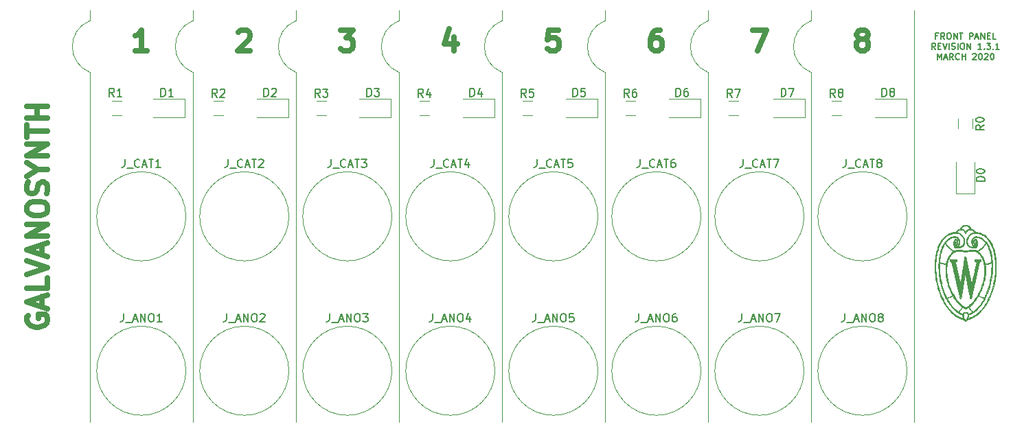
<source format=gbr>
From 3f7774b8bc5b14239f492213a78a5ff3669df1cf Mon Sep 17 00:00:00 2001
From: Blaise Thompson <blaise@untzag.com>
Date: Tue, 11 Aug 2020 13:01:37 -0500
Subject: forgotten

---
 daugher/gerber/daughter-F_SilkS.gbr | 7675 +++++++++++++++++++++++++++++++++++
 1 file changed, 7675 insertions(+)
 create mode 100644 daugher/gerber/daughter-F_SilkS.gbr

(limited to 'daugher/gerber/daughter-F_SilkS.gbr')

diff --git a/daugher/gerber/daughter-F_SilkS.gbr b/daugher/gerber/daughter-F_SilkS.gbr
new file mode 100644
index 0000000..388fe34
--- /dev/null
+++ b/daugher/gerber/daughter-F_SilkS.gbr
@@ -0,0 +1,7675 @@
+G04 #@! TF.GenerationSoftware,KiCad,Pcbnew,5.1.5+dfsg1-2*
+G04 #@! TF.CreationDate,2020-03-03T15:33:36-06:00*
+G04 #@! TF.ProjectId,daughter,64617567-6874-4657-922e-6b696361645f,1.3.1*
+G04 #@! TF.SameCoordinates,Original*
+G04 #@! TF.FileFunction,Legend,Top*
+G04 #@! TF.FilePolarity,Positive*
+%FSLAX46Y46*%
+G04 Gerber Fmt 4.6, Leading zero omitted, Abs format (unit mm)*
+G04 Created by KiCad (PCBNEW 5.1.5+dfsg1-2) date 2020-03-03 15:33:36*
+%MOMM*%
+%LPD*%
+G04 APERTURE LIST*
+%ADD10C,0.120000*%
+%ADD11C,0.127000*%
+%ADD12C,0.635000*%
+%ADD13C,0.010000*%
+%ADD14C,0.150000*%
+G04 APERTURE END LIST*
+D10*
+X63500001Y-61595001D02*
+X63500001Y-60325001D01*
+X63500001Y-69595999D02*
+X63500001Y-67945001D01*
+X76200001Y-61595001D02*
+X76200001Y-60325001D01*
+X76200001Y-69595999D02*
+X76200001Y-67945001D01*
+X88900001Y-61595001D02*
+X88900001Y-60325001D01*
+X88900001Y-69595999D02*
+X88900000Y-67944999D01*
+X101600001Y-61595001D02*
+X101600000Y-60325000D01*
+X101600000Y-67945000D02*
+X101600001Y-69595999D01*
+X114300000Y-61595000D02*
+X114300000Y-60325000D01*
+X114300001Y-69595999D02*
+X114300000Y-67944999D01*
+X127000000Y-61595000D02*
+X127000000Y-60325000D01*
+X127000000Y-67944999D02*
+X127000001Y-69595999D01*
+X139700000Y-67944999D02*
+X139700001Y-69595999D01*
+X139700001Y-61595001D02*
+X139700000Y-60325000D01*
+X152400001Y-61595001D02*
+X152400000Y-60325000D01*
+X152400001Y-69595999D02*
+X152400000Y-67945000D01*
+X152400000Y-67944998D02*
+G75*
+G02X152400001Y-61595001I1270000J3174998D01*
+G01*
+X139700000Y-67944998D02*
+G75*
+G02X139700001Y-61595001I1270000J3174998D01*
+G01*
+X127000000Y-67944998D02*
+G75*
+G02X127000001Y-61595001I1270000J3174998D01*
+G01*
+X114300000Y-67944998D02*
+G75*
+G02X114300001Y-61595001I1270000J3174998D01*
+G01*
+X101600000Y-67944998D02*
+G75*
+G02X101600001Y-61595001I1270000J3174998D01*
+G01*
+X88900000Y-67944998D02*
+G75*
+G02X88900001Y-61595001I1270000J3174998D01*
+G01*
+X76200000Y-67944998D02*
+G75*
+G02X76200001Y-61595001I1270000J3174998D01*
+G01*
+X63500000Y-67944998D02*
+G75*
+G02X63500001Y-61595001I1270000J3174998D01*
+G01*
+D11*
+X168039142Y-63445571D02*
+X167785142Y-63445571D01*
+X167785142Y-63844714D02*
+X167785142Y-63082714D01*
+X168148000Y-63082714D01*
+X168873714Y-63844714D02*
+X168619714Y-63481857D01*
+X168438285Y-63844714D02*
+X168438285Y-63082714D01*
+X168728571Y-63082714D01*
+X168801142Y-63119000D01*
+X168837428Y-63155285D01*
+X168873714Y-63227857D01*
+X168873714Y-63336714D01*
+X168837428Y-63409285D01*
+X168801142Y-63445571D01*
+X168728571Y-63481857D01*
+X168438285Y-63481857D01*
+X169345428Y-63082714D02*
+X169490571Y-63082714D01*
+X169563142Y-63119000D01*
+X169635714Y-63191571D01*
+X169672000Y-63336714D01*
+X169672000Y-63590714D01*
+X169635714Y-63735857D01*
+X169563142Y-63808428D01*
+X169490571Y-63844714D01*
+X169345428Y-63844714D01*
+X169272857Y-63808428D01*
+X169200285Y-63735857D01*
+X169164000Y-63590714D01*
+X169164000Y-63336714D01*
+X169200285Y-63191571D01*
+X169272857Y-63119000D01*
+X169345428Y-63082714D01*
+X169998571Y-63844714D02*
+X169998571Y-63082714D01*
+X170434000Y-63844714D01*
+X170434000Y-63082714D01*
+X170688000Y-63082714D02*
+X171123428Y-63082714D01*
+X170905714Y-63844714D02*
+X170905714Y-63082714D01*
+X171958000Y-63844714D02*
+X171958000Y-63082714D01*
+X172248285Y-63082714D01*
+X172320857Y-63119000D01*
+X172357142Y-63155285D01*
+X172393428Y-63227857D01*
+X172393428Y-63336714D01*
+X172357142Y-63409285D01*
+X172320857Y-63445571D01*
+X172248285Y-63481857D01*
+X171958000Y-63481857D01*
+X172683714Y-63627000D02*
+X173046571Y-63627000D01*
+X172611142Y-63844714D02*
+X172865142Y-63082714D01*
+X173119142Y-63844714D01*
+X173373142Y-63844714D02*
+X173373142Y-63082714D01*
+X173808571Y-63844714D01*
+X173808571Y-63082714D01*
+X174171428Y-63445571D02*
+X174425428Y-63445571D01*
+X174534285Y-63844714D02*
+X174171428Y-63844714D01*
+X174171428Y-63082714D01*
+X174534285Y-63082714D01*
+X175223714Y-63844714D02*
+X174860857Y-63844714D01*
+X174860857Y-63082714D01*
+X167748857Y-65114714D02*
+X167494857Y-64751857D01*
+X167313428Y-65114714D02*
+X167313428Y-64352714D01*
+X167603714Y-64352714D01*
+X167676285Y-64389000D01*
+X167712571Y-64425285D01*
+X167748857Y-64497857D01*
+X167748857Y-64606714D01*
+X167712571Y-64679285D01*
+X167676285Y-64715571D01*
+X167603714Y-64751857D01*
+X167313428Y-64751857D01*
+X168075428Y-64715571D02*
+X168329428Y-64715571D01*
+X168438285Y-65114714D02*
+X168075428Y-65114714D01*
+X168075428Y-64352714D01*
+X168438285Y-64352714D01*
+X168656000Y-64352714D02*
+X168910000Y-65114714D01*
+X169164000Y-64352714D01*
+X169418000Y-65114714D02*
+X169418000Y-64352714D01*
+X169744571Y-65078428D02*
+X169853428Y-65114714D01*
+X170034857Y-65114714D01*
+X170107428Y-65078428D01*
+X170143714Y-65042142D01*
+X170180000Y-64969571D01*
+X170180000Y-64897000D01*
+X170143714Y-64824428D01*
+X170107428Y-64788142D01*
+X170034857Y-64751857D01*
+X169889714Y-64715571D01*
+X169817142Y-64679285D01*
+X169780857Y-64643000D01*
+X169744571Y-64570428D01*
+X169744571Y-64497857D01*
+X169780857Y-64425285D01*
+X169817142Y-64389000D01*
+X169889714Y-64352714D01*
+X170071142Y-64352714D01*
+X170180000Y-64389000D01*
+X170506571Y-65114714D02*
+X170506571Y-64352714D01*
+X171014571Y-64352714D02*
+X171159714Y-64352714D01*
+X171232285Y-64389000D01*
+X171304857Y-64461571D01*
+X171341142Y-64606714D01*
+X171341142Y-64860714D01*
+X171304857Y-65005857D01*
+X171232285Y-65078428D01*
+X171159714Y-65114714D01*
+X171014571Y-65114714D01*
+X170942000Y-65078428D01*
+X170869428Y-65005857D01*
+X170833142Y-64860714D01*
+X170833142Y-64606714D01*
+X170869428Y-64461571D01*
+X170942000Y-64389000D01*
+X171014571Y-64352714D01*
+X171667714Y-65114714D02*
+X171667714Y-64352714D01*
+X172103142Y-65114714D01*
+X172103142Y-64352714D01*
+X173445714Y-65114714D02*
+X173010285Y-65114714D01*
+X173228000Y-65114714D02*
+X173228000Y-64352714D01*
+X173155428Y-64461571D01*
+X173082857Y-64534142D01*
+X173010285Y-64570428D01*
+X173772285Y-65042142D02*
+X173808571Y-65078428D01*
+X173772285Y-65114714D01*
+X173736000Y-65078428D01*
+X173772285Y-65042142D01*
+X173772285Y-65114714D01*
+X174062571Y-64352714D02*
+X174534285Y-64352714D01*
+X174280285Y-64643000D01*
+X174389142Y-64643000D01*
+X174461714Y-64679285D01*
+X174498000Y-64715571D01*
+X174534285Y-64788142D01*
+X174534285Y-64969571D01*
+X174498000Y-65042142D01*
+X174461714Y-65078428D01*
+X174389142Y-65114714D01*
+X174171428Y-65114714D01*
+X174098857Y-65078428D01*
+X174062571Y-65042142D01*
+X174860857Y-65042142D02*
+X174897142Y-65078428D01*
+X174860857Y-65114714D01*
+X174824571Y-65078428D01*
+X174860857Y-65042142D01*
+X174860857Y-65114714D01*
+X175622857Y-65114714D02*
+X175187428Y-65114714D01*
+X175405142Y-65114714D02*
+X175405142Y-64352714D01*
+X175332571Y-64461571D01*
+X175260000Y-64534142D01*
+X175187428Y-64570428D01*
+X167966571Y-66384714D02*
+X167966571Y-65622714D01*
+X168220571Y-66167000D01*
+X168474571Y-65622714D01*
+X168474571Y-66384714D01*
+X168801142Y-66167000D02*
+X169164000Y-66167000D01*
+X168728571Y-66384714D02*
+X168982571Y-65622714D01*
+X169236571Y-66384714D01*
+X169926000Y-66384714D02*
+X169672000Y-66021857D01*
+X169490571Y-66384714D02*
+X169490571Y-65622714D01*
+X169780857Y-65622714D01*
+X169853428Y-65659000D01*
+X169889714Y-65695285D01*
+X169926000Y-65767857D01*
+X169926000Y-65876714D01*
+X169889714Y-65949285D01*
+X169853428Y-65985571D01*
+X169780857Y-66021857D01*
+X169490571Y-66021857D01*
+X170688000Y-66312142D02*
+X170651714Y-66348428D01*
+X170542857Y-66384714D01*
+X170470285Y-66384714D01*
+X170361428Y-66348428D01*
+X170288857Y-66275857D01*
+X170252571Y-66203285D01*
+X170216285Y-66058142D01*
+X170216285Y-65949285D01*
+X170252571Y-65804142D01*
+X170288857Y-65731571D01*
+X170361428Y-65659000D01*
+X170470285Y-65622714D01*
+X170542857Y-65622714D01*
+X170651714Y-65659000D01*
+X170688000Y-65695285D01*
+X171014571Y-66384714D02*
+X171014571Y-65622714D01*
+X171014571Y-65985571D02*
+X171450000Y-65985571D01*
+X171450000Y-66384714D02*
+X171450000Y-65622714D01*
+X172357142Y-65695285D02*
+X172393428Y-65659000D01*
+X172466000Y-65622714D01*
+X172647428Y-65622714D01*
+X172720000Y-65659000D01*
+X172756285Y-65695285D01*
+X172792571Y-65767857D01*
+X172792571Y-65840428D01*
+X172756285Y-65949285D01*
+X172320857Y-66384714D01*
+X172792571Y-66384714D01*
+X173264285Y-65622714D02*
+X173336857Y-65622714D01*
+X173409428Y-65659000D01*
+X173445714Y-65695285D01*
+X173482000Y-65767857D01*
+X173518285Y-65913000D01*
+X173518285Y-66094428D01*
+X173482000Y-66239571D01*
+X173445714Y-66312142D01*
+X173409428Y-66348428D01*
+X173336857Y-66384714D01*
+X173264285Y-66384714D01*
+X173191714Y-66348428D01*
+X173155428Y-66312142D01*
+X173119142Y-66239571D01*
+X173082857Y-66094428D01*
+X173082857Y-65913000D01*
+X173119142Y-65767857D01*
+X173155428Y-65695285D01*
+X173191714Y-65659000D01*
+X173264285Y-65622714D01*
+X173808571Y-65695285D02*
+X173844857Y-65659000D01*
+X173917428Y-65622714D01*
+X174098857Y-65622714D01*
+X174171428Y-65659000D01*
+X174207714Y-65695285D01*
+X174244000Y-65767857D01*
+X174244000Y-65840428D01*
+X174207714Y-65949285D01*
+X173772285Y-66384714D01*
+X174244000Y-66384714D01*
+X174715714Y-65622714D02*
+X174788285Y-65622714D01*
+X174860857Y-65659000D01*
+X174897142Y-65695285D01*
+X174933428Y-65767857D01*
+X174969714Y-65913000D01*
+X174969714Y-66094428D01*
+X174933428Y-66239571D01*
+X174897142Y-66312142D01*
+X174860857Y-66348428D01*
+X174788285Y-66384714D01*
+X174715714Y-66384714D01*
+X174643142Y-66348428D01*
+X174606857Y-66312142D01*
+X174570571Y-66239571D01*
+X174534285Y-66094428D01*
+X174534285Y-65913000D01*
+X174570571Y-65767857D01*
+X174606857Y-65695285D01*
+X174643142Y-65659000D01*
+X174715714Y-65622714D01*
+D12*
+X55880000Y-97941190D02*
+X55759047Y-98183095D01*
+X55759047Y-98545952D01*
+X55880000Y-98908809D01*
+X56121904Y-99150714D01*
+X56363809Y-99271666D01*
+X56847619Y-99392619D01*
+X57210476Y-99392619D01*
+X57694285Y-99271666D01*
+X57936190Y-99150714D01*
+X58178095Y-98908809D01*
+X58299047Y-98545952D01*
+X58299047Y-98304047D01*
+X58178095Y-97941190D01*
+X58057142Y-97820238D01*
+X57210476Y-97820238D01*
+X57210476Y-98304047D01*
+X57573333Y-96852619D02*
+X57573333Y-95643095D01*
+X58299047Y-97094523D02*
+X55759047Y-96247857D01*
+X58299047Y-95401190D01*
+X58299047Y-93345000D02*
+X58299047Y-94554523D01*
+X55759047Y-94554523D01*
+X55759047Y-92861190D02*
+X58299047Y-92014523D01*
+X55759047Y-91167857D01*
+X57573333Y-90442142D02*
+X57573333Y-89232619D01*
+X58299047Y-90684047D02*
+X55759047Y-89837380D01*
+X58299047Y-88990714D01*
+X58299047Y-88144047D02*
+X55759047Y-88144047D01*
+X58299047Y-86692619D01*
+X55759047Y-86692619D01*
+X55759047Y-84999285D02*
+X55759047Y-84515476D01*
+X55880000Y-84273571D01*
+X56121904Y-84031666D01*
+X56605714Y-83910714D01*
+X57452380Y-83910714D01*
+X57936190Y-84031666D01*
+X58178095Y-84273571D01*
+X58299047Y-84515476D01*
+X58299047Y-84999285D01*
+X58178095Y-85241190D01*
+X57936190Y-85483095D01*
+X57452380Y-85604047D01*
+X56605714Y-85604047D01*
+X56121904Y-85483095D01*
+X55880000Y-85241190D01*
+X55759047Y-84999285D01*
+X58178095Y-82943095D02*
+X58299047Y-82580238D01*
+X58299047Y-81975476D01*
+X58178095Y-81733571D01*
+X58057142Y-81612619D01*
+X57815238Y-81491666D01*
+X57573333Y-81491666D01*
+X57331428Y-81612619D01*
+X57210476Y-81733571D01*
+X57089523Y-81975476D01*
+X56968571Y-82459285D01*
+X56847619Y-82701190D01*
+X56726666Y-82822142D01*
+X56484761Y-82943095D01*
+X56242857Y-82943095D01*
+X56000952Y-82822142D01*
+X55880000Y-82701190D01*
+X55759047Y-82459285D01*
+X55759047Y-81854523D01*
+X55880000Y-81491666D01*
+X57089523Y-79919285D02*
+X58299047Y-79919285D01*
+X55759047Y-80765952D02*
+X57089523Y-79919285D01*
+X55759047Y-79072619D01*
+X58299047Y-78225952D02*
+X55759047Y-78225952D01*
+X58299047Y-76774523D01*
+X55759047Y-76774523D01*
+X55759047Y-75927857D02*
+X55759047Y-74476428D01*
+X58299047Y-75202142D02*
+X55759047Y-75202142D01*
+X58299047Y-73629761D02*
+X55759047Y-73629761D01*
+X56968571Y-73629761D02*
+X56968571Y-72178333D01*
+X58299047Y-72178333D02*
+X55759047Y-72178333D01*
+D10*
+X165100000Y-60325000D02*
+X165100000Y-111125000D01*
+X152400001Y-69595999D02*
+X152400000Y-111125000D01*
+X139700001Y-69595999D02*
+X139700000Y-111125000D01*
+X127000001Y-69595999D02*
+X127000000Y-111125000D01*
+X114300001Y-69595999D02*
+X114300000Y-111125000D01*
+X101600001Y-69595999D02*
+X101600000Y-111125000D01*
+X88900001Y-69595999D02*
+X88900000Y-111125000D01*
+X76200001Y-69595999D02*
+X76200000Y-111125000D01*
+X63500001Y-69595999D02*
+X63500000Y-111125000D01*
+D12*
+X158508095Y-63832619D02*
+X158266190Y-63711666D01*
+X158145238Y-63590714D01*
+X158024285Y-63348809D01*
+X158024285Y-63227857D01*
+X158145238Y-62985952D01*
+X158266190Y-62865000D01*
+X158508095Y-62744047D01*
+X158991904Y-62744047D01*
+X159233809Y-62865000D01*
+X159354761Y-62985952D01*
+X159475714Y-63227857D01*
+X159475714Y-63348809D01*
+X159354761Y-63590714D01*
+X159233809Y-63711666D01*
+X158991904Y-63832619D01*
+X158508095Y-63832619D01*
+X158266190Y-63953571D01*
+X158145238Y-64074523D01*
+X158024285Y-64316428D01*
+X158024285Y-64800238D01*
+X158145238Y-65042142D01*
+X158266190Y-65163095D01*
+X158508095Y-65284047D01*
+X158991904Y-65284047D01*
+X159233809Y-65163095D01*
+X159354761Y-65042142D01*
+X159475714Y-64800238D01*
+X159475714Y-64316428D01*
+X159354761Y-64074523D01*
+X159233809Y-63953571D01*
+X158991904Y-63832619D01*
+X145203333Y-62744047D02*
+X146896666Y-62744047D01*
+X145808095Y-65284047D01*
+X133833809Y-62744047D02*
+X133350000Y-62744047D01*
+X133108095Y-62865000D01*
+X132987142Y-62985952D01*
+X132745238Y-63348809D01*
+X132624285Y-63832619D01*
+X132624285Y-64800238D01*
+X132745238Y-65042142D01*
+X132866190Y-65163095D01*
+X133108095Y-65284047D01*
+X133591904Y-65284047D01*
+X133833809Y-65163095D01*
+X133954761Y-65042142D01*
+X134075714Y-64800238D01*
+X134075714Y-64195476D01*
+X133954761Y-63953571D01*
+X133833809Y-63832619D01*
+X133591904Y-63711666D01*
+X133108095Y-63711666D01*
+X132866190Y-63832619D01*
+X132745238Y-63953571D01*
+X132624285Y-64195476D01*
+X121254761Y-62744047D02*
+X120045238Y-62744047D01*
+X119924285Y-63953571D01*
+X120045238Y-63832619D01*
+X120287142Y-63711666D01*
+X120891904Y-63711666D01*
+X121133809Y-63832619D01*
+X121254761Y-63953571D01*
+X121375714Y-64195476D01*
+X121375714Y-64800238D01*
+X121254761Y-65042142D01*
+X121133809Y-65163095D01*
+X120891904Y-65284047D01*
+X120287142Y-65284047D01*
+X120045238Y-65163095D01*
+X119924285Y-65042142D01*
+X108433809Y-63590714D02*
+X108433809Y-65284047D01*
+X107829047Y-62623095D02*
+X107224285Y-64437380D01*
+X108796666Y-64437380D01*
+X94403333Y-62744047D02*
+X95975714Y-62744047D01*
+X95129047Y-63711666D01*
+X95491904Y-63711666D01*
+X95733809Y-63832619D01*
+X95854761Y-63953571D01*
+X95975714Y-64195476D01*
+X95975714Y-64800238D01*
+X95854761Y-65042142D01*
+X95733809Y-65163095D01*
+X95491904Y-65284047D01*
+X94766190Y-65284047D01*
+X94524285Y-65163095D01*
+X94403333Y-65042142D01*
+X81824285Y-62985952D02*
+X81945238Y-62865000D01*
+X82187142Y-62744047D01*
+X82791904Y-62744047D01*
+X83033809Y-62865000D01*
+X83154761Y-62985952D01*
+X83275714Y-63227857D01*
+X83275714Y-63469761D01*
+X83154761Y-63832619D01*
+X81703333Y-65284047D01*
+X83275714Y-65284047D01*
+X70575714Y-65284047D02*
+X69124285Y-65284047D01*
+X69850000Y-65284047D02*
+X69850000Y-62744047D01*
+X69608095Y-63106904D01*
+X69366190Y-63348809D01*
+X69124285Y-63469761D01*
+D10*
+X138850000Y-104775000D02*
+G75*
+G03X138850000Y-104775000I-5500000J0D01*
+G01*
+D13*
+G36*
+X171440497Y-90657841D02*
+G01*
+X171457933Y-90658488D01*
+X171468683Y-90659868D01*
+X171474481Y-90662227D01*
+X171477064Y-90665810D01*
+X171477312Y-90666570D01*
+X171478537Y-90672166D01*
+X171481761Y-90687346D01*
+X171486909Y-90711744D01*
+X171493904Y-90744999D01*
+X171502670Y-90786746D01*
+X171513132Y-90836623D01*
+X171525213Y-90894267D01*
+X171538838Y-90959314D01*
+X171553930Y-91031400D01*
+X171570413Y-91110164D01*
+X171588212Y-91195240D01*
+X171607251Y-91286267D01*
+X171627452Y-91382881D01*
+X171648742Y-91484719D01*
+X171671043Y-91591417D01*
+X171694279Y-91702613D01*
+X171718375Y-91817942D01*
+X171743255Y-91937043D01*
+X171768842Y-92059551D01*
+X171795061Y-92185103D01*
+X171821835Y-92313336D01*
+X171833589Y-92369640D01*
+X171860596Y-92498994D01*
+X171887087Y-92625858D01*
+X171912985Y-92749867D01*
+X171938216Y-92870656D01*
+X171962702Y-92987860D01*
+X171986367Y-93101114D01*
+X172009134Y-93210053D01*
+X172030927Y-93314311D01*
+X172051671Y-93413524D01*
+X172071288Y-93507327D01*
+X172089702Y-93595354D01*
+X172106836Y-93677241D01*
+X172122615Y-93752622D01*
+X172136963Y-93821133D01*
+X172149801Y-93882408D01*
+X172161055Y-93936083D01*
+X172170648Y-93981792D01*
+X172178504Y-94019170D01*
+X172184545Y-94047853D01*
+X172188697Y-94067475D01*
+X172190882Y-94077671D01*
+X172191196Y-94079060D01*
+X172193609Y-94087405D01*
+X172195499Y-94088620D01*
+X172197792Y-94081715D01*
+X172200710Y-94068900D01*
+X172202330Y-94061781D01*
+X172206140Y-94045185D01*
+X172212042Y-94019532D01*
+X172219940Y-93985243D01*
+X172229736Y-93942740D01*
+X172241332Y-93892445D01*
+X172254633Y-93834777D01*
+X172269540Y-93770160D01*
+X172285956Y-93699013D01*
+X172303785Y-93621758D01*
+X172322928Y-93538816D01*
+X172343289Y-93450609D01*
+X172364770Y-93357558D01*
+X172387275Y-93260084D01*
+X172410706Y-93158609D01*
+X172434965Y-93053553D01*
+X172459956Y-92945338D01*
+X172485582Y-92834385D01*
+X172504338Y-92753180D01*
+X172535751Y-92617185D01*
+X172564958Y-92490732D01*
+X172592035Y-92373458D01*
+X172617057Y-92265005D01*
+X172640100Y-92165012D01*
+X172661241Y-92073119D01*
+X172680555Y-91988966D01*
+X172698118Y-91912193D01*
+X172714006Y-91842440D01*
+X172728294Y-91779347D01*
+X172741060Y-91722553D01*
+X172752378Y-91671700D01*
+X172762324Y-91626426D01*
+X172770974Y-91586371D01*
+X172778405Y-91551177D01*
+X172784692Y-91520482D01*
+X172789911Y-91493926D01*
+X172794137Y-91471150D01*
+X172797448Y-91451793D01*
+X172799918Y-91435495D01*
+X172801623Y-91421897D01*
+X172802640Y-91410638D01*
+X172803043Y-91401357D01*
+X172802910Y-91393697D01*
+X172802316Y-91387295D01*
+X172801337Y-91381792D01*
+X172800049Y-91376828D01*
+X172798527Y-91372042D01*
+X172796847Y-91367076D01*
+X172796602Y-91366340D01*
+X172781641Y-91335657D01*
+X172759555Y-91312180D01*
+X172730449Y-91295972D01*
+X172694424Y-91287098D01*
+X172666660Y-91285288D01*
+X172643898Y-91285678D01*
+X172622022Y-91286919D01*
+X172605471Y-91288751D01*
+X172604430Y-91288930D01*
+X172582840Y-91292800D01*
+X172582840Y-91038680D01*
+X173344840Y-91038680D01*
+X173344840Y-91166950D01*
+X173344841Y-91295220D01*
+X173292770Y-91295220D01*
+X173268094Y-91295485D01*
+X173250598Y-91296633D01*
+X173237312Y-91299190D01*
+X173225263Y-91303683D01*
+X173214345Y-91309115D01*
+X173185022Y-91330058D01*
+X173162361Y-91358573D01*
+X173157445Y-91367409D01*
+X173155974Y-91373070D01*
+X173152384Y-91388337D01*
+X173146745Y-91412894D01*
+X173139126Y-91446426D01*
+X173129599Y-91488618D01*
+X173118233Y-91539154D01*
+X173105099Y-91597719D01*
+X173090267Y-91663997D01*
+X173073807Y-91737673D01*
+X173055788Y-91818432D01*
+X173036282Y-91905958D01*
+X173015359Y-91999936D01*
+X172993088Y-92100050D01*
+X172969540Y-92205985D01*
+X172944785Y-92317426D01*
+X172918893Y-92434056D01*
+X172891935Y-92555562D01*
+X172863980Y-92681626D01*
+X172835099Y-92811935D01*
+X172805362Y-92946172D01*
+X172774838Y-93084022D01*
+X172743599Y-93225170D01*
+X172711715Y-93369300D01*
+X172679255Y-93516096D01*
+X172659009Y-93607689D01*
+X172626237Y-93755968D01*
+X172594011Y-93901776D01*
+X172562400Y-94044797D01*
+X172531474Y-94184715D01*
+X172501303Y-94321215D01*
+X172471956Y-94453982D01*
+X172443504Y-94582700D01*
+X172416016Y-94707055D01*
+X172389561Y-94826729D01*
+X172364210Y-94941409D01*
+X172340032Y-95050779D01*
+X172317097Y-95154522D01*
+X172295475Y-95252325D01*
+X172275235Y-95343871D01*
+X172256447Y-95428845D01*
+X172239181Y-95506931D01*
+X172223507Y-95577815D01*
+X172209494Y-95641180D01*
+X172197212Y-95696712D01*
+X172186730Y-95744094D01*
+X172178120Y-95783012D01*
+X172171449Y-95813150D01*
+X172166789Y-95834193D01*
+X172164208Y-95845825D01*
+X172163684Y-95848170D01*
+X172162204Y-95852781D01*
+X172159192Y-95855949D01*
+X172152978Y-95857944D01*
+X172141893Y-95859036D01*
+X172124265Y-95859498D01*
+X172098425Y-95859599D01*
+X172093218Y-95859600D01*
+X172025430Y-95859600D01*
+X172017226Y-95817690D01*
+X172015605Y-95809376D01*
+X172012123Y-95791482D01*
+X172006855Y-95764402D01*
+X171999879Y-95728527D01*
+X171991269Y-95684253D01*
+X171981104Y-95631971D01*
+X171969459Y-95572075D01*
+X171956411Y-95504958D01*
+X171942036Y-95431014D01*
+X171926411Y-95350636D01*
+X171909612Y-95264217D01*
+X171891716Y-95172150D01*
+X171872799Y-95074828D01*
+X171852937Y-94972646D01*
+X171832207Y-94865995D01*
+X171810685Y-94755269D01*
+X171788448Y-94640862D01*
+X171765573Y-94523167D01*
+X171742135Y-94402577D01*
+X171718211Y-94279485D01*
+X171708903Y-94231596D01*
+X171684903Y-94108128D01*
+X171661395Y-93987246D01*
+X171638456Y-93869330D01*
+X171616159Y-93754759D01*
+X171594579Y-93643914D01*
+X171573789Y-93537174D01*
+X171553863Y-93434920D01*
+X171534877Y-93337532D01*
+X171516904Y-93245389D01*
+X171500018Y-93158872D01*
+X171484294Y-93078360D01*
+X171469805Y-93004234D01*
+X171456627Y-92936873D01*
+X171444832Y-92876658D01*
+X171434496Y-92823968D01*
+X171425693Y-92779183D01*
+X171418496Y-92742684D01*
+X171412980Y-92714851D01*
+X171409220Y-92696062D01*
+X171407288Y-92686700D01*
+X171407037Y-92685663D01*
+X171406895Y-92685053D01*
+X171406855Y-92683875D01*
+X171406866Y-92682475D01*
+X171406873Y-92681199D01*
+X171406822Y-92680393D01*
+X171406662Y-92680403D01*
+X171406337Y-92681574D01*
+X171405795Y-92684253D01*
+X171404982Y-92688785D01*
+X171403845Y-92695515D01*
+X171402331Y-92704791D01*
+X171400386Y-92716957D01*
+X171397956Y-92732359D01*
+X171394989Y-92751344D01*
+X171391431Y-92774257D01*
+X171387229Y-92801444D01*
+X171382329Y-92833250D01*
+X171376678Y-92870022D01*
+X171370222Y-92912105D01*
+X171362908Y-92959846D01*
+X171354683Y-93013589D01*
+X171345493Y-93073681D01*
+X171335284Y-93140468D01*
+X171324005Y-93214295D01*
+X171311600Y-93295509D01*
+X171298018Y-93384454D01*
+X171283203Y-93481478D01*
+X171267104Y-93586925D01*
+X171249666Y-93701141D01*
+X171230836Y-93824473D01*
+X171210561Y-93957267D01*
+X171195843Y-94053660D01*
+X171177801Y-94171816D01*
+X171159907Y-94288998D01*
+X171142240Y-94404688D01*
+X171124879Y-94518368D01*
+X171107902Y-94629522D01*
+X171091390Y-94737632D01*
+X171075421Y-94842182D01*
+X171060073Y-94942654D01*
+X171045427Y-95038531D01*
+X171031560Y-95129296D01*
+X171018553Y-95214432D01*
+X171006483Y-95293421D01*
+X170995430Y-95365748D01*
+X170985474Y-95430893D01*
+X170976692Y-95488342D01*
+X170969164Y-95537575D01*
+X170962969Y-95578077D01*
+X170958186Y-95609330D01*
+X170956229Y-95622110D01*
+X170919841Y-95859600D01*
+X170769671Y-95859600D01*
+X170764611Y-95840550D01*
+X170763131Y-95834372D01*
+X170759421Y-95818617D01*
+X170753554Y-95793601D01*
+X170745606Y-95759642D01*
+X170735650Y-95717057D01*
+X170723761Y-95666164D01*
+X170710011Y-95607280D01*
+X170694475Y-95540723D01*
+X170677228Y-95466810D01*
+X170658343Y-95385858D01*
+X170637894Y-95298185D01*
+X170615955Y-95204109D01*
+X170592601Y-95103946D01*
+X170567904Y-94998014D01*
+X170541940Y-94886631D01*
+X170514782Y-94770113D01*
+X170486505Y-94648779D01*
+X170457182Y-94522946D01*
+X170426887Y-94392931D01*
+X170395694Y-94259052D01*
+X170363678Y-94121625D01*
+X170330912Y-93980969D01*
+X170297471Y-93837401D01*
+X170263427Y-93691238D01*
+X170246086Y-93616780D01*
+X170211752Y-93469367D01*
+X170177973Y-93324363D01*
+X170144823Y-93182086D01*
+X170112377Y-93042855D01*
+X170080710Y-92906988D01*
+X170049896Y-92774805D01*
+X170020008Y-92646623D01*
+X169991123Y-92522761D01*
+X169963313Y-92403539D01*
+X169936654Y-92289274D01*
+X169911219Y-92180286D01*
+X169887084Y-92076893D01*
+X169864322Y-91979413D01*
+X169843009Y-91888166D01*
+X169823217Y-91803470D01*
+X169805023Y-91725643D01*
+X169788500Y-91655005D01*
+X169773722Y-91591874D01*
+X169760765Y-91536569D01*
+X169749701Y-91489408D01*
+X169740607Y-91450710D01*
+X169733556Y-91420794D01*
+X169728622Y-91399978D01*
+X169725881Y-91388582D01*
+X169725358Y-91386523D01*
+X169711527Y-91355939D01*
+X169689157Y-91329348D01*
+X169659390Y-91307669D01*
+X169623370Y-91291820D01*
+X169599604Y-91285566D01*
+X169567860Y-91279094D01*
+X169565136Y-91038680D01*
+X170413680Y-91038680D01*
+X170413680Y-91282409D01*
+X170368694Y-91279216D01*
+X170346038Y-91277911D01*
+X170330030Y-91278153D01*
+X170317220Y-91280395D01*
+X170304153Y-91285093D01*
+X170295760Y-91288817D01*
+X170268490Y-91305867D01*
+X170247969Y-91329243D01*
+X170233912Y-91359508D01*
+X170226033Y-91397222D01*
+X170224017Y-91429840D01*
+X170224061Y-91434798D01*
+X170224375Y-91440574D01*
+X170225043Y-91447532D01*
+X170226147Y-91456038D01*
+X170227768Y-91466458D01*
+X170229991Y-91479157D01*
+X170232896Y-91494500D01*
+X170236566Y-91512853D01*
+X170241085Y-91534582D01*
+X170246534Y-91560052D01*
+X170252995Y-91589629D01*
+X170260552Y-91623678D01*
+X170269286Y-91662564D01*
+X170279280Y-91706654D01*
+X170290617Y-91756313D01*
+X170303379Y-91811906D01*
+X170317648Y-91873799D01*
+X170333507Y-91942358D01*
+X170351038Y-92017947D01*
+X170370323Y-92100933D01*
+X170391446Y-92191681D01*
+X170414489Y-92290556D01*
+X170439533Y-92397925D01*
+X170466662Y-92514152D01*
+X170495958Y-92639604D01*
+X170521895Y-92750640D01*
+X170548032Y-92862496D01*
+X170573587Y-92971806D01*
+X170598461Y-93078153D01*
+X170622556Y-93181122D01*
+X170645776Y-93280296D01*
+X170668022Y-93375258D01*
+X170689196Y-93465594D01*
+X170709200Y-93550886D01*
+X170727938Y-93630718D01*
+X170745311Y-93704675D01*
+X170761222Y-93772341D01*
+X170775572Y-93833298D01*
+X170788264Y-93887131D01*
+X170799201Y-93933425D01*
+X170808284Y-93971762D01*
+X170815415Y-94001726D01*
+X170820498Y-94022902D01*
+X170823434Y-94034873D01*
+X170824148Y-94037527D01*
+X170825240Y-94033356D01*
+X170827832Y-94019430D01*
+X170831878Y-93996033D01*
+X170837332Y-93963453D01*
+X170844150Y-93921976D01*
+X170852287Y-93871888D01*
+X170861696Y-93813474D01*
+X170872333Y-93747022D01*
+X170884153Y-93672816D01*
+X170897109Y-93591144D01*
+X170911157Y-93502292D01*
+X170926252Y-93406545D01*
+X170942348Y-93304190D01*
+X170959400Y-93195512D01*
+X170977363Y-93080799D01*
+X170996191Y-92960336D01*
+X171015839Y-92834409D01*
+X171036261Y-92703304D01*
+X171057414Y-92567308D01*
+X171079250Y-92426706D01*
+X171086273Y-92381447D01*
+X171106286Y-92252444D01*
+X171125923Y-92125882D01*
+X171145126Y-92002138D01*
+X171163835Y-91881590D01*
+X171181992Y-91764615D01*
+X171199538Y-91651593D01*
+X171216415Y-91542899D01*
+X171232564Y-91438912D01*
+X171247925Y-91340009D01*
+X171262442Y-91246569D01*
+X171276054Y-91158968D01*
+X171288703Y-91077585D01*
+X171300330Y-91002797D01*
+X171310878Y-90934982D01*
+X171320286Y-90874518D01*
+X171328497Y-90821781D01*
+X171335451Y-90777150D01*
+X171341090Y-90741003D01*
+X171345356Y-90713717D01*
+X171348189Y-90695670D01*
+X171349531Y-90687240D01*
+X171349590Y-90686890D01*
+X171354565Y-90657680D01*
+X171414640Y-90657680D01*
+X171440497Y-90657841D01*
+G37*
+X171440497Y-90657841D02*
+X171457933Y-90658488D01*
+X171468683Y-90659868D01*
+X171474481Y-90662227D01*
+X171477064Y-90665810D01*
+X171477312Y-90666570D01*
+X171478537Y-90672166D01*
+X171481761Y-90687346D01*
+X171486909Y-90711744D01*
+X171493904Y-90744999D01*
+X171502670Y-90786746D01*
+X171513132Y-90836623D01*
+X171525213Y-90894267D01*
+X171538838Y-90959314D01*
+X171553930Y-91031400D01*
+X171570413Y-91110164D01*
+X171588212Y-91195240D01*
+X171607251Y-91286267D01*
+X171627452Y-91382881D01*
+X171648742Y-91484719D01*
+X171671043Y-91591417D01*
+X171694279Y-91702613D01*
+X171718375Y-91817942D01*
+X171743255Y-91937043D01*
+X171768842Y-92059551D01*
+X171795061Y-92185103D01*
+X171821835Y-92313336D01*
+X171833589Y-92369640D01*
+X171860596Y-92498994D01*
+X171887087Y-92625858D01*
+X171912985Y-92749867D01*
+X171938216Y-92870656D01*
+X171962702Y-92987860D01*
+X171986367Y-93101114D01*
+X172009134Y-93210053D01*
+X172030927Y-93314311D01*
+X172051671Y-93413524D01*
+X172071288Y-93507327D01*
+X172089702Y-93595354D01*
+X172106836Y-93677241D01*
+X172122615Y-93752622D01*
+X172136963Y-93821133D01*
+X172149801Y-93882408D01*
+X172161055Y-93936083D01*
+X172170648Y-93981792D01*
+X172178504Y-94019170D01*
+X172184545Y-94047853D01*
+X172188697Y-94067475D01*
+X172190882Y-94077671D01*
+X172191196Y-94079060D01*
+X172193609Y-94087405D01*
+X172195499Y-94088620D01*
+X172197792Y-94081715D01*
+X172200710Y-94068900D01*
+X172202330Y-94061781D01*
+X172206140Y-94045185D01*
+X172212042Y-94019532D01*
+X172219940Y-93985243D01*
+X172229736Y-93942740D01*
+X172241332Y-93892445D01*
+X172254633Y-93834777D01*
+X172269540Y-93770160D01*
+X172285956Y-93699013D01*
+X172303785Y-93621758D01*
+X172322928Y-93538816D01*
+X172343289Y-93450609D01*
+X172364770Y-93357558D01*
+X172387275Y-93260084D01*
+X172410706Y-93158609D01*
+X172434965Y-93053553D01*
+X172459956Y-92945338D01*
+X172485582Y-92834385D01*
+X172504338Y-92753180D01*
+X172535751Y-92617185D01*
+X172564958Y-92490732D01*
+X172592035Y-92373458D01*
+X172617057Y-92265005D01*
+X172640100Y-92165012D01*
+X172661241Y-92073119D01*
+X172680555Y-91988966D01*
+X172698118Y-91912193D01*
+X172714006Y-91842440D01*
+X172728294Y-91779347D01*
+X172741060Y-91722553D01*
+X172752378Y-91671700D01*
+X172762324Y-91626426D01*
+X172770974Y-91586371D01*
+X172778405Y-91551177D01*
+X172784692Y-91520482D01*
+X172789911Y-91493926D01*
+X172794137Y-91471150D01*
+X172797448Y-91451793D01*
+X172799918Y-91435495D01*
+X172801623Y-91421897D01*
+X172802640Y-91410638D01*
+X172803043Y-91401357D01*
+X172802910Y-91393697D01*
+X172802316Y-91387295D01*
+X172801337Y-91381792D01*
+X172800049Y-91376828D01*
+X172798527Y-91372042D01*
+X172796847Y-91367076D01*
+X172796602Y-91366340D01*
+X172781641Y-91335657D01*
+X172759555Y-91312180D01*
+X172730449Y-91295972D01*
+X172694424Y-91287098D01*
+X172666660Y-91285288D01*
+X172643898Y-91285678D01*
+X172622022Y-91286919D01*
+X172605471Y-91288751D01*
+X172604430Y-91288930D01*
+X172582840Y-91292800D01*
+X172582840Y-91038680D01*
+X173344840Y-91038680D01*
+X173344840Y-91166950D01*
+X173344841Y-91295220D01*
+X173292770Y-91295220D01*
+X173268094Y-91295485D01*
+X173250598Y-91296633D01*
+X173237312Y-91299190D01*
+X173225263Y-91303683D01*
+X173214345Y-91309115D01*
+X173185022Y-91330058D01*
+X173162361Y-91358573D01*
+X173157445Y-91367409D01*
+X173155974Y-91373070D01*
+X173152384Y-91388337D01*
+X173146745Y-91412894D01*
+X173139126Y-91446426D01*
+X173129599Y-91488618D01*
+X173118233Y-91539154D01*
+X173105099Y-91597719D01*
+X173090267Y-91663997D01*
+X173073807Y-91737673D01*
+X173055788Y-91818432D01*
+X173036282Y-91905958D01*
+X173015359Y-91999936D01*
+X172993088Y-92100050D01*
+X172969540Y-92205985D01*
+X172944785Y-92317426D01*
+X172918893Y-92434056D01*
+X172891935Y-92555562D01*
+X172863980Y-92681626D01*
+X172835099Y-92811935D01*
+X172805362Y-92946172D01*
+X172774838Y-93084022D01*
+X172743599Y-93225170D01*
+X172711715Y-93369300D01*
+X172679255Y-93516096D01*
+X172659009Y-93607689D01*
+X172626237Y-93755968D01*
+X172594011Y-93901776D01*
+X172562400Y-94044797D01*
+X172531474Y-94184715D01*
+X172501303Y-94321215D01*
+X172471956Y-94453982D01*
+X172443504Y-94582700D01*
+X172416016Y-94707055D01*
+X172389561Y-94826729D01*
+X172364210Y-94941409D01*
+X172340032Y-95050779D01*
+X172317097Y-95154522D01*
+X172295475Y-95252325D01*
+X172275235Y-95343871D01*
+X172256447Y-95428845D01*
+X172239181Y-95506931D01*
+X172223507Y-95577815D01*
+X172209494Y-95641180D01*
+X172197212Y-95696712D01*
+X172186730Y-95744094D01*
+X172178120Y-95783012D01*
+X172171449Y-95813150D01*
+X172166789Y-95834193D01*
+X172164208Y-95845825D01*
+X172163684Y-95848170D01*
+X172162204Y-95852781D01*
+X172159192Y-95855949D01*
+X172152978Y-95857944D01*
+X172141893Y-95859036D01*
+X172124265Y-95859498D01*
+X172098425Y-95859599D01*
+X172093218Y-95859600D01*
+X172025430Y-95859600D01*
+X172017226Y-95817690D01*
+X172015605Y-95809376D01*
+X172012123Y-95791482D01*
+X172006855Y-95764402D01*
+X171999879Y-95728527D01*
+X171991269Y-95684253D01*
+X171981104Y-95631971D01*
+X171969459Y-95572075D01*
+X171956411Y-95504958D01*
+X171942036Y-95431014D01*
+X171926411Y-95350636D01*
+X171909612Y-95264217D01*
+X171891716Y-95172150D01*
+X171872799Y-95074828D01*
+X171852937Y-94972646D01*
+X171832207Y-94865995D01*
+X171810685Y-94755269D01*
+X171788448Y-94640862D01*
+X171765573Y-94523167D01*
+X171742135Y-94402577D01*
+X171718211Y-94279485D01*
+X171708903Y-94231596D01*
+X171684903Y-94108128D01*
+X171661395Y-93987246D01*
+X171638456Y-93869330D01*
+X171616159Y-93754759D01*
+X171594579Y-93643914D01*
+X171573789Y-93537174D01*
+X171553863Y-93434920D01*
+X171534877Y-93337532D01*
+X171516904Y-93245389D01*
+X171500018Y-93158872D01*
+X171484294Y-93078360D01*
+X171469805Y-93004234D01*
+X171456627Y-92936873D01*
+X171444832Y-92876658D01*
+X171434496Y-92823968D01*
+X171425693Y-92779183D01*
+X171418496Y-92742684D01*
+X171412980Y-92714851D01*
+X171409220Y-92696062D01*
+X171407288Y-92686700D01*
+X171407037Y-92685663D01*
+X171406895Y-92685053D01*
+X171406855Y-92683875D01*
+X171406866Y-92682475D01*
+X171406873Y-92681199D01*
+X171406822Y-92680393D01*
+X171406662Y-92680403D01*
+X171406337Y-92681574D01*
+X171405795Y-92684253D01*
+X171404982Y-92688785D01*
+X171403845Y-92695515D01*
+X171402331Y-92704791D01*
+X171400386Y-92716957D01*
+X171397956Y-92732359D01*
+X171394989Y-92751344D01*
+X171391431Y-92774257D01*
+X171387229Y-92801444D01*
+X171382329Y-92833250D01*
+X171376678Y-92870022D01*
+X171370222Y-92912105D01*
+X171362908Y-92959846D01*
+X171354683Y-93013589D01*
+X171345493Y-93073681D01*
+X171335284Y-93140468D01*
+X171324005Y-93214295D01*
+X171311600Y-93295509D01*
+X171298018Y-93384454D01*
+X171283203Y-93481478D01*
+X171267104Y-93586925D01*
+X171249666Y-93701141D01*
+X171230836Y-93824473D01*
+X171210561Y-93957267D01*
+X171195843Y-94053660D01*
+X171177801Y-94171816D01*
+X171159907Y-94288998D01*
+X171142240Y-94404688D01*
+X171124879Y-94518368D01*
+X171107902Y-94629522D01*
+X171091390Y-94737632D01*
+X171075421Y-94842182D01*
+X171060073Y-94942654D01*
+X171045427Y-95038531D01*
+X171031560Y-95129296D01*
+X171018553Y-95214432D01*
+X171006483Y-95293421D01*
+X170995430Y-95365748D01*
+X170985474Y-95430893D01*
+X170976692Y-95488342D01*
+X170969164Y-95537575D01*
+X170962969Y-95578077D01*
+X170958186Y-95609330D01*
+X170956229Y-95622110D01*
+X170919841Y-95859600D01*
+X170769671Y-95859600D01*
+X170764611Y-95840550D01*
+X170763131Y-95834372D01*
+X170759421Y-95818617D01*
+X170753554Y-95793601D01*
+X170745606Y-95759642D01*
+X170735650Y-95717057D01*
+X170723761Y-95666164D01*
+X170710011Y-95607280D01*
+X170694475Y-95540723D01*
+X170677228Y-95466810D01*
+X170658343Y-95385858D01*
+X170637894Y-95298185D01*
+X170615955Y-95204109D01*
+X170592601Y-95103946D01*
+X170567904Y-94998014D01*
+X170541940Y-94886631D01*
+X170514782Y-94770113D01*
+X170486505Y-94648779D01*
+X170457182Y-94522946D01*
+X170426887Y-94392931D01*
+X170395694Y-94259052D01*
+X170363678Y-94121625D01*
+X170330912Y-93980969D01*
+X170297471Y-93837401D01*
+X170263427Y-93691238D01*
+X170246086Y-93616780D01*
+X170211752Y-93469367D01*
+X170177973Y-93324363D01*
+X170144823Y-93182086D01*
+X170112377Y-93042855D01*
+X170080710Y-92906988D01*
+X170049896Y-92774805D01*
+X170020008Y-92646623D01*
+X169991123Y-92522761D01*
+X169963313Y-92403539D01*
+X169936654Y-92289274D01*
+X169911219Y-92180286D01*
+X169887084Y-92076893D01*
+X169864322Y-91979413D01*
+X169843009Y-91888166D01*
+X169823217Y-91803470D01*
+X169805023Y-91725643D01*
+X169788500Y-91655005D01*
+X169773722Y-91591874D01*
+X169760765Y-91536569D01*
+X169749701Y-91489408D01*
+X169740607Y-91450710D01*
+X169733556Y-91420794D01*
+X169728622Y-91399978D01*
+X169725881Y-91388582D01*
+X169725358Y-91386523D01*
+X169711527Y-91355939D01*
+X169689157Y-91329348D01*
+X169659390Y-91307669D01*
+X169623370Y-91291820D01*
+X169599604Y-91285566D01*
+X169567860Y-91279094D01*
+X169565136Y-91038680D01*
+X170413680Y-91038680D01*
+X170413680Y-91282409D01*
+X170368694Y-91279216D01*
+X170346038Y-91277911D01*
+X170330030Y-91278153D01*
+X170317220Y-91280395D01*
+X170304153Y-91285093D01*
+X170295760Y-91288817D01*
+X170268490Y-91305867D01*
+X170247969Y-91329243D01*
+X170233912Y-91359508D01*
+X170226033Y-91397222D01*
+X170224017Y-91429840D01*
+X170224061Y-91434798D01*
+X170224375Y-91440574D01*
+X170225043Y-91447532D01*
+X170226147Y-91456038D01*
+X170227768Y-91466458D01*
+X170229991Y-91479157D01*
+X170232896Y-91494500D01*
+X170236566Y-91512853D01*
+X170241085Y-91534582D01*
+X170246534Y-91560052D01*
+X170252995Y-91589629D01*
+X170260552Y-91623678D01*
+X170269286Y-91662564D01*
+X170279280Y-91706654D01*
+X170290617Y-91756313D01*
+X170303379Y-91811906D01*
+X170317648Y-91873799D01*
+X170333507Y-91942358D01*
+X170351038Y-92017947D01*
+X170370323Y-92100933D01*
+X170391446Y-92191681D01*
+X170414489Y-92290556D01*
+X170439533Y-92397925D01*
+X170466662Y-92514152D01*
+X170495958Y-92639604D01*
+X170521895Y-92750640D01*
+X170548032Y-92862496D01*
+X170573587Y-92971806D01*
+X170598461Y-93078153D01*
+X170622556Y-93181122D01*
+X170645776Y-93280296D01*
+X170668022Y-93375258D01*
+X170689196Y-93465594D01*
+X170709200Y-93550886D01*
+X170727938Y-93630718D01*
+X170745311Y-93704675D01*
+X170761222Y-93772341D01*
+X170775572Y-93833298D01*
+X170788264Y-93887131D01*
+X170799201Y-93933425D01*
+X170808284Y-93971762D01*
+X170815415Y-94001726D01*
+X170820498Y-94022902D01*
+X170823434Y-94034873D01*
+X170824148Y-94037527D01*
+X170825240Y-94033356D01*
+X170827832Y-94019430D01*
+X170831878Y-93996033D01*
+X170837332Y-93963453D01*
+X170844150Y-93921976D01*
+X170852287Y-93871888D01*
+X170861696Y-93813474D01*
+X170872333Y-93747022D01*
+X170884153Y-93672816D01*
+X170897109Y-93591144D01*
+X170911157Y-93502292D01*
+X170926252Y-93406545D01*
+X170942348Y-93304190D01*
+X170959400Y-93195512D01*
+X170977363Y-93080799D01*
+X170996191Y-92960336D01*
+X171015839Y-92834409D01*
+X171036261Y-92703304D01*
+X171057414Y-92567308D01*
+X171079250Y-92426706D01*
+X171086273Y-92381447D01*
+X171106286Y-92252444D01*
+X171125923Y-92125882D01*
+X171145126Y-92002138D01*
+X171163835Y-91881590D01*
+X171181992Y-91764615D01*
+X171199538Y-91651593D01*
+X171216415Y-91542899D01*
+X171232564Y-91438912D01*
+X171247925Y-91340009D01*
+X171262442Y-91246569D01*
+X171276054Y-91158968D01*
+X171288703Y-91077585D01*
+X171300330Y-91002797D01*
+X171310878Y-90934982D01*
+X171320286Y-90874518D01*
+X171328497Y-90821781D01*
+X171335451Y-90777150D01*
+X171341090Y-90741003D01*
+X171345356Y-90713717D01*
+X171348189Y-90695670D01*
+X171349531Y-90687240D01*
+X171349590Y-90686890D01*
+X171354565Y-90657680D01*
+X171414640Y-90657680D01*
+X171440497Y-90657841D01*
+G36*
+X171477014Y-86763991D02*
+G01*
+X171522375Y-86766052D01*
+X171563794Y-86769780D01*
+X171598483Y-86775150D01*
+X171601395Y-86775759D01*
+X171680635Y-86797497D01*
+X171754009Y-86827438D01*
+X171821830Y-86865785D01*
+X171884414Y-86912739D01*
+X171942077Y-86968504D01*
+X171988895Y-87024889D01*
+X172010962Y-87056620D01*
+X172033934Y-87093879D01*
+X172056332Y-87133914D01*
+X172076682Y-87173972D01*
+X172093506Y-87211301D01*
+X172104383Y-87240197D01*
+X172109840Y-87256109D01*
+X172114296Y-87267714D01*
+X172116434Y-87271967D01*
+X172122382Y-87274133D01*
+X172135301Y-87277240D01*
+X172148942Y-87279959D01*
+X172189191Y-87289382D01*
+X172234524Y-87303437D01*
+X172281659Y-87320992D01*
+X172327314Y-87340915D01*
+X172331541Y-87342931D01*
+X172404134Y-87382295D01*
+X172471352Y-87427714D01*
+X172532191Y-87478300D01*
+X172585644Y-87533169D01*
+X172630704Y-87591433D01*
+X172651778Y-87625007D01*
+X172674618Y-87664605D01*
+X172729059Y-87667746D01*
+X172835529Y-87675775D01*
+X172934491Y-87687326D01*
+X173028105Y-87702803D01*
+X173118531Y-87722607D01*
+X173207931Y-87747143D01*
+X173280719Y-87770639D01*
+X173411526Y-87820876D01*
+X173538777Y-87880499D01*
+X173662356Y-87949334D01*
+X173782152Y-88027209D01*
+X173898049Y-88113949D01*
+X174009933Y-88209381D01*
+X174117691Y-88313332D01*
+X174221209Y-88425630D01*
+X174320372Y-88546099D01*
+X174415067Y-88674568D01*
+X174505180Y-88810862D01*
+X174590596Y-88954809D01*
+X174671201Y-89106235D01*
+X174746883Y-89264967D01*
+X174817526Y-89430831D01*
+X174883017Y-89603654D01*
+X174943241Y-89783263D01*
+X174998085Y-89969485D01*
+X175047435Y-90162146D01*
+X175091177Y-90361072D01*
+X175129196Y-90566092D01*
+X175132619Y-90586560D01*
+X175149612Y-90693878D01*
+X175164818Y-90800232D01*
+X175178415Y-90907300D01*
+X175190581Y-91016754D01*
+X175201495Y-91130272D01*
+X175211334Y-91249528D01*
+X175220276Y-91376198D01*
+X175225515Y-91460320D01*
+X175227014Y-91492053D01*
+X175228320Y-91532725D01*
+X175229431Y-91581114D01*
+X175230350Y-91636000D01*
+X175231074Y-91696164D01*
+X175231606Y-91760384D01*
+X175231943Y-91827440D01*
+X175232087Y-91896112D01*
+X175232038Y-91965179D01*
+X175231795Y-92033422D01*
+X175231358Y-92099620D01*
+X175230728Y-92162553D01*
+X175229904Y-92220999D01*
+X175228887Y-92273740D01*
+X175227676Y-92319555D01*
+X175226271Y-92357223D01*
+X175225521Y-92372180D01*
+X175210706Y-92600254D01*
+X175192134Y-92820657D01*
+X175169574Y-93035248D01*
+X175142797Y-93245882D01*
+X175111575Y-93454418D01*
+X175075677Y-93662712D01*
+X175048562Y-93804740D01*
+X174993920Y-94062528D01*
+X174933133Y-94315889D01*
+X174866343Y-94564551D01*
+X174793690Y-94808243D01*
+X174715316Y-95046694D01*
+X174631363Y-95279632D01*
+X174541971Y-95506785D01*
+X174447284Y-95727883D01*
+X174347441Y-95942653D01*
+X174242585Y-96150825D01*
+X174132856Y-96352126D01*
+X174018397Y-96546286D01*
+X173899349Y-96733033D01*
+X173775853Y-96912096D01*
+X173648051Y-97083202D01*
+X173516084Y-97246082D01*
+X173380094Y-97400462D01*
+X173240222Y-97546073D01*
+X173096610Y-97682641D01*
+X172970289Y-97792593D01*
+X172833014Y-97901660D01*
+X172691799Y-98003264D01*
+X172547294Y-98097063D01*
+X172400149Y-98182714D01*
+X172251014Y-98259876D01*
+X172100540Y-98328204D01*
+X171949377Y-98387358D01*
+X171798174Y-98436995D01*
+X171690991Y-98466312D01*
+X171627344Y-98482251D01*
+X171611635Y-98505083D01*
+X171594591Y-98528346D01*
+X171574320Y-98553671D01*
+X171552624Y-98579020D01*
+X171531308Y-98602358D01*
+X171512175Y-98621647D01*
+X171497028Y-98634850D01*
+X171496183Y-98635479D01*
+X171473935Y-98649595D01*
+X171455278Y-98655820D01*
+X171437957Y-98654570D01*
+X171424181Y-98648815D01*
+X171410991Y-98639444D01*
+X171393303Y-98623706D01*
+X171372753Y-98603330D01*
+X171350982Y-98580045D01*
+X171329628Y-98555582D01*
+X171310330Y-98531669D01*
+X171300140Y-98517911D01*
+X171287365Y-98500384D01*
+X171277746Y-98489308D01*
+X171268771Y-98482702D01*
+X171257924Y-98478586D01*
+X171246800Y-98475887D01*
+X171222077Y-98469853D01*
+X171189916Y-98461219D01*
+X171152503Y-98450636D01*
+X171112024Y-98438759D01*
+X171070666Y-98426241D01*
+X171030614Y-98413736D01*
+X170994055Y-98401897D01*
+X170963174Y-98391377D01*
+X170958262Y-98389629D01*
+X170792831Y-98324883D01*
+X170630279Y-98250418D01*
+X170470659Y-98166275D01*
+X170314023Y-98072493D01*
+X170160422Y-97969114D01*
+X170009910Y-97856177D01*
+X169862537Y-97733722D01*
+X169718357Y-97601790D01*
+X169577422Y-97460420D01*
+X169439783Y-97309654D01*
+X169305494Y-97149531D01*
+X169239719Y-97066100D01*
+X169114395Y-96897017D01*
+X168992577Y-96718870D01*
+X168874589Y-96532241D01*
+X168760754Y-96337715D01*
+X168651397Y-96135873D01*
+X168546840Y-95927302D01*
+X168447407Y-95712583D01*
+X168353423Y-95492300D01*
+X168318289Y-95404940D01*
+X168217925Y-95138042D01*
+X168125635Y-94865710D01*
+X168041509Y-94588589D01*
+X167965632Y-94307325D01*
+X167898093Y-94022562D01*
+X167838978Y-93734947D01*
+X167788376Y-93445126D01*
+X167746373Y-93153744D01*
+X167713058Y-92861446D01*
+X167688517Y-92568879D01*
+X167672838Y-92276688D01*
+X167666547Y-92004462D01*
+X167776287Y-92004462D01*
+X167778822Y-92169384D01*
+X167783993Y-92331364D01*
+X167791793Y-92487853D01*
+X167795244Y-92542360D01*
+X167820618Y-92849241D01*
+X167855342Y-93153647D01*
+X167899348Y-93455270D01*
+X167952567Y-93753805D01*
+X168014930Y-94048945D01*
+X168086367Y-94340384D01*
+X168166811Y-94627816D01*
+X168256192Y-94910935D01*
+X168354442Y-95189434D01*
+X168440684Y-95411931D01*
+X168505957Y-95567947D01*
+X168576386Y-95725661D01*
+X168650914Y-95882941D01*
+X168728488Y-96037656D01*
+X168808051Y-96187674D01*
+X168888549Y-96330864D01*
+X168932985Y-96406182D01*
+X169049807Y-96593112D01*
+X169170417Y-96771375D01*
+X169294719Y-96940884D01*
+X169422616Y-97101555D01*
+X169554011Y-97253304D01*
+X169688807Y-97396046D01*
+X169826907Y-97529697D01*
+X169968214Y-97654171D01*
+X170112632Y-97769386D01*
+X170260063Y-97875255D01*
+X170410411Y-97971695D01*
+X170563578Y-98058620D01*
+X170719467Y-98135947D01*
+X170877983Y-98203591D01*
+X171039027Y-98261467D01*
+X171072043Y-98272023D01*
+X171099381Y-98280486D01*
+X171123552Y-98287788D01*
+X171142797Y-98293411D01*
+X171155357Y-98296839D01*
+X171159238Y-98297656D01*
+X171162388Y-98295383D01*
+X171160497Y-98286908D01*
+X171157209Y-98278950D01*
+X171146747Y-98253084D01*
+X171135009Y-98220389D01*
+X171122971Y-98183943D01*
+X171111606Y-98146824D01*
+X171101889Y-98112111D01*
+X171094795Y-98082883D01*
+X171094098Y-98079560D01*
+X171089266Y-98051076D01*
+X171084933Y-98016556D01*
+X171081564Y-97980119D01*
+X171079903Y-97953042D01*
+X171076890Y-97885868D01*
+X171186905Y-97885868D01*
+X171187163Y-97930783D01*
+X171187337Y-97934780D01*
+X171196427Y-98021631D01*
+X171215464Y-98108713D01*
+X171244264Y-98195497D01*
+X171282642Y-98281460D01*
+X171330413Y-98366074D01*
+X171348867Y-98394601D01*
+X171374326Y-98431751D01*
+X171395734Y-98460462D01*
+X171413917Y-98481208D01*
+X171429699Y-98494465D01*
+X171443907Y-98500707D01*
+X171457365Y-98500408D01*
+X171470899Y-98494043D01*
+X171485334Y-98482087D01*
+X171491040Y-98476369D01*
+X171508353Y-98456242D01*
+X171528748Y-98429034D01*
+X171550884Y-98396807D01*
+X171573420Y-98361627D01*
+X171595014Y-98325558D01*
+X171614324Y-98290663D01*
+X171623723Y-98272235D01*
+X171653997Y-98203853D01*
+X171679291Y-98132860D01*
+X171698108Y-98063495D01*
+X171699129Y-98058877D01*
+X171706248Y-98017133D01*
+X171710882Y-97970440D01*
+X171713034Y-97921358D01*
+X171712707Y-97872448D01*
+X171709904Y-97826270D01*
+X171704628Y-97785385D01*
+X171698779Y-97758745D01*
+X171688121Y-97737399D01*
+X171668756Y-97716104D01*
+X171642095Y-97695838D01*
+X171609549Y-97677578D01*
+X171572527Y-97662301D01*
+X171549060Y-97655055D01*
+X171530157Y-97651112D01*
+X171505259Y-97647526D01*
+X171478527Y-97644852D01*
+X171466653Y-97644075D01*
+X171421525Y-97644554D01*
+X171377178Y-97650308D01*
+X171334939Y-97660741D01*
+X171296135Y-97675259D01*
+X171262094Y-97693267D01*
+X171234141Y-97714170D01*
+X171213605Y-97737373D01*
+X171201812Y-97762282D01*
+X171201654Y-97762869D01*
+X171194437Y-97798474D01*
+X171189425Y-97840620D01*
+X171186905Y-97885868D01*
+X171076890Y-97885868D01*
+X171076620Y-97879864D01*
+X170990591Y-97845256D01*
+X170845922Y-97781754D01*
+X170702939Y-97708378D01*
+X170561888Y-97625310D01*
+X170423016Y-97532733D01*
+X170412792Y-97525097D01*
+X170611212Y-97525097D01*
+X170612726Y-97528565D01*
+X170622731Y-97536102D01*
+X170640440Y-97547446D01*
+X170664486Y-97561829D01*
+X170693502Y-97578483D01*
+X170726120Y-97596639D01*
+X170760974Y-97615529D01*
+X170796695Y-97634384D01*
+X170831918Y-97652437D01*
+X170842940Y-97657958D01*
+X170871532Y-97671918D01*
+X170903008Y-97686819D01*
+X170935923Y-97702026D01*
+X170968832Y-97716903D01*
+X171000292Y-97730815D01*
+X171028859Y-97743124D01*
+X171053087Y-97753195D01*
+X171071534Y-97760392D01*
+X171082755Y-97764079D01*
+X171084701Y-97764422D01*
+X171087372Y-97760025D01*
+X171091057Y-97748521D01*
+X171093685Y-97737930D01*
+X171107916Y-97697272D01*
+X171131293Y-97660049D01*
+X171163268Y-97626653D01*
+X171203294Y-97597474D01*
+X171250824Y-97572904D01*
+X171305311Y-97553332D01*
+X171366207Y-97539151D01*
+X171373800Y-97537850D01*
+X171427481Y-97532661D01*
+X171483329Y-97533953D01*
+X171539522Y-97541256D01*
+X171594237Y-97554100D01*
+X171645652Y-97572013D01*
+X171691944Y-97594526D01*
+X171731290Y-97621169D01*
+X171745672Y-97633828D01*
+X171768311Y-97659554D01*
+X171787647Y-97689093D01*
+X171801848Y-97719244D01*
+X171808667Y-97743893D01*
+X171811164Y-97756718D01*
+X171813446Y-97763984D01*
+X171814044Y-97764600D01*
+X171822258Y-97762515D01*
+X171838243Y-97756667D01*
+X171860599Y-97747666D01*
+X171887924Y-97736122D01*
+X171918818Y-97722645D01*
+X171951881Y-97707845D01*
+X171985713Y-97692332D01*
+X172018913Y-97676715D01*
+X172046900Y-97663173D01*
+X172078547Y-97647288D01*
+X172112414Y-97629719D01*
+X172147140Y-97611227D01*
+X172181369Y-97592571D01*
+X172213741Y-97574513D01*
+X172242899Y-97557812D01*
+X172267483Y-97543230D01*
+X172286137Y-97531527D01*
+X172297500Y-97523462D01*
+X172299256Y-97521895D01*
+X172297459Y-97517148D01*
+X172289230Y-97508037D01*
+X172276231Y-97496345D01*
+X172272942Y-97493641D01*
+X172212409Y-97441521D01*
+X172150954Y-97382794D01*
+X172090569Y-97319641D01*
+X172033245Y-97254242D01*
+X171980976Y-97188777D01*
+X171935752Y-97125428D01*
+X171933463Y-97121980D01*
+X171921811Y-97103465D01*
+X171907818Y-97079860D01*
+X171892503Y-97053036D01*
+X171876882Y-97024863D01*
+X171861973Y-96997213D01*
+X171848795Y-96971958D01*
+X171838365Y-96950969D01*
+X171831701Y-96936117D01*
+X171830341Y-96932386D01*
+X171825405Y-96931949D01*
+X171812832Y-96937877D01*
+X171792550Y-96950208D01*
+X171772442Y-96963542D01*
+X171740622Y-96984350D01*
+X171705391Y-97006019D01*
+X171668026Y-97027886D01*
+X171629806Y-97049286D01*
+X171592008Y-97069556D01*
+X171555910Y-97088033D01*
+X171522791Y-97104052D01*
+X171493928Y-97116951D01*
+X171470600Y-97126065D01*
+X171454083Y-97130730D01*
+X171449567Y-97131204D01*
+X171438006Y-97128736D01*
+X171419038Y-97121681D01*
+X171393948Y-97110715D01*
+X171364019Y-97096513D01*
+X171330537Y-97079752D01*
+X171294784Y-97061107D01*
+X171258046Y-97041254D01*
+X171221607Y-97020867D01*
+X171186750Y-97000624D01*
+X171154760Y-96981200D01*
+X171126922Y-96963270D01*
+X171115419Y-96955398D01*
+X171083098Y-96932725D01*
+X171048901Y-97000342D01*
+X171004733Y-97079312D01*
+X170951829Y-97159398D01*
+X170891308Y-97239233D01*
+X170824287Y-97317453D01*
+X170751883Y-97392694D01*
+X170675215Y-97463592D01*
+X170655906Y-97480146D01*
+X170635072Y-97498053D01*
+X170621313Y-97510802D01*
+X170613678Y-97519460D01*
+X170611212Y-97525097D01*
+X170412792Y-97525097D01*
+X170286570Y-97430830D01*
+X170152796Y-97319783D01*
+X170021941Y-97199776D01*
+X169894251Y-97070992D01*
+X169785795Y-96951800D01*
+X169656555Y-96797190D01*
+X169531335Y-96633430D01*
+X169410262Y-96460752D01*
+X169293462Y-96279391D01*
+X169181061Y-96089579D01*
+X169073185Y-95891551D01*
+X169045502Y-95836300D01*
+X169172295Y-95836300D01*
+X169174926Y-95843153D01*
+X169181901Y-95857587D01*
+X169192542Y-95878351D01*
+X169206170Y-95904195D01*
+X169222105Y-95933870D01*
+X169239670Y-95966124D01*
+X169258183Y-95999707D01*
+X169276968Y-96033370D01*
+X169295345Y-96065860D01*
+X169312634Y-96095930D01*
+X169321744Y-96111509D01*
+X169420991Y-96274428D01*
+X169521365Y-96428012D01*
+X169623477Y-96573076D01*
+X169727935Y-96710430D01*
+X169835350Y-96840887D01*
+X169946332Y-96965261D01*
+X170022520Y-97045113D01*
+X170129986Y-97150949D01*
+X170236236Y-97247749D01*
+X170342280Y-97336390D01*
+X170449133Y-97417749D01*
+X170471491Y-97433793D01*
+X170496717Y-97451508D01*
+X170515106Y-97463824D01*
+X170527948Y-97471441D01*
+X170536529Y-97475061D01*
+X170542138Y-97475386D01*
+X170545151Y-97473904D01*
+X170552229Y-97468226D01*
+X170565207Y-97457636D01*
+X170582164Y-97443705D01*
+X170599100Y-97429727D01*
+X170617596Y-97413743D01*
+X170641066Y-97392426D01*
+X170667412Y-97367739D01*
+X170694538Y-97341646D01*
+X170718559Y-97317905D01*
+X170788575Y-97244090D01*
+X170849729Y-97171871D01*
+X170902920Y-97100037D01*
+X170949052Y-97027376D01*
+X170986748Y-96957309D01*
+X171020421Y-96889158D01*
+X171005667Y-96878569D01*
+X170996757Y-96871867D01*
+X170981610Y-96860150D01*
+X170961927Y-96844744D01*
+X170939407Y-96826979D01*
+X170923857Y-96814640D01*
+X170817229Y-96725045D01*
+X170710252Y-96625703D01*
+X170603247Y-96517006D01*
+X170496537Y-96399343D01*
+X170390444Y-96273106D01*
+X170285291Y-96138686D01*
+X170181401Y-95996473D01*
+X170079094Y-95846858D01*
+X169978696Y-95690233D01*
+X169928546Y-95608140D01*
+X169912004Y-95580689D01*
+X169897159Y-95556183D01*
+X169884830Y-95535966D01*
+X169875836Y-95521379D01*
+X169870998Y-95513765D01*
+X169870481Y-95513044D01*
+X169865436Y-95514363D01*
+X169854539Y-95520970D01*
+X169839723Y-95531628D01*
+X169831920Y-95537714D01*
+X169755375Y-95593366D01*
+X169670110Y-95645183D01*
+X169576963Y-95692775D01*
+X169476772Y-95735752D01*
+X169370376Y-95773724D01*
+X169258612Y-95806300D01*
+X169250360Y-95808432D01*
+X169218986Y-95816725D01*
+X169196528Y-95823316D01*
+X169181954Y-95828573D01*
+X169174232Y-95832865D01*
+X169172295Y-95836300D01*
+X169045502Y-95836300D01*
+X168969962Y-95685539D01*
+X168871517Y-95471778D01*
+X168777978Y-95250500D01*
+X168689469Y-95021940D01*
+X168606119Y-94786330D01*
+X168594566Y-94751887D01*
+X168505656Y-94469570D01*
+X168426084Y-94184332D01*
+X168355804Y-93895918D01*
+X168294765Y-93604075D01*
+X168242921Y-93308550D01*
+X168200223Y-93009091D01*
+X168166623Y-92705443D01*
+X168142073Y-92397354D01*
+X168140007Y-92364560D01*
+X168137528Y-92317279D01*
+X168135317Y-92261448D01*
+X168133390Y-92198673D01*
+X168131761Y-92130562D01*
+X168130448Y-92058721D01*
+X168129464Y-91984756D01*
+X168128826Y-91910275D01*
+X168128668Y-91868027D01*
+X168240806Y-91868027D01*
+X168240952Y-91921941D01*
+X168241274Y-91973486D01*
+X168241779Y-92021522D01*
+X168242473Y-92064911D01*
+X168243362Y-92102514D01*
+X168244045Y-92123260D01*
+X168259923Y-92423146D01*
+X168284726Y-92720769D01*
+X168318371Y-93015784D01*
+X168360778Y-93307845D01*
+X168411863Y-93596607D01*
+X168471544Y-93881725D01*
+X168539740Y-94162853D01*
+X168616367Y-94439646D01*
+X168701345Y-94711759D01*
+X168794591Y-94978846D01*
+X168896022Y-95240562D01*
+X169005556Y-95496562D01*
+X169089796Y-95677990D01*
+X169105173Y-95709367D01*
+X169117139Y-95732212D01*
+X169126193Y-95747367D01*
+X169132837Y-95755676D01*
+X169137252Y-95758000D01*
+X169145269Y-95756791D01*
+X169161065Y-95753473D01*
+X169182585Y-95748508D01*
+X169207779Y-95742358D01*
+X169216523Y-95740154D01*
+X169324054Y-95709723D01*
+X169426356Y-95674525D01*
+X169522588Y-95634949D01*
+X169611906Y-95591390D01*
+X169693468Y-95544237D01*
+X169766429Y-95493885D01*
+X169795463Y-95470922D01*
+X169830027Y-95442364D01*
+X169808498Y-95403332D01*
+X169779283Y-95350111D01*
+X169753008Y-95301632D01*
+X169728448Y-95255552D01*
+X169704377Y-95209530D01*
+X169679569Y-95161222D01*
+X169652799Y-95108287D01*
+X169624582Y-95051880D01*
+X169576840Y-94954946D01*
+X169533783Y-94865014D01*
+X169494726Y-94780460D01*
+X169458984Y-94699661D01*
+X169425873Y-94620992D01*
+X169394706Y-94542831D01*
+X169364800Y-94463554D01*
+X169335470Y-94381536D01*
+X169308512Y-94302580D01*
+X169235143Y-94069193D01*
+X169171445Y-93836055D01*
+X169117219Y-93602148D01*
+X169072262Y-93366454D01*
+X169036372Y-93127955D01*
+X169009350Y-92885631D01*
+X168996246Y-92722700D01*
+X168992467Y-92657650D01*
+X168989488Y-92585893D01*
+X168987310Y-92509218D01*
+X168985934Y-92429416D01*
+X168985886Y-92422520D01*
+X169126878Y-92422520D01*
+X169130763Y-92575933D01*
+X169138687Y-92731080D01*
+X169150651Y-92886444D01*
+X169151701Y-92897960D01*
+X169174361Y-93102471D01*
+X169204587Y-93308128D01*
+X169242067Y-93513734D01*
+X169286492Y-93718091D01*
+X169337551Y-93920001D01*
+X169394934Y-94118268D01*
+X169458330Y-94311694D01*
+X169527428Y-94499081D01*
+X169601918Y-94679233D01*
+X169629791Y-94741638D01*
+X169719882Y-94932834D01*
+X169813645Y-95119349D01*
+X169910624Y-95300410D01*
+X170010364Y-95475245D01*
+X170112407Y-95643082D01*
+X170216300Y-95803150D01*
+X170321586Y-95954677D01*
+X170427809Y-96096891D01*
+X170436862Y-96108520D01*
+X170518136Y-96208966D01*
+X170603076Y-96307123D01*
+X170690387Y-96401653D01*
+X170778776Y-96491222D01*
+X170866947Y-96574491D01*
+X170953606Y-96650127D01*
+X170992069Y-96681560D01*
+X171025208Y-96707068D01*
+X171064257Y-96735545D01*
+X171106983Y-96765486D01*
+X171151155Y-96795383D01*
+X171194541Y-96823732D01*
+X171234907Y-96849027D01*
+X171270023Y-96869762D01*
+X171276118Y-96873173D01*
+X171300906Y-96886482D01*
+X171328349Y-96900539D01*
+X171356779Y-96914563D01*
+X171384526Y-96927774D01*
+X171409920Y-96939391D01*
+X171431291Y-96948635D01*
+X171446970Y-96954724D01*
+X171455223Y-96956880D01*
+X171461928Y-96954696D01*
+X171476235Y-96948593D01*
+X171496683Y-96939244D01*
+X171521812Y-96927321D01*
+X171550161Y-96913497D01*
+X171559370Y-96908933D01*
+X171605786Y-96884876D01*
+X171891963Y-96884876D01*
+X171894085Y-96890428D01*
+X171899917Y-96903371D01*
+X171908663Y-96921995D01*
+X171919524Y-96944586D01*
+X171924278Y-96954340D01*
+X171971362Y-97040364D01*
+X172028243Y-97125947D01*
+X172095019Y-97211214D01*
+X172171786Y-97296292D01*
+X172234860Y-97358990D01*
+X172250865Y-97373913D01*
+X172269944Y-97391209D01*
+X172290652Y-97409623D01*
+X172311539Y-97427903D01*
+X172331161Y-97444796D01*
+X172348068Y-97459049D01*
+X172360815Y-97469409D01*
+X172367953Y-97474622D01*
+X172368834Y-97475000D01*
+X172373565Y-97472293D01*
+X172384470Y-97465063D01*
+X172399466Y-97454702D01*
+X172404394Y-97451232D01*
+X172543013Y-97347271D01*
+X172678432Y-97233744D01*
+X172810565Y-97110753D01*
+X172939326Y-96978404D01*
+X173064629Y-96836800D01*
+X173186388Y-96686045D01*
+X173304517Y-96526244D01*
+X173418932Y-96357500D01*
+X173529545Y-96179917D01*
+X173636271Y-95993599D01*
+X173689799Y-95894066D01*
+X173726473Y-95824392D01*
+X173712186Y-95821183D01*
+X173615060Y-95796449D01*
+X173519168Y-95766365D01*
+X173425901Y-95731554D01*
+X173336654Y-95692639D01*
+X173252820Y-95650243D01*
+X173175792Y-95604990D01*
+X173106964Y-95557501D01*
+X173085844Y-95541090D01*
+X173067245Y-95526750D01*
+X173051405Y-95515628D01*
+X173039997Y-95508826D01*
+X173034698Y-95507445D01*
+X173034692Y-95507451D01*
+X173031012Y-95512844D01*
+X173022920Y-95525665D01*
+X173011211Y-95544619D01*
+X172996684Y-95568411D01*
+X172980134Y-95595746D01*
+X172971145Y-95610680D01*
+X172910575Y-95709050D01*
+X172845521Y-95810208D01*
+X172777681Y-95911657D01*
+X172708751Y-96010900D01*
+X172640429Y-96105441D01*
+X172581581Y-96183515D01*
+X172492153Y-96295753D01*
+X172400316Y-96403723D01*
+X172306971Y-96506495D01*
+X172213015Y-96603141D01*
+X172119349Y-96692733D01*
+X172026872Y-96774342D01*
+X171946070Y-96839682D01*
+X171926198Y-96855263D01*
+X171909609Y-96868729D01*
+X171897785Y-96878841D01*
+X171892208Y-96884362D01*
+X171891963Y-96884876D01*
+X171605786Y-96884876D01*
+X171628722Y-96872989D01*
+X171693389Y-96836263D01*
+X171755700Y-96797245D01*
+X171817988Y-96754420D01*
+X171882585Y-96706277D01*
+X171932600Y-96666855D01*
+X172041519Y-96574166D01*
+X172150070Y-96471560D01*
+X172258078Y-96359280D01*
+X172365364Y-96237566D01*
+X172471754Y-96106662D01*
+X172577070Y-95966808D01*
+X172681136Y-95818247D01*
+X172783775Y-95661219D01*
+X172884811Y-95495968D01*
+X172919777Y-95434941D01*
+X173074286Y-95434941D01*
+X173093993Y-95451856D01*
+X173171772Y-95512342D01*
+X173258353Y-95567853D01*
+X173353659Y-95618351D01*
+X173457611Y-95663799D01*
+X173570132Y-95704157D01*
+X173674303Y-95734931D01*
+X173699435Y-95741476D01*
+X173721895Y-95746942D01*
+X173739407Y-95750799D01*
+X173749690Y-95752520D01*
+X173750344Y-95752558D01*
+X173754788Y-95751761D01*
+X173759482Y-95748342D01*
+X173765113Y-95741172D01*
+X173772373Y-95729125D01*
+X173781948Y-95711072D01*
+X173794529Y-95685886D01*
+X173808052Y-95658126D01*
+X173869951Y-95525865D01*
+X173931705Y-95385227D01*
+X173992600Y-95237978D01*
+X174051925Y-95085882D01*
+X174108965Y-94930708D01*
+X174153201Y-94803389D01*
+X174245384Y-94515269D01*
+X174328474Y-94222822D01*
+X174402412Y-93926364D01*
+X174467139Y-93626213D01*
+X174522599Y-93322688D01*
+X174568732Y-93016106D01*
+X174605481Y-92706786D01*
+X174632787Y-92395045D01*
+X174650321Y-92087700D01*
+X174651245Y-92061007D01*
+X174652086Y-92027543D01*
+X174652839Y-91988373D01*
+X174653501Y-91944560D01*
+X174654069Y-91897168D01*
+X174654540Y-91847259D01*
+X174654911Y-91795899D01*
+X174655176Y-91744149D01*
+X174655335Y-91693074D01*
+X174655382Y-91643738D01*
+X174655315Y-91597204D01*
+X174655131Y-91554535D01*
+X174654825Y-91516796D01*
+X174654394Y-91485050D01*
+X174653836Y-91460360D01*
+X174653146Y-91443789D01*
+X174652396Y-91436640D01*
+X174650662Y-91431732D01*
+X174647541Y-91429566D01*
+X174641193Y-91430506D01*
+X174629780Y-91434914D01*
+X174611463Y-91443156D01*
+X174605475Y-91445910D01*
+X174467113Y-91504043D01*
+X174325121Y-91552761D01*
+X174180063Y-91591901D01*
+X174032504Y-91621303D01*
+X173952227Y-91633042D01*
+X173924857Y-91636603D01*
+X173901332Y-91639784D01*
+X173883359Y-91642343D01*
+X173872647Y-91644039D01*
+X173870388Y-91644566D01*
+X173870700Y-91649739D01*
+X173872170Y-91663125D01*
+X173874577Y-91682869D01*
+X173877702Y-91707119D01*
+X173878784Y-91715283D01*
+X173896208Y-91869804D01*
+X173908329Y-92031702D01*
+X173915149Y-92199689D01*
+X173916672Y-92372477D01*
+X173912902Y-92548779D01*
+X173903841Y-92727308D01*
+X173889493Y-92906776D01*
+X173875384Y-93040200D01*
+X173846835Y-93251830D01*
+X173810804Y-93463478D01*
+X173767603Y-93673989D01*
+X173717544Y-93882211D01*
+X173660936Y-94086989D01*
+X173598091Y-94287169D01*
+X173529321Y-94481598D01*
+X173454935Y-94669121D01*
+X173405581Y-94782640D01*
+X173389413Y-94817786D01*
+X173369350Y-94860191D01*
+X173346150Y-94908341D01*
+X173320571Y-94960721D01*
+X173293372Y-95015815D01*
+X173265309Y-95072110D01*
+X173237142Y-95128089D01*
+X173209629Y-95182240D01*
+X173183527Y-95233045D01*
+X173159595Y-95278992D01*
+X173138592Y-95318565D01*
+X173123484Y-95346280D01*
+X173074286Y-95434941D01*
+X172919777Y-95434941D01*
+X172984067Y-95322735D01*
+X173081366Y-95141761D01*
+X173161773Y-94983300D01*
+X173204129Y-94896835D01*
+X173242113Y-94817538D01*
+X173276422Y-94743774D01*
+X173307755Y-94673907D01*
+X173336810Y-94606301D01*
+X173364287Y-94539321D01*
+X173390884Y-94471331D01*
+X173417300Y-94400695D01*
+X173444232Y-94325779D01*
+X173451842Y-94304154D01*
+X173511644Y-94122896D01*
+X173565764Y-93937101D01*
+X173614094Y-93747705D01*
+X173656529Y-93555642D01*
+X173692964Y-93361849D01*
+X173723293Y-93167259D01*
+X173747410Y-92972810D01*
+X173765211Y-92779434D01*
+X173776588Y-92588069D01*
+X173781438Y-92399649D01*
+X173779654Y-92215109D01*
+X173771130Y-92035385D01*
+X173755761Y-91861411D01*
+X173740881Y-91743597D01*
+X173714018Y-91580290D01*
+X173681113Y-91423552D01*
+X173642269Y-91273577D01*
+X173597585Y-91130558D01*
+X173547164Y-90994689D01*
+X173491106Y-90866162D01*
+X173429512Y-90745170D01*
+X173362484Y-90631908D01*
+X173290123Y-90526567D01*
+X173212529Y-90429341D01*
+X173129806Y-90340423D01*
+X173042052Y-90260006D01*
+X172949370Y-90188284D01*
+X172913040Y-90163454D01*
+X172846368Y-90123585D01*
+X172774871Y-90088943D01*
+X172697656Y-90059229D01*
+X172613827Y-90034148D01*
+X172561300Y-90022217D01*
+X172982658Y-90022217D01*
+X172984410Y-90026918D01*
+X172992764Y-90035659D01*
+X173005990Y-90046666D01*
+X173008058Y-90048232D01*
+X173103321Y-90125515D01*
+X173195004Y-90211826D01*
+X173282727Y-90306547D01*
+X173366108Y-90409061D01*
+X173444764Y-90518752D01*
+X173518315Y-90635002D01*
+X173586377Y-90757194D01*
+X173648570Y-90884713D01*
+X173704511Y-91016939D01*
+X173753819Y-91153258D01*
+X173796112Y-91293052D01*
+X173809130Y-91342465D01*
+X173815425Y-91368066D01*
+X173822372Y-91397591D01*
+X173829598Y-91429310D01*
+X173836730Y-91461493D01*
+X173843395Y-91492408D01*
+X173849220Y-91520325D01*
+X173853831Y-91543513D01*
+X173856855Y-91560243D01*
+X173857920Y-91568716D01*
+X173862652Y-91568996D01*
+X173875686Y-91567973D01*
+X173895282Y-91565869D01*
+X173919695Y-91562905D01*
+X173947184Y-91559301D01*
+X173976007Y-91555280D01*
+X174004421Y-91551062D01*
+X174030684Y-91546869D01*
+X174033180Y-91546451D01*
+X174093655Y-91534901D01*
+X174159998Y-91519845D01*
+X174228892Y-91502126D01*
+X174297024Y-91482590D01*
+X174350680Y-91465579D01*
+X174389130Y-91452233D01*
+X174430778Y-91436837D01*
+X174473589Y-91420222D01*
+X174515528Y-91403219D01*
+X174554560Y-91386658D01*
+X174588651Y-91371370D01*
+X174615764Y-91358185D01*
+X174622460Y-91354641D01*
+X174647860Y-91340825D01*
+X174646295Y-91297702D01*
+X174645394Y-91278496D01*
+X174643855Y-91251725D01*
+X174641840Y-91219951D01*
+X174639512Y-91185739D01*
+X174637322Y-91155520D01*
+X174618234Y-90947667D01*
+X174592486Y-90744959D01*
+X174560174Y-90547702D01*
+X174521389Y-90356204D01*
+X174476226Y-90170771D01*
+X174424778Y-89991712D01*
+X174367138Y-89819333D01*
+X174303400Y-89653941D01*
+X174233657Y-89495845D01*
+X174158003Y-89345350D01*
+X174076530Y-89202765D01*
+X174013850Y-89104470D01*
+X173999070Y-89082589D01*
+X173986251Y-89064083D01*
+X173976442Y-89050431D01*
+X173970696Y-89043116D01*
+X173969715Y-89042286D01*
+X173966630Y-89046611D01*
+X173960474Y-89058179D01*
+X173952302Y-89074952D01*
+X173947393Y-89085517D01*
+X173914749Y-89149549D01*
+X173873876Y-89217291D01*
+X173825537Y-89287721D01*
+X173770496Y-89359818D01*
+X173709514Y-89432561D01*
+X173643355Y-89504928D01*
+X173603987Y-89545252D01*
+X173492427Y-89650748D01*
+X173373388Y-89751436D01*
+X173246205Y-89847836D01*
+X173110215Y-89940472D01*
+X173064883Y-89969310D01*
+X173039637Y-89985188D01*
+X173017332Y-89999360D01*
+X172999418Y-90010894D01*
+X172987349Y-90018855D01*
+X172982658Y-90022217D01*
+X172561300Y-90022217D01*
+X172522490Y-90013402D01*
+X172422751Y-89996694D01*
+X172402500Y-89993915D01*
+X172365053Y-89990044D01*
+X172320417Y-89987209D01*
+X172270935Y-89985412D01*
+X172218949Y-89984654D01*
+X172166804Y-89984938D01*
+X172116841Y-89986264D01*
+X172071405Y-89988636D01*
+X172032839Y-89992053D01*
+X172020440Y-89993632D01*
+X171961998Y-90002800D01*
+X171900159Y-90014317D01*
+X171833112Y-90028554D01*
+X171759046Y-90045881D01*
+X171729400Y-90053174D01*
+X171668535Y-90068102D01*
+X171616284Y-90080359D01*
+X171571502Y-90090105D01*
+X171533042Y-90097498D01*
+X171499761Y-90102696D01*
+X171470512Y-90105859D01*
+X171444152Y-90107145D01*
+X171419535Y-90106712D01*
+X171395516Y-90104720D01*
+X171376082Y-90102128D01*
+X171357962Y-90098873D01*
+X171331769Y-90093476D01*
+X171299268Y-90086335D01*
+X171262223Y-90077849D01*
+X171222398Y-90068416D01*
+X171181558Y-90058434D01*
+X171171705Y-90055976D01*
+X171094954Y-90037241D01*
+X171026400Y-90021631D01*
+X170964638Y-90008950D01*
+X170908261Y-89999003D01*
+X170855866Y-89991593D01*
+X170806047Y-89986524D01*
+X170757398Y-89983601D01*
+X170708515Y-89982627D01*
+X170657993Y-89983408D01*
+X170652491Y-89983585D01*
+X170547174Y-89990190D01*
+X170444849Y-90002660D01*
+X170347029Y-90020720D01*
+X170255225Y-90044092D01*
+X170174606Y-90071099D01*
+X170093488Y-90106932D01*
+X170012587Y-90152397D01*
+X169932525Y-90206973D01*
+X169853924Y-90270139D01*
+X169777404Y-90341376D01*
+X169703588Y-90420162D01*
+X169633097Y-90505977D01*
+X169596520Y-90555213D01*
+X169528587Y-90657568D01*
+X169465253Y-90768512D01*
+X169406712Y-90887480D01*
+X169353157Y-91013907D01*
+X169304781Y-91147227D01*
+X169261777Y-91286875D01*
+X169224339Y-91432285D01*
+X169192659Y-91582891D01*
+X169166932Y-91738129D01*
+X169151738Y-91856560D01*
+X169139464Y-91987860D01*
+X169131229Y-92126966D01*
+X169127034Y-92272358D01*
+X169126878Y-92422520D01*
+X168985886Y-92422520D01*
+X168985359Y-92348278D01*
+X168985586Y-92267594D01*
+X168986616Y-92189156D01*
+X168988448Y-92114753D01*
+X168991082Y-92046176D01*
+X168994520Y-91985217D01*
+X168996130Y-91963240D01*
+X168999444Y-91923794D01*
+X169003321Y-91881691D01*
+X169007577Y-91838609D01*
+X169012025Y-91796227D01*
+X169016482Y-91756225D01*
+X169020763Y-91720281D01*
+X169024682Y-91690074D01*
+X169028056Y-91667284D01*
+X169029774Y-91657702D01*
+X169030746Y-91650363D01*
+X169028511Y-91646017D01*
+X169020955Y-91643448D01*
+X169005964Y-91641439D01*
+X169000456Y-91640845D01*
+X168967807Y-91636870D01*
+X168928403Y-91631307D01*
+X168885298Y-91624653D01*
+X168841543Y-91617406D01*
+X168800192Y-91610064D01*
+X168764296Y-91603122D01*
+X168748809Y-91599839D01*
+X168674847Y-91581949D01*
+X168598583Y-91560659D01*
+X168522228Y-91536721D01*
+X168447991Y-91510891D01*
+X168378080Y-91483923D01*
+X168314707Y-91456569D01*
+X168279442Y-91439635D01*
+X168250865Y-91425252D01*
+X168247700Y-91449136D01*
+X168246420Y-91464101D01*
+X168245255Y-91488087D01*
+X168244210Y-91519953D01*
+X168243293Y-91558563D01*
+X168242509Y-91602776D01*
+X168241865Y-91651453D01*
+X168241367Y-91703456D01*
+X168241020Y-91757645D01*
+X168240831Y-91812881D01*
+X168240806Y-91868027D01*
+X168128668Y-91868027D01*
+X168128550Y-91836884D01*
+X168128651Y-91766190D01*
+X168129143Y-91699799D01*
+X168130044Y-91639319D01*
+X168131368Y-91586355D01*
+X168132246Y-91561920D01*
+X168144275Y-91343513D01*
+X168253291Y-91343513D01*
+X168316215Y-91373560D01*
+X168429843Y-91423575D01*
+X168546863Y-91466575D01*
+X168668370Y-91502864D01*
+X168795459Y-91532745D01*
+X168929224Y-91556523D01*
+X169019220Y-91568724D01*
+X169031263Y-91570268D01*
+X169038173Y-91571318D01*
+X169041961Y-91567680D01*
+X169044347Y-91560650D01*
+X169046282Y-91551124D01*
+X169049613Y-91534197D01*
+X169053837Y-91512447D01*
+X169057512Y-91493340D01*
+X169073205Y-91419915D01*
+X169093091Y-91340531D01*
+X169116320Y-91258047D01*
+X169142041Y-91175322D01*
+X169169404Y-91095217D01*
+X169197558Y-91020590D01*
+X169199845Y-91014877D01*
+X169216879Y-90974456D01*
+X169237841Y-90927766D01*
+X169261515Y-90877297D01*
+X169286682Y-90825541D01*
+X169312127Y-90774989D01*
+X169336632Y-90728131D01*
+X169358979Y-90687460D01*
+X169364569Y-90677718D01*
+X169430438Y-90570927D01*
+X169501683Y-90467935D01*
+X169577355Y-90369865D01*
+X169656507Y-90277842D01*
+X169738189Y-90192988D01*
+X169821452Y-90116428D01*
+X169876872Y-90070940D01*
+X169897561Y-90054632D01*
+X169915082Y-90040537D01*
+X169928017Y-90029820D01*
+X169934943Y-90023648D01*
+X169935721Y-90022680D01*
+X169931772Y-90019189D01*
+X169920940Y-90011986D01*
+X169905190Y-90002348D01*
+X169896727Y-89997385D01*
+X169871767Y-89982350D01*
+X169840378Y-89962535D01*
+X169804345Y-89939140D01*
+X169765453Y-89913364D01*
+X169725485Y-89886409D01*
+X169686226Y-89859473D01*
+X169649461Y-89833758D01*
+X169616974Y-89810464D01*
+X169598340Y-89796696D01*
+X169502575Y-89721776D01*
+X169411338Y-89644412D01*
+X169325282Y-89565314D01*
+X169245063Y-89485192D01*
+X169171335Y-89404754D01*
+X169104754Y-89324712D01*
+X169045975Y-89245774D01*
+X168995652Y-89168649D01*
+X168960097Y-89105206D01*
+X168930142Y-89047069D01*
+X168882619Y-89119584D01*
+X168801383Y-89251724D01*
+X168725201Y-89392396D01*
+X168654177Y-89541259D01*
+X168588415Y-89697972D01*
+X168528020Y-89862195D01*
+X168473096Y-90033587D01*
+X168423747Y-90211807D01*
+X168380077Y-90396513D01*
+X168342190Y-90587367D01*
+X168310190Y-90784026D01*
+X168284183Y-90986149D01*
+X168270339Y-91122500D01*
+X168267061Y-91159347D01*
+X168263871Y-91196672D01*
+X168260977Y-91231925D01*
+X168258590Y-91262558D01*
+X168256915Y-91286024D01*
+X168256731Y-91288886D01*
+X168253291Y-91343513D01*
+X168144275Y-91343513D01*
+X168144988Y-91330569D01*
+X168164106Y-91105257D01*
+X168189549Y-90886179D01*
+X168221266Y-90673535D01*
+X168259207Y-90467520D01*
+X168303321Y-90268334D01*
+X168353558Y-90076173D01*
+X168409867Y-89891234D01*
+X168472198Y-89713716D01*
+X168540499Y-89543815D01*
+X168614722Y-89381730D01*
+X168694815Y-89227658D01*
+X168756584Y-89120980D01*
+X168838414Y-88993567D01*
+X168848232Y-88979988D01*
+X168988609Y-88979988D01*
+X168989031Y-88983043D01*
+X168995481Y-89000181D01*
+X169006410Y-89023922D01*
+X169020781Y-89052339D01*
+X169037555Y-89083505D01*
+X169055692Y-89115491D01*
+X169074156Y-89146372D01*
+X169091908Y-89174218D01*
+X169092528Y-89175150D01*
+X169161056Y-89270471D01*
+X169239152Y-89365227D01*
+X169326226Y-89458882D01*
+X169421686Y-89550900D01*
+X169524940Y-89640744D01*
+X169635398Y-89727879D01*
+X169752468Y-89811768D01*
+X169875558Y-89891874D01*
+X169898060Y-89905699D01*
+X169922915Y-89920939D01*
+X169947156Y-89935983D01*
+X169968208Y-89949221D01*
+X169983493Y-89959042D01*
+X169985012Y-89960044D01*
+X170011004Y-89977263D01*
+X170101570Y-89941419D01*
+X170160494Y-89918617D01*
+X170212403Y-89899837D01*
+X170259373Y-89884563D01*
+X170303480Y-89872281D01*
+X170346801Y-89862477D01*
+X170391411Y-89854636D01*
+X170439387Y-89848245D01*
+X170492806Y-89842787D01*
+X170503521Y-89841833D01*
+X170555013Y-89838313D01*
+X170609443Y-89836340D01*
+X170664542Y-89835879D01*
+X170718042Y-89836896D01*
+X170767676Y-89839357D01*
+X170811176Y-89843226D01*
+X170837930Y-89846949D01*
+X170851902Y-89849616D01*
+X170874619Y-89854330D01*
+X170904927Y-89860835D01*
+X170941674Y-89868879D01*
+X170983708Y-89878205D01*
+X171029876Y-89888561D01*
+X171079027Y-89899691D01*
+X171130007Y-89911341D01*
+X171140190Y-89913681D01*
+X171203034Y-89928094D01*
+X171256873Y-89940326D01*
+X171302588Y-89950540D01*
+X171341060Y-89958895D01*
+X171373172Y-89965554D01*
+X171399804Y-89970677D01*
+X171421838Y-89974426D01*
+X171440154Y-89976961D01*
+X171455635Y-89978445D01*
+X171469162Y-89979038D01*
+X171481616Y-89978902D01*
+X171493180Y-89978249D01*
+X171504175Y-89976625D01*
+X171523938Y-89972833D01*
+X171551364Y-89967117D01*
+X171585351Y-89959721D01*
+X171624795Y-89950889D01*
+X171668593Y-89940864D01*
+X171715644Y-89929891D01*
+X171764843Y-89918214D01*
+X171767500Y-89917578D01*
+X171817127Y-89905722D01*
+X171864933Y-89894373D01*
+X171909770Y-89883798D01*
+X171950490Y-89874264D01*
+X171985947Y-89866038D01*
+X172014994Y-89859388D01*
+X172036483Y-89854581D01*
+X172049268Y-89851886D01*
+X172049440Y-89851853D01*
+X172082538Y-89847112D01*
+X172124125Y-89843719D01*
+X172172623Y-89841654D01*
+X172226452Y-89840898D01*
+X172284033Y-89841430D01*
+X172343789Y-89843232D01*
+X172404140Y-89846283D01*
+X172463508Y-89850564D01*
+X172520313Y-89856054D01*
+X172536637Y-89857936D01*
+X172628115Y-89872183D01*
+X172712334Y-89892229D01*
+X172790626Y-89918448D01*
+X172858936Y-89948527D01*
+X172912840Y-89975181D01*
+X172982790Y-89931560D01*
+X173096095Y-89858333D01*
+X173200835Y-89785155D01*
+X173298530Y-89710852D01*
+X173390701Y-89634247D01*
+X173478869Y-89554165D01*
+X173511782Y-89522437D01*
+X173588223Y-89444597D01*
+X173658390Y-89367082D01*
+X173721794Y-89290547D01*
+X173777945Y-89215644D01*
+X173826355Y-89143028D01*
+X173866533Y-89073352D01*
+X173897992Y-89007270D01*
+X173898670Y-89005651D01*
+X173915006Y-88966522D01*
+X173870306Y-88911671D01*
+X173847243Y-88884658D01*
+X173818365Y-88852841D01*
+X173785252Y-88817802D01*
+X173749488Y-88781121D01*
+X173712654Y-88744378D01*
+X173676332Y-88709154D01*
+X173642105Y-88677029D01*
+X173611555Y-88649585D01*
+X173588745Y-88630380D01*
+X173489760Y-88556523D01*
+X173388321Y-88491938D01*
+X173284758Y-88436757D01*
+X173179401Y-88391111D01*
+X173072581Y-88355132D01*
+X172964629Y-88328950D01*
+X172855876Y-88312698D01*
+X172775823Y-88307168D01*
+X172719330Y-88306692D01*
+X172670549Y-88309842D01*
+X172627542Y-88317073D01*
+X172588369Y-88328837D01*
+X172551090Y-88345589D01*
+X172513767Y-88367783D01*
+X172512162Y-88368845D01*
+X172464997Y-88406168D01*
+X172422258Y-88452309D01*
+X172384267Y-88506793D01*
+X172351352Y-88569142D01*
+X172323835Y-88638879D01*
+X172319685Y-88651535D01*
+X172300345Y-88728091D01*
+X172289478Y-88808480D01*
+X172286977Y-88891100D01*
+X172292732Y-88974344D01*
+X172306636Y-89056609D01*
+X172328581Y-89136291D01*
+X172357306Y-89209288D01*
+X172381376Y-89255209D01*
+X172409970Y-89298902D01*
+X172441729Y-89338806D01*
+X172475292Y-89373358D01*
+X172509299Y-89400996D01*
+X172540026Y-89419077D01*
+X172575350Y-89431838D01*
+X172611263Y-89438005D01*
+X172645211Y-89437387D01*
+X172674643Y-89429793D01*
+X172675905Y-89429247D01*
+X172706058Y-89412919D01*
+X172731617Y-89391850D01*
+X172755522Y-89363555D01*
+X172758552Y-89359370D01*
+X172783268Y-89317942D01*
+X172804518Y-89268302D01*
+X172821773Y-89211962D01*
+X172834503Y-89150438D01*
+X172836663Y-89136220D01*
+X172840889Y-89089931D01*
+X172841747Y-89037343D01*
+X172839450Y-88981664D01*
+X172834213Y-88926103D01*
+X172826248Y-88873866D01*
+X172816298Y-88830058D01*
+X172801818Y-88785942D01*
+X172784005Y-88745089D01*
+X172763698Y-88708758D01*
+X172741735Y-88678207D01*
+X172718957Y-88654694D01*
+X172696201Y-88639477D01*
+X172686779Y-88635841D01*
+X172659286Y-88632729D01*
+X172632181Y-88639089D01*
+X172606363Y-88654244D01*
+X172582732Y-88677518D01*
+X172562187Y-88708237D01*
+X172547559Y-88740398D01*
+X172535111Y-88782785D01*
+X172526801Y-88830636D01*
+X172522710Y-88881162D01*
+X172522919Y-88931574D01*
+X172527512Y-88979084D01*
+X172536569Y-89020903D01*
+X172539100Y-89028860D01*
+X172555224Y-89068373D01*
+X172573364Y-89097949D01*
+X172593544Y-89117617D01*
+X172615788Y-89127403D01*
+X172627520Y-89128600D01*
+X172642820Y-89124822D01*
+X172654979Y-89112918D01*
+X172664777Y-89092028D01*
+X172667012Y-89085093D01*
+X172673541Y-89046751D01*
+X172671657Y-89004574D01*
+X172661584Y-88960077D01*
+X172643544Y-88914776D01*
+X172641314Y-88910268D01*
+X172632712Y-88891727D01*
+X172626386Y-88875309D01*
+X172623534Y-88864178D01*
+X172623480Y-88863157D01*
+X172628263Y-88845552D01*
+X172641473Y-88830843D01*
+X172654020Y-88823774D01*
+X172674918Y-88820257D01*
+X172696364Y-88825888D01*
+X172717174Y-88839803D01*
+X172736164Y-88861139D01*
+X172752147Y-88889034D01*
+X172755987Y-88898065D01*
+X172760395Y-88910074D01*
+X172763564Y-88921665D01*
+X172765701Y-88934837D01*
+X172767014Y-88951586D01*
+X172767710Y-88973913D01*
+X172767995Y-89003815D01*
+X172768031Y-89014300D01*
+X172767869Y-89050175D01*
+X172767055Y-89078135D01*
+X172765418Y-89100412D01*
+X172762787Y-89119240D01*
+X172758993Y-89136850D01*
+X172758532Y-89138676D01*
+X172743725Y-89187604D01*
+X172726308Y-89229582D01*
+X172706712Y-89264009D01*
+X172685367Y-89290284D01*
+X172662703Y-89307805D01*
+X172639150Y-89315972D01*
+X172631190Y-89316512D01*
+X172608484Y-89312243D01*
+X172583406Y-89300494D01*
+X172558442Y-89282710D01*
+X172537653Y-89262190D01*
+X172520661Y-89239156D01*
+X172502507Y-89208884D01*
+X172484518Y-89173988D01*
+X172468019Y-89137080D01*
+X172454338Y-89100772D01*
+X172451811Y-89093040D01*
+X172435065Y-89028684D01*
+X172424287Y-88961576D01*
+X172419511Y-88893788D01*
+X172420769Y-88827394D01*
+X172428093Y-88764464D01*
+X172441516Y-88707071D01*
+X172445550Y-88694636D01*
+X172466995Y-88644797D01*
+X172494680Y-88600810D01*
+X172527713Y-88563768D01*
+X172565200Y-88534769D01*
+X172584594Y-88523988D01*
+X172606010Y-88514467D01*
+X172625078Y-88508796D01*
+X172646685Y-88505755D01*
+X172661546Y-88504754D01*
+X172684082Y-88504001D01*
+X172700363Y-88504962D01*
+X172714233Y-88508221D01*
+X172729534Y-88514366D01*
+X172732019Y-88515494D01*
+X172768243Y-88537502D01*
+X172801506Y-88568620D01*
+X172831567Y-88608173D01*
+X172858189Y-88655483D01*
+X172881133Y-88709874D01*
+X172900161Y-88770669D01*
+X172915034Y-88837191D01*
+X172925515Y-88908764D01*
+X172931364Y-88984710D01*
+X172932343Y-89064353D01*
+X172931863Y-89082880D01*
+X172926870Y-89160810D01*
+X172917345Y-89233995D01*
+X172903544Y-89301854D01*
+X172885725Y-89363807D01*
+X172864143Y-89419274D01*
+X172839057Y-89467675D01*
+X172810722Y-89508431D01*
+X172779397Y-89540961D01*
+X172745337Y-89564685D01*
+X172712479Y-89578051D01*
+X172693155Y-89581966D01*
+X172665471Y-89585554D01*
+X172631227Y-89588716D01*
+X172592222Y-89591355D01*
+X172550254Y-89593372D01*
+X172507121Y-89594669D01*
+X172464622Y-89595149D01*
+X172424556Y-89594713D01*
+X172412755Y-89594372D01*
+X172302322Y-89587267D01*
+X172199626Y-89573681D01*
+X172104544Y-89553572D01*
+X172016955Y-89526897D01*
+X171936735Y-89493615D01*
+X171863762Y-89453684D01*
+X171797915Y-89407060D01*
+X171752279Y-89366852D01*
+X171700750Y-89310706D01*
+X171657645Y-89249902D01*
+X171622623Y-89183787D01*
+X171595346Y-89111708D01*
+X171575472Y-89033012D01*
+X171573823Y-89024460D01*
+X171569381Y-88992680D01*
+X171566208Y-88953040D01*
+X171564291Y-88907755D01*
+X171563617Y-88859043D01*
+X171563640Y-88856907D01*
+X171670489Y-88856907D01*
+X171676691Y-88938268D01*
+X171691409Y-89016194D01*
+X171714457Y-89089823D01*
+X171745647Y-89158292D01*
+X171763139Y-89188564D01*
+X171786587Y-89221662D01*
+X171816653Y-89257076D01*
+X171850960Y-89292403D01*
+X171887128Y-89325238D01*
+X171922779Y-89353178D01*
+X171932977Y-89360218D01*
+X172003518Y-89401780D01*
+X172078683Y-89435958D01*
+X172156637Y-89462129D01*
+X172235543Y-89479667D01*
+X172307098Y-89487622D01*
+X172335881Y-89488768D01*
+X172356037Y-89488195D01*
+X172369021Y-89485462D01*
+X172376285Y-89480126D01*
+X172379282Y-89471745D01*
+X172379640Y-89465545D01*
+X172375294Y-89446272D01*
+X172362462Y-89422482D01*
+X172344032Y-89397840D01*
+X172300708Y-89338050D01*
+X172263574Y-89271256D01*
+X172232816Y-89198647D01*
+X172208621Y-89121413D01*
+X172191175Y-89040745D01*
+X172180664Y-88957833D01*
+X172177273Y-88873868D01*
+X172181189Y-88790041D01*
+X172192597Y-88707541D01*
+X172211684Y-88627559D01*
+X172219671Y-88602006D01*
+X172248657Y-88528384D01*
+X172284560Y-88460506D01*
+X172326816Y-88398942D01*
+X172374861Y-88344261D01*
+X172428132Y-88297032D01*
+X172486066Y-88257827D01*
+X172548098Y-88227215D01*
+X172610780Y-88206493D01*
+X172659262Y-88197381D01*
+X172715403Y-88192503D01*
+X172777670Y-88191766D01*
+X172844529Y-88195077D01*
+X172914446Y-88202343D01*
+X172985889Y-88213471D01*
+X173057324Y-88228368D01*
+X173085227Y-88235277D01*
+X173190145Y-88267551D01*
+X173294240Y-88309594D01*
+X173396973Y-88361020D01*
+X173497802Y-88421444D01*
+X173596190Y-88490479D01*
+X173691595Y-88567738D01*
+X173783479Y-88652836D01*
+X173871301Y-88745386D01*
+X173954522Y-88845002D01*
+X173975822Y-88872648D01*
+X174069884Y-89004751D01*
+X174158327Y-89145126D01*
+X174241092Y-89293541D01*
+X174318124Y-89449766D01*
+X174389363Y-89613568D01*
+X174454752Y-89784718D01*
+X174514234Y-89962984D01*
+X174567751Y-90148135D01*
+X174615245Y-90339940D01*
+X174656660Y-90538168D01*
+X174691936Y-90742588D01*
+X174721017Y-90952969D01*
+X174743845Y-91169079D01*
+X174760363Y-91390689D01*
+X174770512Y-91617565D01*
+X174774235Y-91849479D01*
+X174771958Y-92066147D01*
+X174760504Y-92358796D01*
+X174739631Y-92651527D01*
+X174709461Y-92943737D01*
+X174670116Y-93234822D01*
+X174621716Y-93524179D01*
+X174564384Y-93811205D01*
+X174498240Y-94095296D01*
+X174423406Y-94375849D01*
+X174340004Y-94652261D01*
+X174248155Y-94923927D01*
+X174147981Y-95190245D01*
+X174138029Y-95215264D01*
+X174049484Y-95427656D01*
+X173956444Y-95633163D01*
+X173859066Y-95831567D01*
+X173757508Y-96022654D01*
+X173651927Y-96206207D01*
+X173542481Y-96382008D01*
+X173429328Y-96549844D01*
+X173312624Y-96709496D01*
+X173192528Y-96860749D01*
+X173069197Y-97003387D01*
+X172942789Y-97137193D01*
+X172813460Y-97261952D01*
+X172681370Y-97377446D01*
+X172546675Y-97483460D01*
+X172420280Y-97572642D01*
+X172327931Y-97631778D01*
+X172232600Y-97688130D01*
+X172136404Y-97740566D01*
+X172041459Y-97787953D01*
+X171949883Y-97829161D01*
+X171909158Y-97845854D01*
+X171827297Y-97878279D01*
+X171823762Y-97941911D01*
+X171814628Y-98033984D01*
+X171797463Y-98121505D01*
+X171771774Y-98206735D01*
+X171757926Y-98243390D01*
+X171749538Y-98264790D01*
+X171743039Y-98282255D01*
+X171739092Y-98293938D01*
+X171738320Y-98298000D01*
+X171743832Y-98296665D01*
+X171756967Y-98293055D01*
+X171775598Y-98287765D01*
+X171792141Y-98282980D01*
+X171929777Y-98238490D01*
+X172068984Y-98184929D01*
+X172208408Y-98122955D01*
+X172346699Y-98053229D01*
+X172482503Y-97976409D01*
+X172614469Y-97893155D01*
+X172671571Y-97854235D01*
+X172769740Y-97783500D01*
+X172863343Y-97711335D01*
+X172954344Y-97636081D01*
+X173044706Y-97556079D01*
+X173136394Y-97469668D01*
+X173195126Y-97411789D01*
+X173334543Y-97265998D01*
+X173469008Y-97112605D01*
+X173598767Y-96951281D01*
+X173724065Y-96781695D01*
+X173845147Y-96603517D01*
+X173962260Y-96416418D01*
+X174058509Y-96250760D01*
+X174178237Y-96028089D01*
+X174291546Y-95797900D01*
+X174398301Y-95560660D01*
+X174498364Y-95316835D01*
+X174591601Y-95066892D01*
+X174677876Y-94811297D01*
+X174757051Y-94550517D01*
+X174828991Y-94285020D01*
+X174893560Y-94015270D01*
+X174950621Y-93741736D01*
+X175000040Y-93464883D01*
+X175041679Y-93185179D01*
+X175075402Y-92903090D01*
+X175094829Y-92697300D01*
+X175110738Y-92472724D01*
+X175121065Y-92246246D01*
+X175125854Y-92019067D01*
+X175125151Y-91792389D01*
+X175119001Y-91567413D01*
+X175107450Y-91345342D01*
+X175090543Y-91127376D01*
+X175068325Y-90914719D01*
+X175040843Y-90708572D01*
+X175013189Y-90538300D01*
+X174973554Y-90333405D01*
+X174928290Y-90135102D01*
+X174877491Y-89943563D01*
+X174821249Y-89758961D01*
+X174759657Y-89581466D01*
+X174692808Y-89411252D01*
+X174620796Y-89248491D01*
+X174543714Y-89093355D01*
+X174461654Y-88946016D01*
+X174374710Y-88806647D01*
+X174282975Y-88675419D01*
+X174186542Y-88552506D01*
+X174085504Y-88438079D01*
+X173979954Y-88332310D01*
+X173869985Y-88235372D01*
+X173755691Y-88147437D01*
+X173700440Y-88109224D01*
+X173583129Y-88036853D01*
+X173461788Y-87973543D01*
+X173336918Y-87919447D01*
+X173209020Y-87874721D01*
+X173078596Y-87839518D01*
+X172946149Y-87813990D01*
+X172812178Y-87798294D01*
+X172677187Y-87792582D01*
+X172668262Y-87792560D01*
+X172578749Y-87796052D01*
+X172490712Y-87806295D01*
+X172405349Y-87822934D01*
+X172323863Y-87845617D01*
+X172247451Y-87873991D01*
+X172177315Y-87907702D01*
+X172114654Y-87946398D01*
+X172094183Y-87961461D01*
+X172014514Y-88029195D01*
+X171942827Y-88103151D01*
+X171879216Y-88183148D01*
+X171823775Y-88269002D01*
+X171776601Y-88360531D01*
+X171737786Y-88457552D01*
+X171707427Y-88559882D01*
+X171685619Y-88667339D01*
+X171672990Y-88772973D01*
+X171670489Y-88856907D01*
+X171563640Y-88856907D01*
+X171564172Y-88809122D01*
+X171565941Y-88760208D01*
+X171568912Y-88714519D01*
+X171573069Y-88674272D01*
+X171576134Y-88653620D01*
+X171600410Y-88537524D01*
+X171632457Y-88427710D01*
+X171672539Y-88323615D01*
+X171720918Y-88224675D01*
+X171777856Y-88130330D01*
+X171843615Y-88040016D01*
+X171886331Y-87988767D01*
+X171944816Y-87927220D01*
+X172004832Y-87874963D01*
+X172067478Y-87831134D01*
+X172133260Y-87795155D01*
+X172166420Y-87779709D01*
+X172196680Y-87766711D01*
+X172226687Y-87755198D01*
+X172259088Y-87744206D01*
+X172296528Y-87732771D01*
+X172333920Y-87722088D01*
+X172357797Y-87715751D01*
+X172385745Y-87708880D01*
+X172415745Y-87701910D01*
+X172445779Y-87695276D01*
+X172473828Y-87689414D01*
+X172497875Y-87684759D01*
+X172515901Y-87681747D01*
+X172525308Y-87680799D01*
+X172526695Y-87677126D01*
+X172522569Y-87667041D01*
+X172513905Y-87651951D01*
+X172501682Y-87633260D01*
+X172486877Y-87612374D01*
+X172470467Y-87590698D01*
+X172453430Y-87569636D01*
+X172436742Y-87550594D01*
+X172429245Y-87542688D01*
+X172373307Y-87492739D01*
+X172311043Y-87450528D01*
+X172243104Y-87416406D01*
+X172170139Y-87390722D01*
+X172128180Y-87380337D01*
+X172105412Y-87377048D01*
+X172075473Y-87374915D01*
+X172041287Y-87373933D01*
+X172005775Y-87374101D01*
+X171971860Y-87375416D01*
+X171942466Y-87377876D01*
+X171924980Y-87380503D01*
+X171848447Y-87400155D01*
+X171778446Y-87427539D01*
+X171714880Y-87462736D01*
+X171657655Y-87505827D01*
+X171606673Y-87556894D01*
+X171561838Y-87616020D01*
+X171523055Y-87683285D01*
+X171495426Y-87745268D01*
+X171484840Y-87771135D01*
+X171476418Y-87788840D01*
+X171469104Y-87799854D01*
+X171461839Y-87805648D01*
+X171453564Y-87807695D01*
+X171450467Y-87807799D01*
+X171441259Y-87806506D01*
+X171433505Y-87801634D01*
+X171426142Y-87791693D01*
+X171418105Y-87775196D01*
+X171408330Y-87750653D01*
+X171406893Y-87746840D01*
+X171375733Y-87674728D01*
+X171339347Y-87611125D01*
+X171297247Y-87555548D01*
+X171248943Y-87507516D01*
+X171193946Y-87466549D01*
+X171131766Y-87432164D01*
+X171061915Y-87403882D01*
+X171056082Y-87401902D01*
+X170982583Y-87382490D01*
+X170908465Y-87373066D01*
+X170834443Y-87373548D01*
+X170761231Y-87383852D01*
+X170689543Y-87403896D01*
+X170620092Y-87433596D01*
+X170576901Y-87457784D01*
+X170539631Y-87483885D01*
+X170501456Y-87516277D01*
+X170464415Y-87552808D01*
+X170430547Y-87591330D01*
+X170401892Y-87629691D01*
+X170381399Y-87663940D01*
+X170373140Y-87680100D01*
+X170402300Y-87685878D01*
+X170418596Y-87689418D01*
+X170441694Y-87694842D01*
+X170468579Y-87701424D01*
+X170496234Y-87708441D01*
+X170497500Y-87708768D01*
+X170585022Y-87733864D01*
+X170663903Y-87761789D01*
+X170735433Y-87793229D01*
+X170800901Y-87828871D01*
+X170861597Y-87869401D01*
+X170918811Y-87915506D01*
+X170962040Y-87955967D01*
+X171040021Y-88040482D01*
+X171109545Y-88130525D01*
+X171170437Y-88225739D01*
+X171222523Y-88325767D01*
+X171265627Y-88430250D01*
+X171299573Y-88538831D01*
+X171324187Y-88651152D01*
+X171333707Y-88714580D01*
+X171337318Y-88753234D01*
+X171339421Y-88797936D01*
+X171340056Y-88845987D01*
+X171339267Y-88894684D01*
+X171337096Y-88941328D01*
+X171333586Y-88983218D01*
+X171328927Y-89016840D01*
+X171309767Y-89098939D01*
+X171282920Y-89174417D01*
+X171248266Y-89243436D01*
+X171205683Y-89306156D01*
+X171155051Y-89362738D01*
+X171096247Y-89413344D01*
+X171029152Y-89458133D01*
+X170975179Y-89487097D01*
+X170921020Y-89511969D01*
+X170869604Y-89531852D01*
+X170816600Y-89548252D01*
+X170759120Y-89562362D01*
+X170715302Y-89571545D01*
+X170674861Y-89578779D01*
+X170635620Y-89584270D01*
+X170595405Y-89588220D01*
+X170552041Y-89590836D01*
+X170503353Y-89592319D01*
+X170447167Y-89592876D01*
+X170434000Y-89592895D01*
+X170372510Y-89592531D01*
+X170320283Y-89591361D01*
+X170276448Y-89589305D01*
+X170240134Y-89586283D01*
+X170210468Y-89582215D01*
+X170186581Y-89577022D01*
+X170167600Y-89570623D01*
+X170161639Y-89567930D01*
+X170127030Y-89545596D01*
+X170094977Y-89513904D01*
+X170065755Y-89473399D01*
+X170039644Y-89424624D01*
+X170016919Y-89368123D01*
+X169997858Y-89304440D01*
+X169982739Y-89234119D01*
+X169978559Y-89208883D01*
+X169974222Y-89171743D01*
+X169971245Y-89127384D01*
+X169969629Y-89078527D01*
+X169969376Y-89027893D01*
+X169970485Y-88978207D01*
+X169972958Y-88932188D01*
+X169976795Y-88892561D01*
+X169978465Y-88880676D01*
+X169992361Y-88807739D01*
+X170010236Y-88741306D01*
+X170031819Y-88681905D01*
+X170056838Y-88630060D01*
+X170085021Y-88586297D01*
+X170116096Y-88551142D01*
+X170149792Y-88525120D01*
+X170167138Y-88515880D01*
+X170183440Y-88509106D01*
+X170197823Y-88505371D01*
+X170214239Y-88504040D01*
+X170236643Y-88504475D01*
+X170237724Y-88504520D01*
+X170282167Y-88511167D01*
+X170322952Y-88526756D01*
+X170359786Y-88550644D01*
+X170392379Y-88582188D01*
+X170420439Y-88620745D01*
+X170443677Y-88665671D01*
+X170461800Y-88716323D01*
+X170474519Y-88772059D01*
+X170481541Y-88832236D01*
+X170482577Y-88896209D01*
+X170477335Y-88963335D01*
+X170469020Y-89015822D01*
+X170456367Y-89070019D01*
+X170440275Y-89120545D01*
+X170421272Y-89166748D01*
+X170399885Y-89207977D01*
+X170376642Y-89243579D01*
+X170352069Y-89272904D01*
+X170326695Y-89295299D01*
+X170301047Y-89310113D01*
+X170275651Y-89316693D01*
+X170251036Y-89314390D01*
+X170233683Y-89306611D01*
+X170214366Y-89290002D01*
+X170195171Y-89264815D01*
+X170176945Y-89232610D01*
+X170160532Y-89194943D01*
+X170146778Y-89153372D01*
+X170143158Y-89139823D01*
+X170138595Y-89119849D01*
+X170135439Y-89100572D01*
+X170133459Y-89079394D01*
+X170132428Y-89053714D01*
+X170132116Y-89020937D01*
+X170132119Y-89014300D01*
+X170132330Y-88982199D01*
+X170133000Y-88958135D01*
+X170134341Y-88939987D01*
+X170136565Y-88925635D01*
+X170139884Y-88912959D01*
+X170143219Y-88903278D01*
+X170159378Y-88868443D01*
+X170178571Y-88843115D01*
+X170200707Y-88827382D01*
+X170225693Y-88821331D01*
+X170228897Y-88821260D01*
+X170247983Y-88823881D01*
+X170262594Y-88832819D01*
+X170263323Y-88833493D01*
+X170273555Y-88844531D01*
+X170278594Y-88855080D01*
+X170278390Y-88867401D01*
+X170272895Y-88883754D01*
+X170262060Y-88906402D01*
+X170261720Y-88907068D01*
+X170247397Y-88939668D01*
+X170235967Y-88974574D01*
+X170228436Y-89008188D01*
+X170225808Y-89035639D01*
+X170228598Y-89069424D01*
+X170236697Y-89095943D01*
+X170249092Y-89114808D01*
+X170264770Y-89125631D01*
+X170282717Y-89128025D01*
+X170301920Y-89121602D01*
+X170321366Y-89105973D01*
+X170340042Y-89080751D01*
+X170340708Y-89079622D01*
+X170357818Y-89042118D01*
+X170369986Y-88997843D01*
+X170377222Y-88948897D01*
+X170379540Y-88897379D01*
+X170376951Y-88845390D01*
+X170369465Y-88795029D01*
+X170357096Y-88748395D01*
+X170339854Y-88707589D01*
+X170338630Y-88705307D01*
+X170320031Y-88678320D01*
+X170297365Y-88656748D01*
+X170272333Y-88641499D01*
+X170246638Y-88633476D01*
+X170221979Y-88633586D01*
+X170210363Y-88637059D01*
+X170182218Y-88654089D01*
+X170156068Y-88680287D01*
+X170132269Y-88714793D01*
+X170111178Y-88756747D01*
+X170093153Y-88805291D01*
+X170078550Y-88859565D01*
+X170067726Y-88918710D01*
+X170061038Y-88981865D01*
+X170060010Y-88999060D01*
+X170059490Y-89066087D01*
+X170064545Y-89130590D01*
+X170074837Y-89191611D01*
+X170090027Y-89248191D01*
+X170109777Y-89299370D01*
+X170133749Y-89344191D01*
+X170161604Y-89381694D01*
+X170193005Y-89410921D01*
+X170209153Y-89421679D01*
+X170238001Y-89433303D01*
+X170271616Y-89438229D01*
+X170306995Y-89436302D01*
+X170338771Y-89428256D01*
+X170368549Y-89415884D01*
+X170393566Y-89401510D01*
+X170417649Y-89382675D01*
+X170435189Y-89366315D01*
+X170478419Y-89317320D01*
+X170516305Y-89260702D01*
+X170548530Y-89197664D01*
+X170574779Y-89129412D01*
+X170594734Y-89057151D01*
+X170608080Y-88982085D01*
+X170614501Y-88905419D01*
+X170613680Y-88828357D01*
+X170605302Y-88752105D01*
+X170601704Y-88731820D01*
+X170583942Y-88659201D01*
+X170559776Y-88591476D01*
+X170529704Y-88529362D01*
+X170494226Y-88473574D01*
+X170453840Y-88424827D01*
+X170409046Y-88383835D01*
+X170360343Y-88351316D01*
+X170324182Y-88333972D01*
+X170290956Y-88322110D01*
+X170257334Y-88313784D01*
+X170221013Y-88308685D01*
+X170179689Y-88306503D01*
+X170131061Y-88306932D01*
+X170124120Y-88307162D01*
+X170014241Y-88316109D01*
+X169905386Y-88335014D01*
+X169797874Y-88363697D01*
+X169692024Y-88401980D01*
+X169588154Y-88449685D01*
+X169486583Y-88506632D01*
+X169387630Y-88572645D01*
+X169291614Y-88647543D01*
+X169198854Y-88731149D01*
+X169109668Y-88823284D01*
+X169025719Y-88922083D01*
+X169008273Y-88944506D01*
+X168996815Y-88960730D01*
+X168990531Y-88972107D01*
+X168988609Y-88979988D01*
+X168848232Y-88979988D01*
+X168924208Y-88874910D01*
+X169013832Y-88765151D01*
+X169107147Y-88664432D01*
+X169204019Y-88572894D01*
+X169304311Y-88490678D01*
+X169407887Y-88417928D01*
+X169465454Y-88382442D01*
+X169570439Y-88326355D01*
+X169677640Y-88280137D01*
+X169787484Y-88243657D01*
+X169900398Y-88216783D01*
+X170016809Y-88199384D01*
+X170078400Y-88194068D01*
+X170156299Y-88191868D01*
+X170227127Y-88196219D01*
+X170291844Y-88207455D01*
+X170351411Y-88225907D01*
+X170406790Y-88251906D01*
+X170458942Y-88285786D01*
+X170508829Y-88327878D01*
+X170531868Y-88350699D01*
+X170580833Y-88407706D01*
+X170622461Y-88469793D01*
+X170657169Y-88537786D01*
+X170685374Y-88612513D01*
+X170707494Y-88694800D01*
+X170709045Y-88701880D01*
+X170712897Y-88720916D01*
+X170715799Y-88738747D01*
+X170717884Y-88757304D01*
+X170719283Y-88778520D01*
+X170720129Y-88804327D01*
+X170720554Y-88836659D01*
+X170720685Y-88872060D01*
+X170720357Y-88922289D01*
+X170719037Y-88964704D01*
+X170716420Y-89001629D01*
+X170712205Y-89035387D01*
+X170706088Y-89068301D01*
+X170697767Y-89102694D01*
+X170686940Y-89140889D01*
+X170684677Y-89148428D01*
+X170666775Y-89200612D01*
+X170645001Y-89252517D01*
+X170620463Y-89302012D01*
+X170594269Y-89346965D01*
+X170567527Y-89385247D01*
+X170551617Y-89404197D01*
+X170535495Y-89423827D01*
+X170524197Y-89441702D01*
+X170518765Y-89455961D01*
+X170518940Y-89462610D01*
+X170525610Y-89466880D01*
+X170540768Y-89468667D01*
+X170563085Y-89468110D01*
+X170591234Y-89465348D01*
+X170623885Y-89460518D01*
+X170659711Y-89453761D01*
+X170697383Y-89445214D01*
+X170705780Y-89443109D01*
+X170790015Y-89417490D01*
+X170868255Y-89385304D01*
+X170940000Y-89346914D01*
+X171004747Y-89302684D01*
+X171061993Y-89252975D01*
+X171111237Y-89198151D01*
+X171151977Y-89138574D01*
+X171168084Y-89108956D01*
+X171194313Y-89048404D01*
+X171213359Y-88985223D01*
+X171225286Y-88918571D01*
+X171230158Y-88847609D01*
+X171228040Y-88771495D01*
+X171218997Y-88689388D01*
+X171206013Y-88614762D01*
+X171181183Y-88512027D01*
+X171148868Y-88415849D01*
+X171108706Y-88325537D01*
+X171060336Y-88240402D01*
+X171003396Y-88159756D01*
+X170937524Y-88082909D01*
+X170914072Y-88058575D01*
+X170873058Y-88018398D01*
+X170836050Y-87985037D01*
+X170801139Y-87957049D01*
+X170766412Y-87932991D01*
+X170729958Y-87911422D01*
+X170695825Y-87893788D01*
+X170611608Y-87857598D01*
+X170523107Y-87829429D01*
+X170429954Y-87809238D01*
+X170331783Y-87796982D01*
+X170228226Y-87792620D01*
+X170118916Y-87796108D01*
+X170003485Y-87807403D01*
+X169979340Y-87810637D01*
+X169845666Y-87834419D01*
+X169714190Y-87868036D01*
+X169585305Y-87911322D01*
+X169459403Y-87964112D01*
+X169336879Y-88026242D01*
+X169218124Y-88097548D01*
+X169104896Y-88176837D01*
+X169054005Y-88217024D01*
+X168999178Y-88263650D01*
+X168942352Y-88314866D01*
+X168885463Y-88368821D01*
+X168830451Y-88423666D01*
+X168779251Y-88477549D01*
+X168733803Y-88528621D01*
+X168722627Y-88541860D01*
+X168619923Y-88672706D01*
+X168522881Y-88811891D01*
+X168431545Y-88959287D01*
+X168345953Y-89114768D01*
+X168266149Y-89278210D01*
+X168192173Y-89449486D01*
+X168124068Y-89628469D01*
+X168061874Y-89815036D01*
+X168005632Y-90009059D01*
+X167955385Y-90210413D01*
+X167911173Y-90418972D01*
+X167873039Y-90634610D01*
+X167841023Y-90857202D01*
+X167815167Y-91086621D01*
+X167795513Y-91322742D01*
+X167792611Y-91366340D01*
+X167784549Y-91517537D01*
+X167779144Y-91675989D01*
+X167776392Y-91839147D01*
+X167776287Y-92004462D01*
+X167666547Y-92004462D01*
+X167666109Y-91985519D01*
+X167668417Y-91696017D01*
+X167679849Y-91408827D01*
+X167700493Y-91124597D01*
+X167716599Y-90962480D01*
+X167743931Y-90744578D01*
+X167777723Y-90531304D01*
+X167817851Y-90323035D01*
+X167864192Y-90120147D01*
+X167916623Y-89923017D01*
+X167975019Y-89732021D01*
+X168039258Y-89547535D01*
+X168109216Y-89369937D01*
+X168184769Y-89199602D01*
+X168265796Y-89036908D01*
+X168352171Y-88882230D01*
+X168443771Y-88735945D01*
+X168448788Y-88728407D01*
+X168541600Y-88596941D01*
+X168639128Y-88473445D01*
+X168741128Y-88358085D01*
+X168847352Y-88251029D01*
+X168957555Y-88152443D01*
+X169071490Y-88062494D01*
+X169188911Y-87981350D01*
+X169309573Y-87909175D01*
+X169433230Y-87846139D01*
+X169559635Y-87792407D01*
+X169688542Y-87748146D01*
+X169819705Y-87713523D01*
+X169952879Y-87688705D01*
+X169989500Y-87683662D01*
+X170014301Y-87680812D01*
+X170044949Y-87677758D01*
+X170079085Y-87674688D01*
+X170114348Y-87671789D01*
+X170148379Y-87669248D01*
+X170178819Y-87667253D01*
+X170203307Y-87665992D01*
+X170216487Y-87665638D01*
+X170228975Y-87662034D01*
+X170233318Y-87655467D01*
+X170239479Y-87642240D01*
+X170250857Y-87623294D01*
+X170266040Y-87600609D01*
+X170283614Y-87576162D01*
+X170302166Y-87551933D01*
+X170320285Y-87529902D01*
+X170333334Y-87515381D01*
+X170398770Y-87453762D01*
+X170470877Y-87399531D01*
+X170548963Y-87353074D01*
+X170632335Y-87314779D01*
+X170720299Y-87285034D01*
+X170765831Y-87273479D01*
+X170795403Y-87266780D01*
+X170798465Y-87257611D01*
+X170915639Y-87257611D01*
+X170952949Y-87261056D01*
+X170989090Y-87266433D01*
+X171030457Y-87275910D01*
+X171073506Y-87288462D01*
+X171114690Y-87303064D01*
+X171147740Y-87317357D01*
+X171206048Y-87350317D01*
+X171263405Y-87391796D01*
+X171318023Y-87440188D01*
+X171368112Y-87493886D01*
+X171411883Y-87551285D01*
+X171417265Y-87559313D01*
+X171431860Y-87581119D01*
+X171442095Y-87595366D01*
+X171448964Y-87603128D01*
+X171453463Y-87605480D01*
+X171456587Y-87603498D01*
+X171457241Y-87602498D01*
+X171462254Y-87594491D01*
+X171471371Y-87580289D01*
+X171483114Y-87562185D01*
+X171491439Y-87549436D01*
+X171541377Y-87481410D01*
+X171596335Y-87422197D01*
+X171656278Y-87371818D01*
+X171721171Y-87330297D01*
+X171790980Y-87297657D01*
+X171865670Y-87273920D01*
+X171926950Y-87261653D01*
+X171947795Y-87258274D01*
+X171964548Y-87255188D01*
+X171974878Y-87252845D01*
+X171976986Y-87252026D01*
+X171977688Y-87244699D01*
+X171973657Y-87230468D01*
+X171965704Y-87210942D01*
+X171954639Y-87187732D01*
+X171941272Y-87162449D01*
+X171926413Y-87136703D01*
+X171910872Y-87112105D01*
+X171895939Y-87090899D01*
+X171848569Y-87036188D01*
+X171794930Y-86989420D01*
+X171735270Y-86950744D01*
+X171669835Y-86920308D01*
+X171598873Y-86898261D01*
+X171561760Y-86890493D01*
+X171529340Y-86886346D01*
+X171490225Y-86883851D01*
+X171447745Y-86883010D01*
+X171405229Y-86883821D01*
+X171366007Y-86886287D01*
+X171333408Y-86890407D01*
+X171333111Y-86890460D01*
+X171259538Y-86908217D01*
+X171191365Y-86934437D01*
+X171128844Y-86968967D01*
+X171072227Y-87011655D01*
+X171021764Y-87062351D01*
+X170997001Y-87093218D01*
+X170981289Y-87116061D01*
+X170965052Y-87142575D01*
+X170949508Y-87170450D01*
+X170935876Y-87197377D01*
+X170925372Y-87221045D01*
+X170919216Y-87239145D01*
+X170918617Y-87241875D01*
+X170915639Y-87257611D01*
+X170798465Y-87257611D01*
+X170808127Y-87228680D01*
+X170816177Y-87207002D01*
+X170827172Y-87180587D01*
+X170839308Y-87153678D01*
+X170845391Y-87141057D01*
+X170887931Y-87065440D01*
+X170936585Y-86997810D01*
+X170991199Y-86938289D01*
+X171051618Y-86886999D01*
+X171117689Y-86844061D01*
+X171189257Y-86809598D01*
+X171266167Y-86783731D01*
+X171311914Y-86772965D01*
+X171345161Y-86768085D01*
+X171385619Y-86764980D01*
+X171430499Y-86763625D01*
+X171477014Y-86763991D01*
+G37*
+X171477014Y-86763991D02*
+X171522375Y-86766052D01*
+X171563794Y-86769780D01*
+X171598483Y-86775150D01*
+X171601395Y-86775759D01*
+X171680635Y-86797497D01*
+X171754009Y-86827438D01*
+X171821830Y-86865785D01*
+X171884414Y-86912739D01*
+X171942077Y-86968504D01*
+X171988895Y-87024889D01*
+X172010962Y-87056620D01*
+X172033934Y-87093879D01*
+X172056332Y-87133914D01*
+X172076682Y-87173972D01*
+X172093506Y-87211301D01*
+X172104383Y-87240197D01*
+X172109840Y-87256109D01*
+X172114296Y-87267714D01*
+X172116434Y-87271967D01*
+X172122382Y-87274133D01*
+X172135301Y-87277240D01*
+X172148942Y-87279959D01*
+X172189191Y-87289382D01*
+X172234524Y-87303437D01*
+X172281659Y-87320992D01*
+X172327314Y-87340915D01*
+X172331541Y-87342931D01*
+X172404134Y-87382295D01*
+X172471352Y-87427714D01*
+X172532191Y-87478300D01*
+X172585644Y-87533169D01*
+X172630704Y-87591433D01*
+X172651778Y-87625007D01*
+X172674618Y-87664605D01*
+X172729059Y-87667746D01*
+X172835529Y-87675775D01*
+X172934491Y-87687326D01*
+X173028105Y-87702803D01*
+X173118531Y-87722607D01*
+X173207931Y-87747143D01*
+X173280719Y-87770639D01*
+X173411526Y-87820876D01*
+X173538777Y-87880499D01*
+X173662356Y-87949334D01*
+X173782152Y-88027209D01*
+X173898049Y-88113949D01*
+X174009933Y-88209381D01*
+X174117691Y-88313332D01*
+X174221209Y-88425630D01*
+X174320372Y-88546099D01*
+X174415067Y-88674568D01*
+X174505180Y-88810862D01*
+X174590596Y-88954809D01*
+X174671201Y-89106235D01*
+X174746883Y-89264967D01*
+X174817526Y-89430831D01*
+X174883017Y-89603654D01*
+X174943241Y-89783263D01*
+X174998085Y-89969485D01*
+X175047435Y-90162146D01*
+X175091177Y-90361072D01*
+X175129196Y-90566092D01*
+X175132619Y-90586560D01*
+X175149612Y-90693878D01*
+X175164818Y-90800232D01*
+X175178415Y-90907300D01*
+X175190581Y-91016754D01*
+X175201495Y-91130272D01*
+X175211334Y-91249528D01*
+X175220276Y-91376198D01*
+X175225515Y-91460320D01*
+X175227014Y-91492053D01*
+X175228320Y-91532725D01*
+X175229431Y-91581114D01*
+X175230350Y-91636000D01*
+X175231074Y-91696164D01*
+X175231606Y-91760384D01*
+X175231943Y-91827440D01*
+X175232087Y-91896112D01*
+X175232038Y-91965179D01*
+X175231795Y-92033422D01*
+X175231358Y-92099620D01*
+X175230728Y-92162553D01*
+X175229904Y-92220999D01*
+X175228887Y-92273740D01*
+X175227676Y-92319555D01*
+X175226271Y-92357223D01*
+X175225521Y-92372180D01*
+X175210706Y-92600254D01*
+X175192134Y-92820657D01*
+X175169574Y-93035248D01*
+X175142797Y-93245882D01*
+X175111575Y-93454418D01*
+X175075677Y-93662712D01*
+X175048562Y-93804740D01*
+X174993920Y-94062528D01*
+X174933133Y-94315889D01*
+X174866343Y-94564551D01*
+X174793690Y-94808243D01*
+X174715316Y-95046694D01*
+X174631363Y-95279632D01*
+X174541971Y-95506785D01*
+X174447284Y-95727883D01*
+X174347441Y-95942653D01*
+X174242585Y-96150825D01*
+X174132856Y-96352126D01*
+X174018397Y-96546286D01*
+X173899349Y-96733033D01*
+X173775853Y-96912096D01*
+X173648051Y-97083202D01*
+X173516084Y-97246082D01*
+X173380094Y-97400462D01*
+X173240222Y-97546073D01*
+X173096610Y-97682641D01*
+X172970289Y-97792593D01*
+X172833014Y-97901660D01*
+X172691799Y-98003264D01*
+X172547294Y-98097063D01*
+X172400149Y-98182714D01*
+X172251014Y-98259876D01*
+X172100540Y-98328204D01*
+X171949377Y-98387358D01*
+X171798174Y-98436995D01*
+X171690991Y-98466312D01*
+X171627344Y-98482251D01*
+X171611635Y-98505083D01*
+X171594591Y-98528346D01*
+X171574320Y-98553671D01*
+X171552624Y-98579020D01*
+X171531308Y-98602358D01*
+X171512175Y-98621647D01*
+X171497028Y-98634850D01*
+X171496183Y-98635479D01*
+X171473935Y-98649595D01*
+X171455278Y-98655820D01*
+X171437957Y-98654570D01*
+X171424181Y-98648815D01*
+X171410991Y-98639444D01*
+X171393303Y-98623706D01*
+X171372753Y-98603330D01*
+X171350982Y-98580045D01*
+X171329628Y-98555582D01*
+X171310330Y-98531669D01*
+X171300140Y-98517911D01*
+X171287365Y-98500384D01*
+X171277746Y-98489308D01*
+X171268771Y-98482702D01*
+X171257924Y-98478586D01*
+X171246800Y-98475887D01*
+X171222077Y-98469853D01*
+X171189916Y-98461219D01*
+X171152503Y-98450636D01*
+X171112024Y-98438759D01*
+X171070666Y-98426241D01*
+X171030614Y-98413736D01*
+X170994055Y-98401897D01*
+X170963174Y-98391377D01*
+X170958262Y-98389629D01*
+X170792831Y-98324883D01*
+X170630279Y-98250418D01*
+X170470659Y-98166275D01*
+X170314023Y-98072493D01*
+X170160422Y-97969114D01*
+X170009910Y-97856177D01*
+X169862537Y-97733722D01*
+X169718357Y-97601790D01*
+X169577422Y-97460420D01*
+X169439783Y-97309654D01*
+X169305494Y-97149531D01*
+X169239719Y-97066100D01*
+X169114395Y-96897017D01*
+X168992577Y-96718870D01*
+X168874589Y-96532241D01*
+X168760754Y-96337715D01*
+X168651397Y-96135873D01*
+X168546840Y-95927302D01*
+X168447407Y-95712583D01*
+X168353423Y-95492300D01*
+X168318289Y-95404940D01*
+X168217925Y-95138042D01*
+X168125635Y-94865710D01*
+X168041509Y-94588589D01*
+X167965632Y-94307325D01*
+X167898093Y-94022562D01*
+X167838978Y-93734947D01*
+X167788376Y-93445126D01*
+X167746373Y-93153744D01*
+X167713058Y-92861446D01*
+X167688517Y-92568879D01*
+X167672838Y-92276688D01*
+X167666547Y-92004462D01*
+X167776287Y-92004462D01*
+X167778822Y-92169384D01*
+X167783993Y-92331364D01*
+X167791793Y-92487853D01*
+X167795244Y-92542360D01*
+X167820618Y-92849241D01*
+X167855342Y-93153647D01*
+X167899348Y-93455270D01*
+X167952567Y-93753805D01*
+X168014930Y-94048945D01*
+X168086367Y-94340384D01*
+X168166811Y-94627816D01*
+X168256192Y-94910935D01*
+X168354442Y-95189434D01*
+X168440684Y-95411931D01*
+X168505957Y-95567947D01*
+X168576386Y-95725661D01*
+X168650914Y-95882941D01*
+X168728488Y-96037656D01*
+X168808051Y-96187674D01*
+X168888549Y-96330864D01*
+X168932985Y-96406182D01*
+X169049807Y-96593112D01*
+X169170417Y-96771375D01*
+X169294719Y-96940884D01*
+X169422616Y-97101555D01*
+X169554011Y-97253304D01*
+X169688807Y-97396046D01*
+X169826907Y-97529697D01*
+X169968214Y-97654171D01*
+X170112632Y-97769386D01*
+X170260063Y-97875255D01*
+X170410411Y-97971695D01*
+X170563578Y-98058620D01*
+X170719467Y-98135947D01*
+X170877983Y-98203591D01*
+X171039027Y-98261467D01*
+X171072043Y-98272023D01*
+X171099381Y-98280486D01*
+X171123552Y-98287788D01*
+X171142797Y-98293411D01*
+X171155357Y-98296839D01*
+X171159238Y-98297656D01*
+X171162388Y-98295383D01*
+X171160497Y-98286908D01*
+X171157209Y-98278950D01*
+X171146747Y-98253084D01*
+X171135009Y-98220389D01*
+X171122971Y-98183943D01*
+X171111606Y-98146824D01*
+X171101889Y-98112111D01*
+X171094795Y-98082883D01*
+X171094098Y-98079560D01*
+X171089266Y-98051076D01*
+X171084933Y-98016556D01*
+X171081564Y-97980119D01*
+X171079903Y-97953042D01*
+X171076890Y-97885868D01*
+X171186905Y-97885868D01*
+X171187163Y-97930783D01*
+X171187337Y-97934780D01*
+X171196427Y-98021631D01*
+X171215464Y-98108713D01*
+X171244264Y-98195497D01*
+X171282642Y-98281460D01*
+X171330413Y-98366074D01*
+X171348867Y-98394601D01*
+X171374326Y-98431751D01*
+X171395734Y-98460462D01*
+X171413917Y-98481208D01*
+X171429699Y-98494465D01*
+X171443907Y-98500707D01*
+X171457365Y-98500408D01*
+X171470899Y-98494043D01*
+X171485334Y-98482087D01*
+X171491040Y-98476369D01*
+X171508353Y-98456242D01*
+X171528748Y-98429034D01*
+X171550884Y-98396807D01*
+X171573420Y-98361627D01*
+X171595014Y-98325558D01*
+X171614324Y-98290663D01*
+X171623723Y-98272235D01*
+X171653997Y-98203853D01*
+X171679291Y-98132860D01*
+X171698108Y-98063495D01*
+X171699129Y-98058877D01*
+X171706248Y-98017133D01*
+X171710882Y-97970440D01*
+X171713034Y-97921358D01*
+X171712707Y-97872448D01*
+X171709904Y-97826270D01*
+X171704628Y-97785385D01*
+X171698779Y-97758745D01*
+X171688121Y-97737399D01*
+X171668756Y-97716104D01*
+X171642095Y-97695838D01*
+X171609549Y-97677578D01*
+X171572527Y-97662301D01*
+X171549060Y-97655055D01*
+X171530157Y-97651112D01*
+X171505259Y-97647526D01*
+X171478527Y-97644852D01*
+X171466653Y-97644075D01*
+X171421525Y-97644554D01*
+X171377178Y-97650308D01*
+X171334939Y-97660741D01*
+X171296135Y-97675259D01*
+X171262094Y-97693267D01*
+X171234141Y-97714170D01*
+X171213605Y-97737373D01*
+X171201812Y-97762282D01*
+X171201654Y-97762869D01*
+X171194437Y-97798474D01*
+X171189425Y-97840620D01*
+X171186905Y-97885868D01*
+X171076890Y-97885868D01*
+X171076620Y-97879864D01*
+X170990591Y-97845256D01*
+X170845922Y-97781754D01*
+X170702939Y-97708378D01*
+X170561888Y-97625310D01*
+X170423016Y-97532733D01*
+X170412792Y-97525097D01*
+X170611212Y-97525097D01*
+X170612726Y-97528565D01*
+X170622731Y-97536102D01*
+X170640440Y-97547446D01*
+X170664486Y-97561829D01*
+X170693502Y-97578483D01*
+X170726120Y-97596639D01*
+X170760974Y-97615529D01*
+X170796695Y-97634384D01*
+X170831918Y-97652437D01*
+X170842940Y-97657958D01*
+X170871532Y-97671918D01*
+X170903008Y-97686819D01*
+X170935923Y-97702026D01*
+X170968832Y-97716903D01*
+X171000292Y-97730815D01*
+X171028859Y-97743124D01*
+X171053087Y-97753195D01*
+X171071534Y-97760392D01*
+X171082755Y-97764079D01*
+X171084701Y-97764422D01*
+X171087372Y-97760025D01*
+X171091057Y-97748521D01*
+X171093685Y-97737930D01*
+X171107916Y-97697272D01*
+X171131293Y-97660049D01*
+X171163268Y-97626653D01*
+X171203294Y-97597474D01*
+X171250824Y-97572904D01*
+X171305311Y-97553332D01*
+X171366207Y-97539151D01*
+X171373800Y-97537850D01*
+X171427481Y-97532661D01*
+X171483329Y-97533953D01*
+X171539522Y-97541256D01*
+X171594237Y-97554100D01*
+X171645652Y-97572013D01*
+X171691944Y-97594526D01*
+X171731290Y-97621169D01*
+X171745672Y-97633828D01*
+X171768311Y-97659554D01*
+X171787647Y-97689093D01*
+X171801848Y-97719244D01*
+X171808667Y-97743893D01*
+X171811164Y-97756718D01*
+X171813446Y-97763984D01*
+X171814044Y-97764600D01*
+X171822258Y-97762515D01*
+X171838243Y-97756667D01*
+X171860599Y-97747666D01*
+X171887924Y-97736122D01*
+X171918818Y-97722645D01*
+X171951881Y-97707845D01*
+X171985713Y-97692332D01*
+X172018913Y-97676715D01*
+X172046900Y-97663173D01*
+X172078547Y-97647288D01*
+X172112414Y-97629719D01*
+X172147140Y-97611227D01*
+X172181369Y-97592571D01*
+X172213741Y-97574513D01*
+X172242899Y-97557812D01*
+X172267483Y-97543230D01*
+X172286137Y-97531527D01*
+X172297500Y-97523462D01*
+X172299256Y-97521895D01*
+X172297459Y-97517148D01*
+X172289230Y-97508037D01*
+X172276231Y-97496345D01*
+X172272942Y-97493641D01*
+X172212409Y-97441521D01*
+X172150954Y-97382794D01*
+X172090569Y-97319641D01*
+X172033245Y-97254242D01*
+X171980976Y-97188777D01*
+X171935752Y-97125428D01*
+X171933463Y-97121980D01*
+X171921811Y-97103465D01*
+X171907818Y-97079860D01*
+X171892503Y-97053036D01*
+X171876882Y-97024863D01*
+X171861973Y-96997213D01*
+X171848795Y-96971958D01*
+X171838365Y-96950969D01*
+X171831701Y-96936117D01*
+X171830341Y-96932386D01*
+X171825405Y-96931949D01*
+X171812832Y-96937877D01*
+X171792550Y-96950208D01*
+X171772442Y-96963542D01*
+X171740622Y-96984350D01*
+X171705391Y-97006019D01*
+X171668026Y-97027886D01*
+X171629806Y-97049286D01*
+X171592008Y-97069556D01*
+X171555910Y-97088033D01*
+X171522791Y-97104052D01*
+X171493928Y-97116951D01*
+X171470600Y-97126065D01*
+X171454083Y-97130730D01*
+X171449567Y-97131204D01*
+X171438006Y-97128736D01*
+X171419038Y-97121681D01*
+X171393948Y-97110715D01*
+X171364019Y-97096513D01*
+X171330537Y-97079752D01*
+X171294784Y-97061107D01*
+X171258046Y-97041254D01*
+X171221607Y-97020867D01*
+X171186750Y-97000624D01*
+X171154760Y-96981200D01*
+X171126922Y-96963270D01*
+X171115419Y-96955398D01*
+X171083098Y-96932725D01*
+X171048901Y-97000342D01*
+X171004733Y-97079312D01*
+X170951829Y-97159398D01*
+X170891308Y-97239233D01*
+X170824287Y-97317453D01*
+X170751883Y-97392694D01*
+X170675215Y-97463592D01*
+X170655906Y-97480146D01*
+X170635072Y-97498053D01*
+X170621313Y-97510802D01*
+X170613678Y-97519460D01*
+X170611212Y-97525097D01*
+X170412792Y-97525097D01*
+X170286570Y-97430830D01*
+X170152796Y-97319783D01*
+X170021941Y-97199776D01*
+X169894251Y-97070992D01*
+X169785795Y-96951800D01*
+X169656555Y-96797190D01*
+X169531335Y-96633430D01*
+X169410262Y-96460752D01*
+X169293462Y-96279391D01*
+X169181061Y-96089579D01*
+X169073185Y-95891551D01*
+X169045502Y-95836300D01*
+X169172295Y-95836300D01*
+X169174926Y-95843153D01*
+X169181901Y-95857587D01*
+X169192542Y-95878351D01*
+X169206170Y-95904195D01*
+X169222105Y-95933870D01*
+X169239670Y-95966124D01*
+X169258183Y-95999707D01*
+X169276968Y-96033370D01*
+X169295345Y-96065860D01*
+X169312634Y-96095930D01*
+X169321744Y-96111509D01*
+X169420991Y-96274428D01*
+X169521365Y-96428012D01*
+X169623477Y-96573076D01*
+X169727935Y-96710430D01*
+X169835350Y-96840887D01*
+X169946332Y-96965261D01*
+X170022520Y-97045113D01*
+X170129986Y-97150949D01*
+X170236236Y-97247749D01*
+X170342280Y-97336390D01*
+X170449133Y-97417749D01*
+X170471491Y-97433793D01*
+X170496717Y-97451508D01*
+X170515106Y-97463824D01*
+X170527948Y-97471441D01*
+X170536529Y-97475061D01*
+X170542138Y-97475386D01*
+X170545151Y-97473904D01*
+X170552229Y-97468226D01*
+X170565207Y-97457636D01*
+X170582164Y-97443705D01*
+X170599100Y-97429727D01*
+X170617596Y-97413743D01*
+X170641066Y-97392426D01*
+X170667412Y-97367739D01*
+X170694538Y-97341646D01*
+X170718559Y-97317905D01*
+X170788575Y-97244090D01*
+X170849729Y-97171871D01*
+X170902920Y-97100037D01*
+X170949052Y-97027376D01*
+X170986748Y-96957309D01*
+X171020421Y-96889158D01*
+X171005667Y-96878569D01*
+X170996757Y-96871867D01*
+X170981610Y-96860150D01*
+X170961927Y-96844744D01*
+X170939407Y-96826979D01*
+X170923857Y-96814640D01*
+X170817229Y-96725045D01*
+X170710252Y-96625703D01*
+X170603247Y-96517006D01*
+X170496537Y-96399343D01*
+X170390444Y-96273106D01*
+X170285291Y-96138686D01*
+X170181401Y-95996473D01*
+X170079094Y-95846858D01*
+X169978696Y-95690233D01*
+X169928546Y-95608140D01*
+X169912004Y-95580689D01*
+X169897159Y-95556183D01*
+X169884830Y-95535966D01*
+X169875836Y-95521379D01*
+X169870998Y-95513765D01*
+X169870481Y-95513044D01*
+X169865436Y-95514363D01*
+X169854539Y-95520970D01*
+X169839723Y-95531628D01*
+X169831920Y-95537714D01*
+X169755375Y-95593366D01*
+X169670110Y-95645183D01*
+X169576963Y-95692775D01*
+X169476772Y-95735752D01*
+X169370376Y-95773724D01*
+X169258612Y-95806300D01*
+X169250360Y-95808432D01*
+X169218986Y-95816725D01*
+X169196528Y-95823316D01*
+X169181954Y-95828573D01*
+X169174232Y-95832865D01*
+X169172295Y-95836300D01*
+X169045502Y-95836300D01*
+X168969962Y-95685539D01*
+X168871517Y-95471778D01*
+X168777978Y-95250500D01*
+X168689469Y-95021940D01*
+X168606119Y-94786330D01*
+X168594566Y-94751887D01*
+X168505656Y-94469570D01*
+X168426084Y-94184332D01*
+X168355804Y-93895918D01*
+X168294765Y-93604075D01*
+X168242921Y-93308550D01*
+X168200223Y-93009091D01*
+X168166623Y-92705443D01*
+X168142073Y-92397354D01*
+X168140007Y-92364560D01*
+X168137528Y-92317279D01*
+X168135317Y-92261448D01*
+X168133390Y-92198673D01*
+X168131761Y-92130562D01*
+X168130448Y-92058721D01*
+X168129464Y-91984756D01*
+X168128826Y-91910275D01*
+X168128668Y-91868027D01*
+X168240806Y-91868027D01*
+X168240952Y-91921941D01*
+X168241274Y-91973486D01*
+X168241779Y-92021522D01*
+X168242473Y-92064911D01*
+X168243362Y-92102514D01*
+X168244045Y-92123260D01*
+X168259923Y-92423146D01*
+X168284726Y-92720769D01*
+X168318371Y-93015784D01*
+X168360778Y-93307845D01*
+X168411863Y-93596607D01*
+X168471544Y-93881725D01*
+X168539740Y-94162853D01*
+X168616367Y-94439646D01*
+X168701345Y-94711759D01*
+X168794591Y-94978846D01*
+X168896022Y-95240562D01*
+X169005556Y-95496562D01*
+X169089796Y-95677990D01*
+X169105173Y-95709367D01*
+X169117139Y-95732212D01*
+X169126193Y-95747367D01*
+X169132837Y-95755676D01*
+X169137252Y-95758000D01*
+X169145269Y-95756791D01*
+X169161065Y-95753473D01*
+X169182585Y-95748508D01*
+X169207779Y-95742358D01*
+X169216523Y-95740154D01*
+X169324054Y-95709723D01*
+X169426356Y-95674525D01*
+X169522588Y-95634949D01*
+X169611906Y-95591390D01*
+X169693468Y-95544237D01*
+X169766429Y-95493885D01*
+X169795463Y-95470922D01*
+X169830027Y-95442364D01*
+X169808498Y-95403332D01*
+X169779283Y-95350111D01*
+X169753008Y-95301632D01*
+X169728448Y-95255552D01*
+X169704377Y-95209530D01*
+X169679569Y-95161222D01*
+X169652799Y-95108287D01*
+X169624582Y-95051880D01*
+X169576840Y-94954946D01*
+X169533783Y-94865014D01*
+X169494726Y-94780460D01*
+X169458984Y-94699661D01*
+X169425873Y-94620992D01*
+X169394706Y-94542831D01*
+X169364800Y-94463554D01*
+X169335470Y-94381536D01*
+X169308512Y-94302580D01*
+X169235143Y-94069193D01*
+X169171445Y-93836055D01*
+X169117219Y-93602148D01*
+X169072262Y-93366454D01*
+X169036372Y-93127955D01*
+X169009350Y-92885631D01*
+X168996246Y-92722700D01*
+X168992467Y-92657650D01*
+X168989488Y-92585893D01*
+X168987310Y-92509218D01*
+X168985934Y-92429416D01*
+X168985886Y-92422520D01*
+X169126878Y-92422520D01*
+X169130763Y-92575933D01*
+X169138687Y-92731080D01*
+X169150651Y-92886444D01*
+X169151701Y-92897960D01*
+X169174361Y-93102471D01*
+X169204587Y-93308128D01*
+X169242067Y-93513734D01*
+X169286492Y-93718091D01*
+X169337551Y-93920001D01*
+X169394934Y-94118268D01*
+X169458330Y-94311694D01*
+X169527428Y-94499081D01*
+X169601918Y-94679233D01*
+X169629791Y-94741638D01*
+X169719882Y-94932834D01*
+X169813645Y-95119349D01*
+X169910624Y-95300410D01*
+X170010364Y-95475245D01*
+X170112407Y-95643082D01*
+X170216300Y-95803150D01*
+X170321586Y-95954677D01*
+X170427809Y-96096891D01*
+X170436862Y-96108520D01*
+X170518136Y-96208966D01*
+X170603076Y-96307123D01*
+X170690387Y-96401653D01*
+X170778776Y-96491222D01*
+X170866947Y-96574491D01*
+X170953606Y-96650127D01*
+X170992069Y-96681560D01*
+X171025208Y-96707068D01*
+X171064257Y-96735545D01*
+X171106983Y-96765486D01*
+X171151155Y-96795383D01*
+X171194541Y-96823732D01*
+X171234907Y-96849027D01*
+X171270023Y-96869762D01*
+X171276118Y-96873173D01*
+X171300906Y-96886482D01*
+X171328349Y-96900539D01*
+X171356779Y-96914563D01*
+X171384526Y-96927774D01*
+X171409920Y-96939391D01*
+X171431291Y-96948635D01*
+X171446970Y-96954724D01*
+X171455223Y-96956880D01*
+X171461928Y-96954696D01*
+X171476235Y-96948593D01*
+X171496683Y-96939244D01*
+X171521812Y-96927321D01*
+X171550161Y-96913497D01*
+X171559370Y-96908933D01*
+X171605786Y-96884876D01*
+X171891963Y-96884876D01*
+X171894085Y-96890428D01*
+X171899917Y-96903371D01*
+X171908663Y-96921995D01*
+X171919524Y-96944586D01*
+X171924278Y-96954340D01*
+X171971362Y-97040364D01*
+X172028243Y-97125947D01*
+X172095019Y-97211214D01*
+X172171786Y-97296292D01*
+X172234860Y-97358990D01*
+X172250865Y-97373913D01*
+X172269944Y-97391209D01*
+X172290652Y-97409623D01*
+X172311539Y-97427903D01*
+X172331161Y-97444796D01*
+X172348068Y-97459049D01*
+X172360815Y-97469409D01*
+X172367953Y-97474622D01*
+X172368834Y-97475000D01*
+X172373565Y-97472293D01*
+X172384470Y-97465063D01*
+X172399466Y-97454702D01*
+X172404394Y-97451232D01*
+X172543013Y-97347271D01*
+X172678432Y-97233744D01*
+X172810565Y-97110753D01*
+X172939326Y-96978404D01*
+X173064629Y-96836800D01*
+X173186388Y-96686045D01*
+X173304517Y-96526244D01*
+X173418932Y-96357500D01*
+X173529545Y-96179917D01*
+X173636271Y-95993599D01*
+X173689799Y-95894066D01*
+X173726473Y-95824392D01*
+X173712186Y-95821183D01*
+X173615060Y-95796449D01*
+X173519168Y-95766365D01*
+X173425901Y-95731554D01*
+X173336654Y-95692639D01*
+X173252820Y-95650243D01*
+X173175792Y-95604990D01*
+X173106964Y-95557501D01*
+X173085844Y-95541090D01*
+X173067245Y-95526750D01*
+X173051405Y-95515628D01*
+X173039997Y-95508826D01*
+X173034698Y-95507445D01*
+X173034692Y-95507451D01*
+X173031012Y-95512844D01*
+X173022920Y-95525665D01*
+X173011211Y-95544619D01*
+X172996684Y-95568411D01*
+X172980134Y-95595746D01*
+X172971145Y-95610680D01*
+X172910575Y-95709050D01*
+X172845521Y-95810208D01*
+X172777681Y-95911657D01*
+X172708751Y-96010900D01*
+X172640429Y-96105441D01*
+X172581581Y-96183515D01*
+X172492153Y-96295753D01*
+X172400316Y-96403723D01*
+X172306971Y-96506495D01*
+X172213015Y-96603141D01*
+X172119349Y-96692733D01*
+X172026872Y-96774342D01*
+X171946070Y-96839682D01*
+X171926198Y-96855263D01*
+X171909609Y-96868729D01*
+X171897785Y-96878841D01*
+X171892208Y-96884362D01*
+X171891963Y-96884876D01*
+X171605786Y-96884876D01*
+X171628722Y-96872989D01*
+X171693389Y-96836263D01*
+X171755700Y-96797245D01*
+X171817988Y-96754420D01*
+X171882585Y-96706277D01*
+X171932600Y-96666855D01*
+X172041519Y-96574166D01*
+X172150070Y-96471560D01*
+X172258078Y-96359280D01*
+X172365364Y-96237566D01*
+X172471754Y-96106662D01*
+X172577070Y-95966808D01*
+X172681136Y-95818247D01*
+X172783775Y-95661219D01*
+X172884811Y-95495968D01*
+X172919777Y-95434941D01*
+X173074286Y-95434941D01*
+X173093993Y-95451856D01*
+X173171772Y-95512342D01*
+X173258353Y-95567853D01*
+X173353659Y-95618351D01*
+X173457611Y-95663799D01*
+X173570132Y-95704157D01*
+X173674303Y-95734931D01*
+X173699435Y-95741476D01*
+X173721895Y-95746942D01*
+X173739407Y-95750799D01*
+X173749690Y-95752520D01*
+X173750344Y-95752558D01*
+X173754788Y-95751761D01*
+X173759482Y-95748342D01*
+X173765113Y-95741172D01*
+X173772373Y-95729125D01*
+X173781948Y-95711072D01*
+X173794529Y-95685886D01*
+X173808052Y-95658126D01*
+X173869951Y-95525865D01*
+X173931705Y-95385227D01*
+X173992600Y-95237978D01*
+X174051925Y-95085882D01*
+X174108965Y-94930708D01*
+X174153201Y-94803389D01*
+X174245384Y-94515269D01*
+X174328474Y-94222822D01*
+X174402412Y-93926364D01*
+X174467139Y-93626213D01*
+X174522599Y-93322688D01*
+X174568732Y-93016106D01*
+X174605481Y-92706786D01*
+X174632787Y-92395045D01*
+X174650321Y-92087700D01*
+X174651245Y-92061007D01*
+X174652086Y-92027543D01*
+X174652839Y-91988373D01*
+X174653501Y-91944560D01*
+X174654069Y-91897168D01*
+X174654540Y-91847259D01*
+X174654911Y-91795899D01*
+X174655176Y-91744149D01*
+X174655335Y-91693074D01*
+X174655382Y-91643738D01*
+X174655315Y-91597204D01*
+X174655131Y-91554535D01*
+X174654825Y-91516796D01*
+X174654394Y-91485050D01*
+X174653836Y-91460360D01*
+X174653146Y-91443789D01*
+X174652396Y-91436640D01*
+X174650662Y-91431732D01*
+X174647541Y-91429566D01*
+X174641193Y-91430506D01*
+X174629780Y-91434914D01*
+X174611463Y-91443156D01*
+X174605475Y-91445910D01*
+X174467113Y-91504043D01*
+X174325121Y-91552761D01*
+X174180063Y-91591901D01*
+X174032504Y-91621303D01*
+X173952227Y-91633042D01*
+X173924857Y-91636603D01*
+X173901332Y-91639784D01*
+X173883359Y-91642343D01*
+X173872647Y-91644039D01*
+X173870388Y-91644566D01*
+X173870700Y-91649739D01*
+X173872170Y-91663125D01*
+X173874577Y-91682869D01*
+X173877702Y-91707119D01*
+X173878784Y-91715283D01*
+X173896208Y-91869804D01*
+X173908329Y-92031702D01*
+X173915149Y-92199689D01*
+X173916672Y-92372477D01*
+X173912902Y-92548779D01*
+X173903841Y-92727308D01*
+X173889493Y-92906776D01*
+X173875384Y-93040200D01*
+X173846835Y-93251830D01*
+X173810804Y-93463478D01*
+X173767603Y-93673989D01*
+X173717544Y-93882211D01*
+X173660936Y-94086989D01*
+X173598091Y-94287169D01*
+X173529321Y-94481598D01*
+X173454935Y-94669121D01*
+X173405581Y-94782640D01*
+X173389413Y-94817786D01*
+X173369350Y-94860191D01*
+X173346150Y-94908341D01*
+X173320571Y-94960721D01*
+X173293372Y-95015815D01*
+X173265309Y-95072110D01*
+X173237142Y-95128089D01*
+X173209629Y-95182240D01*
+X173183527Y-95233045D01*
+X173159595Y-95278992D01*
+X173138592Y-95318565D01*
+X173123484Y-95346280D01*
+X173074286Y-95434941D01*
+X172919777Y-95434941D01*
+X172984067Y-95322735D01*
+X173081366Y-95141761D01*
+X173161773Y-94983300D01*
+X173204129Y-94896835D01*
+X173242113Y-94817538D01*
+X173276422Y-94743774D01*
+X173307755Y-94673907D01*
+X173336810Y-94606301D01*
+X173364287Y-94539321D01*
+X173390884Y-94471331D01*
+X173417300Y-94400695D01*
+X173444232Y-94325779D01*
+X173451842Y-94304154D01*
+X173511644Y-94122896D01*
+X173565764Y-93937101D01*
+X173614094Y-93747705D01*
+X173656529Y-93555642D01*
+X173692964Y-93361849D01*
+X173723293Y-93167259D01*
+X173747410Y-92972810D01*
+X173765211Y-92779434D01*
+X173776588Y-92588069D01*
+X173781438Y-92399649D01*
+X173779654Y-92215109D01*
+X173771130Y-92035385D01*
+X173755761Y-91861411D01*
+X173740881Y-91743597D01*
+X173714018Y-91580290D01*
+X173681113Y-91423552D01*
+X173642269Y-91273577D01*
+X173597585Y-91130558D01*
+X173547164Y-90994689D01*
+X173491106Y-90866162D01*
+X173429512Y-90745170D01*
+X173362484Y-90631908D01*
+X173290123Y-90526567D01*
+X173212529Y-90429341D01*
+X173129806Y-90340423D01*
+X173042052Y-90260006D01*
+X172949370Y-90188284D01*
+X172913040Y-90163454D01*
+X172846368Y-90123585D01*
+X172774871Y-90088943D01*
+X172697656Y-90059229D01*
+X172613827Y-90034148D01*
+X172561300Y-90022217D01*
+X172982658Y-90022217D01*
+X172984410Y-90026918D01*
+X172992764Y-90035659D01*
+X173005990Y-90046666D01*
+X173008058Y-90048232D01*
+X173103321Y-90125515D01*
+X173195004Y-90211826D01*
+X173282727Y-90306547D01*
+X173366108Y-90409061D01*
+X173444764Y-90518752D01*
+X173518315Y-90635002D01*
+X173586377Y-90757194D01*
+X173648570Y-90884713D01*
+X173704511Y-91016939D01*
+X173753819Y-91153258D01*
+X173796112Y-91293052D01*
+X173809130Y-91342465D01*
+X173815425Y-91368066D01*
+X173822372Y-91397591D01*
+X173829598Y-91429310D01*
+X173836730Y-91461493D01*
+X173843395Y-91492408D01*
+X173849220Y-91520325D01*
+X173853831Y-91543513D01*
+X173856855Y-91560243D01*
+X173857920Y-91568716D01*
+X173862652Y-91568996D01*
+X173875686Y-91567973D01*
+X173895282Y-91565869D01*
+X173919695Y-91562905D01*
+X173947184Y-91559301D01*
+X173976007Y-91555280D01*
+X174004421Y-91551062D01*
+X174030684Y-91546869D01*
+X174033180Y-91546451D01*
+X174093655Y-91534901D01*
+X174159998Y-91519845D01*
+X174228892Y-91502126D01*
+X174297024Y-91482590D01*
+X174350680Y-91465579D01*
+X174389130Y-91452233D01*
+X174430778Y-91436837D01*
+X174473589Y-91420222D01*
+X174515528Y-91403219D01*
+X174554560Y-91386658D01*
+X174588651Y-91371370D01*
+X174615764Y-91358185D01*
+X174622460Y-91354641D01*
+X174647860Y-91340825D01*
+X174646295Y-91297702D01*
+X174645394Y-91278496D01*
+X174643855Y-91251725D01*
+X174641840Y-91219951D01*
+X174639512Y-91185739D01*
+X174637322Y-91155520D01*
+X174618234Y-90947667D01*
+X174592486Y-90744959D01*
+X174560174Y-90547702D01*
+X174521389Y-90356204D01*
+X174476226Y-90170771D01*
+X174424778Y-89991712D01*
+X174367138Y-89819333D01*
+X174303400Y-89653941D01*
+X174233657Y-89495845D01*
+X174158003Y-89345350D01*
+X174076530Y-89202765D01*
+X174013850Y-89104470D01*
+X173999070Y-89082589D01*
+X173986251Y-89064083D01*
+X173976442Y-89050431D01*
+X173970696Y-89043116D01*
+X173969715Y-89042286D01*
+X173966630Y-89046611D01*
+X173960474Y-89058179D01*
+X173952302Y-89074952D01*
+X173947393Y-89085517D01*
+X173914749Y-89149549D01*
+X173873876Y-89217291D01*
+X173825537Y-89287721D01*
+X173770496Y-89359818D01*
+X173709514Y-89432561D01*
+X173643355Y-89504928D01*
+X173603987Y-89545252D01*
+X173492427Y-89650748D01*
+X173373388Y-89751436D01*
+X173246205Y-89847836D01*
+X173110215Y-89940472D01*
+X173064883Y-89969310D01*
+X173039637Y-89985188D01*
+X173017332Y-89999360D01*
+X172999418Y-90010894D01*
+X172987349Y-90018855D01*
+X172982658Y-90022217D01*
+X172561300Y-90022217D01*
+X172522490Y-90013402D01*
+X172422751Y-89996694D01*
+X172402500Y-89993915D01*
+X172365053Y-89990044D01*
+X172320417Y-89987209D01*
+X172270935Y-89985412D01*
+X172218949Y-89984654D01*
+X172166804Y-89984938D01*
+X172116841Y-89986264D01*
+X172071405Y-89988636D01*
+X172032839Y-89992053D01*
+X172020440Y-89993632D01*
+X171961998Y-90002800D01*
+X171900159Y-90014317D01*
+X171833112Y-90028554D01*
+X171759046Y-90045881D01*
+X171729400Y-90053174D01*
+X171668535Y-90068102D01*
+X171616284Y-90080359D01*
+X171571502Y-90090105D01*
+X171533042Y-90097498D01*
+X171499761Y-90102696D01*
+X171470512Y-90105859D01*
+X171444152Y-90107145D01*
+X171419535Y-90106712D01*
+X171395516Y-90104720D01*
+X171376082Y-90102128D01*
+X171357962Y-90098873D01*
+X171331769Y-90093476D01*
+X171299268Y-90086335D01*
+X171262223Y-90077849D01*
+X171222398Y-90068416D01*
+X171181558Y-90058434D01*
+X171171705Y-90055976D01*
+X171094954Y-90037241D01*
+X171026400Y-90021631D01*
+X170964638Y-90008950D01*
+X170908261Y-89999003D01*
+X170855866Y-89991593D01*
+X170806047Y-89986524D01*
+X170757398Y-89983601D01*
+X170708515Y-89982627D01*
+X170657993Y-89983408D01*
+X170652491Y-89983585D01*
+X170547174Y-89990190D01*
+X170444849Y-90002660D01*
+X170347029Y-90020720D01*
+X170255225Y-90044092D01*
+X170174606Y-90071099D01*
+X170093488Y-90106932D01*
+X170012587Y-90152397D01*
+X169932525Y-90206973D01*
+X169853924Y-90270139D01*
+X169777404Y-90341376D01*
+X169703588Y-90420162D01*
+X169633097Y-90505977D01*
+X169596520Y-90555213D01*
+X169528587Y-90657568D01*
+X169465253Y-90768512D01*
+X169406712Y-90887480D01*
+X169353157Y-91013907D01*
+X169304781Y-91147227D01*
+X169261777Y-91286875D01*
+X169224339Y-91432285D01*
+X169192659Y-91582891D01*
+X169166932Y-91738129D01*
+X169151738Y-91856560D01*
+X169139464Y-91987860D01*
+X169131229Y-92126966D01*
+X169127034Y-92272358D01*
+X169126878Y-92422520D01*
+X168985886Y-92422520D01*
+X168985359Y-92348278D01*
+X168985586Y-92267594D01*
+X168986616Y-92189156D01*
+X168988448Y-92114753D01*
+X168991082Y-92046176D01*
+X168994520Y-91985217D01*
+X168996130Y-91963240D01*
+X168999444Y-91923794D01*
+X169003321Y-91881691D01*
+X169007577Y-91838609D01*
+X169012025Y-91796227D01*
+X169016482Y-91756225D01*
+X169020763Y-91720281D01*
+X169024682Y-91690074D01*
+X169028056Y-91667284D01*
+X169029774Y-91657702D01*
+X169030746Y-91650363D01*
+X169028511Y-91646017D01*
+X169020955Y-91643448D01*
+X169005964Y-91641439D01*
+X169000456Y-91640845D01*
+X168967807Y-91636870D01*
+X168928403Y-91631307D01*
+X168885298Y-91624653D01*
+X168841543Y-91617406D01*
+X168800192Y-91610064D01*
+X168764296Y-91603122D01*
+X168748809Y-91599839D01*
+X168674847Y-91581949D01*
+X168598583Y-91560659D01*
+X168522228Y-91536721D01*
+X168447991Y-91510891D01*
+X168378080Y-91483923D01*
+X168314707Y-91456569D01*
+X168279442Y-91439635D01*
+X168250865Y-91425252D01*
+X168247700Y-91449136D01*
+X168246420Y-91464101D01*
+X168245255Y-91488087D01*
+X168244210Y-91519953D01*
+X168243293Y-91558563D01*
+X168242509Y-91602776D01*
+X168241865Y-91651453D01*
+X168241367Y-91703456D01*
+X168241020Y-91757645D01*
+X168240831Y-91812881D01*
+X168240806Y-91868027D01*
+X168128668Y-91868027D01*
+X168128550Y-91836884D01*
+X168128651Y-91766190D01*
+X168129143Y-91699799D01*
+X168130044Y-91639319D01*
+X168131368Y-91586355D01*
+X168132246Y-91561920D01*
+X168144275Y-91343513D01*
+X168253291Y-91343513D01*
+X168316215Y-91373560D01*
+X168429843Y-91423575D01*
+X168546863Y-91466575D01*
+X168668370Y-91502864D01*
+X168795459Y-91532745D01*
+X168929224Y-91556523D01*
+X169019220Y-91568724D01*
+X169031263Y-91570268D01*
+X169038173Y-91571318D01*
+X169041961Y-91567680D01*
+X169044347Y-91560650D01*
+X169046282Y-91551124D01*
+X169049613Y-91534197D01*
+X169053837Y-91512447D01*
+X169057512Y-91493340D01*
+X169073205Y-91419915D01*
+X169093091Y-91340531D01*
+X169116320Y-91258047D01*
+X169142041Y-91175322D01*
+X169169404Y-91095217D01*
+X169197558Y-91020590D01*
+X169199845Y-91014877D01*
+X169216879Y-90974456D01*
+X169237841Y-90927766D01*
+X169261515Y-90877297D01*
+X169286682Y-90825541D01*
+X169312127Y-90774989D01*
+X169336632Y-90728131D01*
+X169358979Y-90687460D01*
+X169364569Y-90677718D01*
+X169430438Y-90570927D01*
+X169501683Y-90467935D01*
+X169577355Y-90369865D01*
+X169656507Y-90277842D01*
+X169738189Y-90192988D01*
+X169821452Y-90116428D01*
+X169876872Y-90070940D01*
+X169897561Y-90054632D01*
+X169915082Y-90040537D01*
+X169928017Y-90029820D01*
+X169934943Y-90023648D01*
+X169935721Y-90022680D01*
+X169931772Y-90019189D01*
+X169920940Y-90011986D01*
+X169905190Y-90002348D01*
+X169896727Y-89997385D01*
+X169871767Y-89982350D01*
+X169840378Y-89962535D01*
+X169804345Y-89939140D01*
+X169765453Y-89913364D01*
+X169725485Y-89886409D01*
+X169686226Y-89859473D01*
+X169649461Y-89833758D01*
+X169616974Y-89810464D01*
+X169598340Y-89796696D01*
+X169502575Y-89721776D01*
+X169411338Y-89644412D01*
+X169325282Y-89565314D01*
+X169245063Y-89485192D01*
+X169171335Y-89404754D01*
+X169104754Y-89324712D01*
+X169045975Y-89245774D01*
+X168995652Y-89168649D01*
+X168960097Y-89105206D01*
+X168930142Y-89047069D01*
+X168882619Y-89119584D01*
+X168801383Y-89251724D01*
+X168725201Y-89392396D01*
+X168654177Y-89541259D01*
+X168588415Y-89697972D01*
+X168528020Y-89862195D01*
+X168473096Y-90033587D01*
+X168423747Y-90211807D01*
+X168380077Y-90396513D01*
+X168342190Y-90587367D01*
+X168310190Y-90784026D01*
+X168284183Y-90986149D01*
+X168270339Y-91122500D01*
+X168267061Y-91159347D01*
+X168263871Y-91196672D01*
+X168260977Y-91231925D01*
+X168258590Y-91262558D01*
+X168256915Y-91286024D01*
+X168256731Y-91288886D01*
+X168253291Y-91343513D01*
+X168144275Y-91343513D01*
+X168144988Y-91330569D01*
+X168164106Y-91105257D01*
+X168189549Y-90886179D01*
+X168221266Y-90673535D01*
+X168259207Y-90467520D01*
+X168303321Y-90268334D01*
+X168353558Y-90076173D01*
+X168409867Y-89891234D01*
+X168472198Y-89713716D01*
+X168540499Y-89543815D01*
+X168614722Y-89381730D01*
+X168694815Y-89227658D01*
+X168756584Y-89120980D01*
+X168838414Y-88993567D01*
+X168848232Y-88979988D01*
+X168988609Y-88979988D01*
+X168989031Y-88983043D01*
+X168995481Y-89000181D01*
+X169006410Y-89023922D01*
+X169020781Y-89052339D01*
+X169037555Y-89083505D01*
+X169055692Y-89115491D01*
+X169074156Y-89146372D01*
+X169091908Y-89174218D01*
+X169092528Y-89175150D01*
+X169161056Y-89270471D01*
+X169239152Y-89365227D01*
+X169326226Y-89458882D01*
+X169421686Y-89550900D01*
+X169524940Y-89640744D01*
+X169635398Y-89727879D01*
+X169752468Y-89811768D01*
+X169875558Y-89891874D01*
+X169898060Y-89905699D01*
+X169922915Y-89920939D01*
+X169947156Y-89935983D01*
+X169968208Y-89949221D01*
+X169983493Y-89959042D01*
+X169985012Y-89960044D01*
+X170011004Y-89977263D01*
+X170101570Y-89941419D01*
+X170160494Y-89918617D01*
+X170212403Y-89899837D01*
+X170259373Y-89884563D01*
+X170303480Y-89872281D01*
+X170346801Y-89862477D01*
+X170391411Y-89854636D01*
+X170439387Y-89848245D01*
+X170492806Y-89842787D01*
+X170503521Y-89841833D01*
+X170555013Y-89838313D01*
+X170609443Y-89836340D01*
+X170664542Y-89835879D01*
+X170718042Y-89836896D01*
+X170767676Y-89839357D01*
+X170811176Y-89843226D01*
+X170837930Y-89846949D01*
+X170851902Y-89849616D01*
+X170874619Y-89854330D01*
+X170904927Y-89860835D01*
+X170941674Y-89868879D01*
+X170983708Y-89878205D01*
+X171029876Y-89888561D01*
+X171079027Y-89899691D01*
+X171130007Y-89911341D01*
+X171140190Y-89913681D01*
+X171203034Y-89928094D01*
+X171256873Y-89940326D01*
+X171302588Y-89950540D01*
+X171341060Y-89958895D01*
+X171373172Y-89965554D01*
+X171399804Y-89970677D01*
+X171421838Y-89974426D01*
+X171440154Y-89976961D01*
+X171455635Y-89978445D01*
+X171469162Y-89979038D01*
+X171481616Y-89978902D01*
+X171493180Y-89978249D01*
+X171504175Y-89976625D01*
+X171523938Y-89972833D01*
+X171551364Y-89967117D01*
+X171585351Y-89959721D01*
+X171624795Y-89950889D01*
+X171668593Y-89940864D01*
+X171715644Y-89929891D01*
+X171764843Y-89918214D01*
+X171767500Y-89917578D01*
+X171817127Y-89905722D01*
+X171864933Y-89894373D01*
+X171909770Y-89883798D01*
+X171950490Y-89874264D01*
+X171985947Y-89866038D01*
+X172014994Y-89859388D01*
+X172036483Y-89854581D01*
+X172049268Y-89851886D01*
+X172049440Y-89851853D01*
+X172082538Y-89847112D01*
+X172124125Y-89843719D01*
+X172172623Y-89841654D01*
+X172226452Y-89840898D01*
+X172284033Y-89841430D01*
+X172343789Y-89843232D01*
+X172404140Y-89846283D01*
+X172463508Y-89850564D01*
+X172520313Y-89856054D01*
+X172536637Y-89857936D01*
+X172628115Y-89872183D01*
+X172712334Y-89892229D01*
+X172790626Y-89918448D01*
+X172858936Y-89948527D01*
+X172912840Y-89975181D01*
+X172982790Y-89931560D01*
+X173096095Y-89858333D01*
+X173200835Y-89785155D01*
+X173298530Y-89710852D01*
+X173390701Y-89634247D01*
+X173478869Y-89554165D01*
+X173511782Y-89522437D01*
+X173588223Y-89444597D01*
+X173658390Y-89367082D01*
+X173721794Y-89290547D01*
+X173777945Y-89215644D01*
+X173826355Y-89143028D01*
+X173866533Y-89073352D01*
+X173897992Y-89007270D01*
+X173898670Y-89005651D01*
+X173915006Y-88966522D01*
+X173870306Y-88911671D01*
+X173847243Y-88884658D01*
+X173818365Y-88852841D01*
+X173785252Y-88817802D01*
+X173749488Y-88781121D01*
+X173712654Y-88744378D01*
+X173676332Y-88709154D01*
+X173642105Y-88677029D01*
+X173611555Y-88649585D01*
+X173588745Y-88630380D01*
+X173489760Y-88556523D01*
+X173388321Y-88491938D01*
+X173284758Y-88436757D01*
+X173179401Y-88391111D01*
+X173072581Y-88355132D01*
+X172964629Y-88328950D01*
+X172855876Y-88312698D01*
+X172775823Y-88307168D01*
+X172719330Y-88306692D01*
+X172670549Y-88309842D01*
+X172627542Y-88317073D01*
+X172588369Y-88328837D01*
+X172551090Y-88345589D01*
+X172513767Y-88367783D01*
+X172512162Y-88368845D01*
+X172464997Y-88406168D01*
+X172422258Y-88452309D01*
+X172384267Y-88506793D01*
+X172351352Y-88569142D01*
+X172323835Y-88638879D01*
+X172319685Y-88651535D01*
+X172300345Y-88728091D01*
+X172289478Y-88808480D01*
+X172286977Y-88891100D01*
+X172292732Y-88974344D01*
+X172306636Y-89056609D01*
+X172328581Y-89136291D01*
+X172357306Y-89209288D01*
+X172381376Y-89255209D01*
+X172409970Y-89298902D01*
+X172441729Y-89338806D01*
+X172475292Y-89373358D01*
+X172509299Y-89400996D01*
+X172540026Y-89419077D01*
+X172575350Y-89431838D01*
+X172611263Y-89438005D01*
+X172645211Y-89437387D01*
+X172674643Y-89429793D01*
+X172675905Y-89429247D01*
+X172706058Y-89412919D01*
+X172731617Y-89391850D01*
+X172755522Y-89363555D01*
+X172758552Y-89359370D01*
+X172783268Y-89317942D01*
+X172804518Y-89268302D01*
+X172821773Y-89211962D01*
+X172834503Y-89150438D01*
+X172836663Y-89136220D01*
+X172840889Y-89089931D01*
+X172841747Y-89037343D01*
+X172839450Y-88981664D01*
+X172834213Y-88926103D01*
+X172826248Y-88873866D01*
+X172816298Y-88830058D01*
+X172801818Y-88785942D01*
+X172784005Y-88745089D01*
+X172763698Y-88708758D01*
+X172741735Y-88678207D01*
+X172718957Y-88654694D01*
+X172696201Y-88639477D01*
+X172686779Y-88635841D01*
+X172659286Y-88632729D01*
+X172632181Y-88639089D01*
+X172606363Y-88654244D01*
+X172582732Y-88677518D01*
+X172562187Y-88708237D01*
+X172547559Y-88740398D01*
+X172535111Y-88782785D01*
+X172526801Y-88830636D01*
+X172522710Y-88881162D01*
+X172522919Y-88931574D01*
+X172527512Y-88979084D01*
+X172536569Y-89020903D01*
+X172539100Y-89028860D01*
+X172555224Y-89068373D01*
+X172573364Y-89097949D01*
+X172593544Y-89117617D01*
+X172615788Y-89127403D01*
+X172627520Y-89128600D01*
+X172642820Y-89124822D01*
+X172654979Y-89112918D01*
+X172664777Y-89092028D01*
+X172667012Y-89085093D01*
+X172673541Y-89046751D01*
+X172671657Y-89004574D01*
+X172661584Y-88960077D01*
+X172643544Y-88914776D01*
+X172641314Y-88910268D01*
+X172632712Y-88891727D01*
+X172626386Y-88875309D01*
+X172623534Y-88864178D01*
+X172623480Y-88863157D01*
+X172628263Y-88845552D01*
+X172641473Y-88830843D01*
+X172654020Y-88823774D01*
+X172674918Y-88820257D01*
+X172696364Y-88825888D01*
+X172717174Y-88839803D01*
+X172736164Y-88861139D01*
+X172752147Y-88889034D01*
+X172755987Y-88898065D01*
+X172760395Y-88910074D01*
+X172763564Y-88921665D01*
+X172765701Y-88934837D01*
+X172767014Y-88951586D01*
+X172767710Y-88973913D01*
+X172767995Y-89003815D01*
+X172768031Y-89014300D01*
+X172767869Y-89050175D01*
+X172767055Y-89078135D01*
+X172765418Y-89100412D01*
+X172762787Y-89119240D01*
+X172758993Y-89136850D01*
+X172758532Y-89138676D01*
+X172743725Y-89187604D01*
+X172726308Y-89229582D01*
+X172706712Y-89264009D01*
+X172685367Y-89290284D01*
+X172662703Y-89307805D01*
+X172639150Y-89315972D01*
+X172631190Y-89316512D01*
+X172608484Y-89312243D01*
+X172583406Y-89300494D01*
+X172558442Y-89282710D01*
+X172537653Y-89262190D01*
+X172520661Y-89239156D01*
+X172502507Y-89208884D01*
+X172484518Y-89173988D01*
+X172468019Y-89137080D01*
+X172454338Y-89100772D01*
+X172451811Y-89093040D01*
+X172435065Y-89028684D01*
+X172424287Y-88961576D01*
+X172419511Y-88893788D01*
+X172420769Y-88827394D01*
+X172428093Y-88764464D01*
+X172441516Y-88707071D01*
+X172445550Y-88694636D01*
+X172466995Y-88644797D01*
+X172494680Y-88600810D01*
+X172527713Y-88563768D01*
+X172565200Y-88534769D01*
+X172584594Y-88523988D01*
+X172606010Y-88514467D01*
+X172625078Y-88508796D01*
+X172646685Y-88505755D01*
+X172661546Y-88504754D01*
+X172684082Y-88504001D01*
+X172700363Y-88504962D01*
+X172714233Y-88508221D01*
+X172729534Y-88514366D01*
+X172732019Y-88515494D01*
+X172768243Y-88537502D01*
+X172801506Y-88568620D01*
+X172831567Y-88608173D01*
+X172858189Y-88655483D01*
+X172881133Y-88709874D01*
+X172900161Y-88770669D01*
+X172915034Y-88837191D01*
+X172925515Y-88908764D01*
+X172931364Y-88984710D01*
+X172932343Y-89064353D01*
+X172931863Y-89082880D01*
+X172926870Y-89160810D01*
+X172917345Y-89233995D01*
+X172903544Y-89301854D01*
+X172885725Y-89363807D01*
+X172864143Y-89419274D01*
+X172839057Y-89467675D01*
+X172810722Y-89508431D01*
+X172779397Y-89540961D01*
+X172745337Y-89564685D01*
+X172712479Y-89578051D01*
+X172693155Y-89581966D01*
+X172665471Y-89585554D01*
+X172631227Y-89588716D01*
+X172592222Y-89591355D01*
+X172550254Y-89593372D01*
+X172507121Y-89594669D01*
+X172464622Y-89595149D01*
+X172424556Y-89594713D01*
+X172412755Y-89594372D01*
+X172302322Y-89587267D01*
+X172199626Y-89573681D01*
+X172104544Y-89553572D01*
+X172016955Y-89526897D01*
+X171936735Y-89493615D01*
+X171863762Y-89453684D01*
+X171797915Y-89407060D01*
+X171752279Y-89366852D01*
+X171700750Y-89310706D01*
+X171657645Y-89249902D01*
+X171622623Y-89183787D01*
+X171595346Y-89111708D01*
+X171575472Y-89033012D01*
+X171573823Y-89024460D01*
+X171569381Y-88992680D01*
+X171566208Y-88953040D01*
+X171564291Y-88907755D01*
+X171563617Y-88859043D01*
+X171563640Y-88856907D01*
+X171670489Y-88856907D01*
+X171676691Y-88938268D01*
+X171691409Y-89016194D01*
+X171714457Y-89089823D01*
+X171745647Y-89158292D01*
+X171763139Y-89188564D01*
+X171786587Y-89221662D01*
+X171816653Y-89257076D01*
+X171850960Y-89292403D01*
+X171887128Y-89325238D01*
+X171922779Y-89353178D01*
+X171932977Y-89360218D01*
+X172003518Y-89401780D01*
+X172078683Y-89435958D01*
+X172156637Y-89462129D01*
+X172235543Y-89479667D01*
+X172307098Y-89487622D01*
+X172335881Y-89488768D01*
+X172356037Y-89488195D01*
+X172369021Y-89485462D01*
+X172376285Y-89480126D01*
+X172379282Y-89471745D01*
+X172379640Y-89465545D01*
+X172375294Y-89446272D01*
+X172362462Y-89422482D01*
+X172344032Y-89397840D01*
+X172300708Y-89338050D01*
+X172263574Y-89271256D01*
+X172232816Y-89198647D01*
+X172208621Y-89121413D01*
+X172191175Y-89040745D01*
+X172180664Y-88957833D01*
+X172177273Y-88873868D01*
+X172181189Y-88790041D01*
+X172192597Y-88707541D01*
+X172211684Y-88627559D01*
+X172219671Y-88602006D01*
+X172248657Y-88528384D01*
+X172284560Y-88460506D01*
+X172326816Y-88398942D01*
+X172374861Y-88344261D01*
+X172428132Y-88297032D01*
+X172486066Y-88257827D01*
+X172548098Y-88227215D01*
+X172610780Y-88206493D01*
+X172659262Y-88197381D01*
+X172715403Y-88192503D01*
+X172777670Y-88191766D01*
+X172844529Y-88195077D01*
+X172914446Y-88202343D01*
+X172985889Y-88213471D01*
+X173057324Y-88228368D01*
+X173085227Y-88235277D01*
+X173190145Y-88267551D01*
+X173294240Y-88309594D01*
+X173396973Y-88361020D01*
+X173497802Y-88421444D01*
+X173596190Y-88490479D01*
+X173691595Y-88567738D01*
+X173783479Y-88652836D01*
+X173871301Y-88745386D01*
+X173954522Y-88845002D01*
+X173975822Y-88872648D01*
+X174069884Y-89004751D01*
+X174158327Y-89145126D01*
+X174241092Y-89293541D01*
+X174318124Y-89449766D01*
+X174389363Y-89613568D01*
+X174454752Y-89784718D01*
+X174514234Y-89962984D01*
+X174567751Y-90148135D01*
+X174615245Y-90339940D01*
+X174656660Y-90538168D01*
+X174691936Y-90742588D01*
+X174721017Y-90952969D01*
+X174743845Y-91169079D01*
+X174760363Y-91390689D01*
+X174770512Y-91617565D01*
+X174774235Y-91849479D01*
+X174771958Y-92066147D01*
+X174760504Y-92358796D01*
+X174739631Y-92651527D01*
+X174709461Y-92943737D01*
+X174670116Y-93234822D01*
+X174621716Y-93524179D01*
+X174564384Y-93811205D01*
+X174498240Y-94095296D01*
+X174423406Y-94375849D01*
+X174340004Y-94652261D01*
+X174248155Y-94923927D01*
+X174147981Y-95190245D01*
+X174138029Y-95215264D01*
+X174049484Y-95427656D01*
+X173956444Y-95633163D01*
+X173859066Y-95831567D01*
+X173757508Y-96022654D01*
+X173651927Y-96206207D01*
+X173542481Y-96382008D01*
+X173429328Y-96549844D01*
+X173312624Y-96709496D01*
+X173192528Y-96860749D01*
+X173069197Y-97003387D01*
+X172942789Y-97137193D01*
+X172813460Y-97261952D01*
+X172681370Y-97377446D01*
+X172546675Y-97483460D01*
+X172420280Y-97572642D01*
+X172327931Y-97631778D01*
+X172232600Y-97688130D01*
+X172136404Y-97740566D01*
+X172041459Y-97787953D01*
+X171949883Y-97829161D01*
+X171909158Y-97845854D01*
+X171827297Y-97878279D01*
+X171823762Y-97941911D01*
+X171814628Y-98033984D01*
+X171797463Y-98121505D01*
+X171771774Y-98206735D01*
+X171757926Y-98243390D01*
+X171749538Y-98264790D01*
+X171743039Y-98282255D01*
+X171739092Y-98293938D01*
+X171738320Y-98298000D01*
+X171743832Y-98296665D01*
+X171756967Y-98293055D01*
+X171775598Y-98287765D01*
+X171792141Y-98282980D01*
+X171929777Y-98238490D01*
+X172068984Y-98184929D01*
+X172208408Y-98122955D01*
+X172346699Y-98053229D01*
+X172482503Y-97976409D01*
+X172614469Y-97893155D01*
+X172671571Y-97854235D01*
+X172769740Y-97783500D01*
+X172863343Y-97711335D01*
+X172954344Y-97636081D01*
+X173044706Y-97556079D01*
+X173136394Y-97469668D01*
+X173195126Y-97411789D01*
+X173334543Y-97265998D01*
+X173469008Y-97112605D01*
+X173598767Y-96951281D01*
+X173724065Y-96781695D01*
+X173845147Y-96603517D01*
+X173962260Y-96416418D01*
+X174058509Y-96250760D01*
+X174178237Y-96028089D01*
+X174291546Y-95797900D01*
+X174398301Y-95560660D01*
+X174498364Y-95316835D01*
+X174591601Y-95066892D01*
+X174677876Y-94811297D01*
+X174757051Y-94550517D01*
+X174828991Y-94285020D01*
+X174893560Y-94015270D01*
+X174950621Y-93741736D01*
+X175000040Y-93464883D01*
+X175041679Y-93185179D01*
+X175075402Y-92903090D01*
+X175094829Y-92697300D01*
+X175110738Y-92472724D01*
+X175121065Y-92246246D01*
+X175125854Y-92019067D01*
+X175125151Y-91792389D01*
+X175119001Y-91567413D01*
+X175107450Y-91345342D01*
+X175090543Y-91127376D01*
+X175068325Y-90914719D01*
+X175040843Y-90708572D01*
+X175013189Y-90538300D01*
+X174973554Y-90333405D01*
+X174928290Y-90135102D01*
+X174877491Y-89943563D01*
+X174821249Y-89758961D01*
+X174759657Y-89581466D01*
+X174692808Y-89411252D01*
+X174620796Y-89248491D01*
+X174543714Y-89093355D01*
+X174461654Y-88946016D01*
+X174374710Y-88806647D01*
+X174282975Y-88675419D01*
+X174186542Y-88552506D01*
+X174085504Y-88438079D01*
+X173979954Y-88332310D01*
+X173869985Y-88235372D01*
+X173755691Y-88147437D01*
+X173700440Y-88109224D01*
+X173583129Y-88036853D01*
+X173461788Y-87973543D01*
+X173336918Y-87919447D01*
+X173209020Y-87874721D01*
+X173078596Y-87839518D01*
+X172946149Y-87813990D01*
+X172812178Y-87798294D01*
+X172677187Y-87792582D01*
+X172668262Y-87792560D01*
+X172578749Y-87796052D01*
+X172490712Y-87806295D01*
+X172405349Y-87822934D01*
+X172323863Y-87845617D01*
+X172247451Y-87873991D01*
+X172177315Y-87907702D01*
+X172114654Y-87946398D01*
+X172094183Y-87961461D01*
+X172014514Y-88029195D01*
+X171942827Y-88103151D01*
+X171879216Y-88183148D01*
+X171823775Y-88269002D01*
+X171776601Y-88360531D01*
+X171737786Y-88457552D01*
+X171707427Y-88559882D01*
+X171685619Y-88667339D01*
+X171672990Y-88772973D01*
+X171670489Y-88856907D01*
+X171563640Y-88856907D01*
+X171564172Y-88809122D01*
+X171565941Y-88760208D01*
+X171568912Y-88714519D01*
+X171573069Y-88674272D01*
+X171576134Y-88653620D01*
+X171600410Y-88537524D01*
+X171632457Y-88427710D01*
+X171672539Y-88323615D01*
+X171720918Y-88224675D01*
+X171777856Y-88130330D01*
+X171843615Y-88040016D01*
+X171886331Y-87988767D01*
+X171944816Y-87927220D01*
+X172004832Y-87874963D01*
+X172067478Y-87831134D01*
+X172133260Y-87795155D01*
+X172166420Y-87779709D01*
+X172196680Y-87766711D01*
+X172226687Y-87755198D01*
+X172259088Y-87744206D01*
+X172296528Y-87732771D01*
+X172333920Y-87722088D01*
+X172357797Y-87715751D01*
+X172385745Y-87708880D01*
+X172415745Y-87701910D01*
+X172445779Y-87695276D01*
+X172473828Y-87689414D01*
+X172497875Y-87684759D01*
+X172515901Y-87681747D01*
+X172525308Y-87680799D01*
+X172526695Y-87677126D01*
+X172522569Y-87667041D01*
+X172513905Y-87651951D01*
+X172501682Y-87633260D01*
+X172486877Y-87612374D01*
+X172470467Y-87590698D01*
+X172453430Y-87569636D01*
+X172436742Y-87550594D01*
+X172429245Y-87542688D01*
+X172373307Y-87492739D01*
+X172311043Y-87450528D01*
+X172243104Y-87416406D01*
+X172170139Y-87390722D01*
+X172128180Y-87380337D01*
+X172105412Y-87377048D01*
+X172075473Y-87374915D01*
+X172041287Y-87373933D01*
+X172005775Y-87374101D01*
+X171971860Y-87375416D01*
+X171942466Y-87377876D01*
+X171924980Y-87380503D01*
+X171848447Y-87400155D01*
+X171778446Y-87427539D01*
+X171714880Y-87462736D01*
+X171657655Y-87505827D01*
+X171606673Y-87556894D01*
+X171561838Y-87616020D01*
+X171523055Y-87683285D01*
+X171495426Y-87745268D01*
+X171484840Y-87771135D01*
+X171476418Y-87788840D01*
+X171469104Y-87799854D01*
+X171461839Y-87805648D01*
+X171453564Y-87807695D01*
+X171450467Y-87807799D01*
+X171441259Y-87806506D01*
+X171433505Y-87801634D01*
+X171426142Y-87791693D01*
+X171418105Y-87775196D01*
+X171408330Y-87750653D01*
+X171406893Y-87746840D01*
+X171375733Y-87674728D01*
+X171339347Y-87611125D01*
+X171297247Y-87555548D01*
+X171248943Y-87507516D01*
+X171193946Y-87466549D01*
+X171131766Y-87432164D01*
+X171061915Y-87403882D01*
+X171056082Y-87401902D01*
+X170982583Y-87382490D01*
+X170908465Y-87373066D01*
+X170834443Y-87373548D01*
+X170761231Y-87383852D01*
+X170689543Y-87403896D01*
+X170620092Y-87433596D01*
+X170576901Y-87457784D01*
+X170539631Y-87483885D01*
+X170501456Y-87516277D01*
+X170464415Y-87552808D01*
+X170430547Y-87591330D01*
+X170401892Y-87629691D01*
+X170381399Y-87663940D01*
+X170373140Y-87680100D01*
+X170402300Y-87685878D01*
+X170418596Y-87689418D01*
+X170441694Y-87694842D01*
+X170468579Y-87701424D01*
+X170496234Y-87708441D01*
+X170497500Y-87708768D01*
+X170585022Y-87733864D01*
+X170663903Y-87761789D01*
+X170735433Y-87793229D01*
+X170800901Y-87828871D01*
+X170861597Y-87869401D01*
+X170918811Y-87915506D01*
+X170962040Y-87955967D01*
+X171040021Y-88040482D01*
+X171109545Y-88130525D01*
+X171170437Y-88225739D01*
+X171222523Y-88325767D01*
+X171265627Y-88430250D01*
+X171299573Y-88538831D01*
+X171324187Y-88651152D01*
+X171333707Y-88714580D01*
+X171337318Y-88753234D01*
+X171339421Y-88797936D01*
+X171340056Y-88845987D01*
+X171339267Y-88894684D01*
+X171337096Y-88941328D01*
+X171333586Y-88983218D01*
+X171328927Y-89016840D01*
+X171309767Y-89098939D01*
+X171282920Y-89174417D01*
+X171248266Y-89243436D01*
+X171205683Y-89306156D01*
+X171155051Y-89362738D01*
+X171096247Y-89413344D01*
+X171029152Y-89458133D01*
+X170975179Y-89487097D01*
+X170921020Y-89511969D01*
+X170869604Y-89531852D01*
+X170816600Y-89548252D01*
+X170759120Y-89562362D01*
+X170715302Y-89571545D01*
+X170674861Y-89578779D01*
+X170635620Y-89584270D01*
+X170595405Y-89588220D01*
+X170552041Y-89590836D01*
+X170503353Y-89592319D01*
+X170447167Y-89592876D01*
+X170434000Y-89592895D01*
+X170372510Y-89592531D01*
+X170320283Y-89591361D01*
+X170276448Y-89589305D01*
+X170240134Y-89586283D01*
+X170210468Y-89582215D01*
+X170186581Y-89577022D01*
+X170167600Y-89570623D01*
+X170161639Y-89567930D01*
+X170127030Y-89545596D01*
+X170094977Y-89513904D01*
+X170065755Y-89473399D01*
+X170039644Y-89424624D01*
+X170016919Y-89368123D01*
+X169997858Y-89304440D01*
+X169982739Y-89234119D01*
+X169978559Y-89208883D01*
+X169974222Y-89171743D01*
+X169971245Y-89127384D01*
+X169969629Y-89078527D01*
+X169969376Y-89027893D01*
+X169970485Y-88978207D01*
+X169972958Y-88932188D01*
+X169976795Y-88892561D01*
+X169978465Y-88880676D01*
+X169992361Y-88807739D01*
+X170010236Y-88741306D01*
+X170031819Y-88681905D01*
+X170056838Y-88630060D01*
+X170085021Y-88586297D01*
+X170116096Y-88551142D01*
+X170149792Y-88525120D01*
+X170167138Y-88515880D01*
+X170183440Y-88509106D01*
+X170197823Y-88505371D01*
+X170214239Y-88504040D01*
+X170236643Y-88504475D01*
+X170237724Y-88504520D01*
+X170282167Y-88511167D01*
+X170322952Y-88526756D01*
+X170359786Y-88550644D01*
+X170392379Y-88582188D01*
+X170420439Y-88620745D01*
+X170443677Y-88665671D01*
+X170461800Y-88716323D01*
+X170474519Y-88772059D01*
+X170481541Y-88832236D01*
+X170482577Y-88896209D01*
+X170477335Y-88963335D01*
+X170469020Y-89015822D01*
+X170456367Y-89070019D01*
+X170440275Y-89120545D01*
+X170421272Y-89166748D01*
+X170399885Y-89207977D01*
+X170376642Y-89243579D01*
+X170352069Y-89272904D01*
+X170326695Y-89295299D01*
+X170301047Y-89310113D01*
+X170275651Y-89316693D01*
+X170251036Y-89314390D01*
+X170233683Y-89306611D01*
+X170214366Y-89290002D01*
+X170195171Y-89264815D01*
+X170176945Y-89232610D01*
+X170160532Y-89194943D01*
+X170146778Y-89153372D01*
+X170143158Y-89139823D01*
+X170138595Y-89119849D01*
+X170135439Y-89100572D01*
+X170133459Y-89079394D01*
+X170132428Y-89053714D01*
+X170132116Y-89020937D01*
+X170132119Y-89014300D01*
+X170132330Y-88982199D01*
+X170133000Y-88958135D01*
+X170134341Y-88939987D01*
+X170136565Y-88925635D01*
+X170139884Y-88912959D01*
+X170143219Y-88903278D01*
+X170159378Y-88868443D01*
+X170178571Y-88843115D01*
+X170200707Y-88827382D01*
+X170225693Y-88821331D01*
+X170228897Y-88821260D01*
+X170247983Y-88823881D01*
+X170262594Y-88832819D01*
+X170263323Y-88833493D01*
+X170273555Y-88844531D01*
+X170278594Y-88855080D01*
+X170278390Y-88867401D01*
+X170272895Y-88883754D01*
+X170262060Y-88906402D01*
+X170261720Y-88907068D01*
+X170247397Y-88939668D01*
+X170235967Y-88974574D01*
+X170228436Y-89008188D01*
+X170225808Y-89035639D01*
+X170228598Y-89069424D01*
+X170236697Y-89095943D01*
+X170249092Y-89114808D01*
+X170264770Y-89125631D01*
+X170282717Y-89128025D01*
+X170301920Y-89121602D01*
+X170321366Y-89105973D01*
+X170340042Y-89080751D01*
+X170340708Y-89079622D01*
+X170357818Y-89042118D01*
+X170369986Y-88997843D01*
+X170377222Y-88948897D01*
+X170379540Y-88897379D01*
+X170376951Y-88845390D01*
+X170369465Y-88795029D01*
+X170357096Y-88748395D01*
+X170339854Y-88707589D01*
+X170338630Y-88705307D01*
+X170320031Y-88678320D01*
+X170297365Y-88656748D01*
+X170272333Y-88641499D01*
+X170246638Y-88633476D01*
+X170221979Y-88633586D01*
+X170210363Y-88637059D01*
+X170182218Y-88654089D01*
+X170156068Y-88680287D01*
+X170132269Y-88714793D01*
+X170111178Y-88756747D01*
+X170093153Y-88805291D01*
+X170078550Y-88859565D01*
+X170067726Y-88918710D01*
+X170061038Y-88981865D01*
+X170060010Y-88999060D01*
+X170059490Y-89066087D01*
+X170064545Y-89130590D01*
+X170074837Y-89191611D01*
+X170090027Y-89248191D01*
+X170109777Y-89299370D01*
+X170133749Y-89344191D01*
+X170161604Y-89381694D01*
+X170193005Y-89410921D01*
+X170209153Y-89421679D01*
+X170238001Y-89433303D01*
+X170271616Y-89438229D01*
+X170306995Y-89436302D01*
+X170338771Y-89428256D01*
+X170368549Y-89415884D01*
+X170393566Y-89401510D01*
+X170417649Y-89382675D01*
+X170435189Y-89366315D01*
+X170478419Y-89317320D01*
+X170516305Y-89260702D01*
+X170548530Y-89197664D01*
+X170574779Y-89129412D01*
+X170594734Y-89057151D01*
+X170608080Y-88982085D01*
+X170614501Y-88905419D01*
+X170613680Y-88828357D01*
+X170605302Y-88752105D01*
+X170601704Y-88731820D01*
+X170583942Y-88659201D01*
+X170559776Y-88591476D01*
+X170529704Y-88529362D01*
+X170494226Y-88473574D01*
+X170453840Y-88424827D01*
+X170409046Y-88383835D01*
+X170360343Y-88351316D01*
+X170324182Y-88333972D01*
+X170290956Y-88322110D01*
+X170257334Y-88313784D01*
+X170221013Y-88308685D01*
+X170179689Y-88306503D01*
+X170131061Y-88306932D01*
+X170124120Y-88307162D01*
+X170014241Y-88316109D01*
+X169905386Y-88335014D01*
+X169797874Y-88363697D01*
+X169692024Y-88401980D01*
+X169588154Y-88449685D01*
+X169486583Y-88506632D01*
+X169387630Y-88572645D01*
+X169291614Y-88647543D01*
+X169198854Y-88731149D01*
+X169109668Y-88823284D01*
+X169025719Y-88922083D01*
+X169008273Y-88944506D01*
+X168996815Y-88960730D01*
+X168990531Y-88972107D01*
+X168988609Y-88979988D01*
+X168848232Y-88979988D01*
+X168924208Y-88874910D01*
+X169013832Y-88765151D01*
+X169107147Y-88664432D01*
+X169204019Y-88572894D01*
+X169304311Y-88490678D01*
+X169407887Y-88417928D01*
+X169465454Y-88382442D01*
+X169570439Y-88326355D01*
+X169677640Y-88280137D01*
+X169787484Y-88243657D01*
+X169900398Y-88216783D01*
+X170016809Y-88199384D01*
+X170078400Y-88194068D01*
+X170156299Y-88191868D01*
+X170227127Y-88196219D01*
+X170291844Y-88207455D01*
+X170351411Y-88225907D01*
+X170406790Y-88251906D01*
+X170458942Y-88285786D01*
+X170508829Y-88327878D01*
+X170531868Y-88350699D01*
+X170580833Y-88407706D01*
+X170622461Y-88469793D01*
+X170657169Y-88537786D01*
+X170685374Y-88612513D01*
+X170707494Y-88694800D01*
+X170709045Y-88701880D01*
+X170712897Y-88720916D01*
+X170715799Y-88738747D01*
+X170717884Y-88757304D01*
+X170719283Y-88778520D01*
+X170720129Y-88804327D01*
+X170720554Y-88836659D01*
+X170720685Y-88872060D01*
+X170720357Y-88922289D01*
+X170719037Y-88964704D01*
+X170716420Y-89001629D01*
+X170712205Y-89035387D01*
+X170706088Y-89068301D01*
+X170697767Y-89102694D01*
+X170686940Y-89140889D01*
+X170684677Y-89148428D01*
+X170666775Y-89200612D01*
+X170645001Y-89252517D01*
+X170620463Y-89302012D01*
+X170594269Y-89346965D01*
+X170567527Y-89385247D01*
+X170551617Y-89404197D01*
+X170535495Y-89423827D01*
+X170524197Y-89441702D01*
+X170518765Y-89455961D01*
+X170518940Y-89462610D01*
+X170525610Y-89466880D01*
+X170540768Y-89468667D01*
+X170563085Y-89468110D01*
+X170591234Y-89465348D01*
+X170623885Y-89460518D01*
+X170659711Y-89453761D01*
+X170697383Y-89445214D01*
+X170705780Y-89443109D01*
+X170790015Y-89417490D01*
+X170868255Y-89385304D01*
+X170940000Y-89346914D01*
+X171004747Y-89302684D01*
+X171061993Y-89252975D01*
+X171111237Y-89198151D01*
+X171151977Y-89138574D01*
+X171168084Y-89108956D01*
+X171194313Y-89048404D01*
+X171213359Y-88985223D01*
+X171225286Y-88918571D01*
+X171230158Y-88847609D01*
+X171228040Y-88771495D01*
+X171218997Y-88689388D01*
+X171206013Y-88614762D01*
+X171181183Y-88512027D01*
+X171148868Y-88415849D01*
+X171108706Y-88325537D01*
+X171060336Y-88240402D01*
+X171003396Y-88159756D01*
+X170937524Y-88082909D01*
+X170914072Y-88058575D01*
+X170873058Y-88018398D01*
+X170836050Y-87985037D01*
+X170801139Y-87957049D01*
+X170766412Y-87932991D01*
+X170729958Y-87911422D01*
+X170695825Y-87893788D01*
+X170611608Y-87857598D01*
+X170523107Y-87829429D01*
+X170429954Y-87809238D01*
+X170331783Y-87796982D01*
+X170228226Y-87792620D01*
+X170118916Y-87796108D01*
+X170003485Y-87807403D01*
+X169979340Y-87810637D01*
+X169845666Y-87834419D01*
+X169714190Y-87868036D01*
+X169585305Y-87911322D01*
+X169459403Y-87964112D01*
+X169336879Y-88026242D01*
+X169218124Y-88097548D01*
+X169104896Y-88176837D01*
+X169054005Y-88217024D01*
+X168999178Y-88263650D01*
+X168942352Y-88314866D01*
+X168885463Y-88368821D01*
+X168830451Y-88423666D01*
+X168779251Y-88477549D01*
+X168733803Y-88528621D01*
+X168722627Y-88541860D01*
+X168619923Y-88672706D01*
+X168522881Y-88811891D01*
+X168431545Y-88959287D01*
+X168345953Y-89114768D01*
+X168266149Y-89278210D01*
+X168192173Y-89449486D01*
+X168124068Y-89628469D01*
+X168061874Y-89815036D01*
+X168005632Y-90009059D01*
+X167955385Y-90210413D01*
+X167911173Y-90418972D01*
+X167873039Y-90634610D01*
+X167841023Y-90857202D01*
+X167815167Y-91086621D01*
+X167795513Y-91322742D01*
+X167792611Y-91366340D01*
+X167784549Y-91517537D01*
+X167779144Y-91675989D01*
+X167776392Y-91839147D01*
+X167776287Y-92004462D01*
+X167666547Y-92004462D01*
+X167666109Y-91985519D01*
+X167668417Y-91696017D01*
+X167679849Y-91408827D01*
+X167700493Y-91124597D01*
+X167716599Y-90962480D01*
+X167743931Y-90744578D01*
+X167777723Y-90531304D01*
+X167817851Y-90323035D01*
+X167864192Y-90120147D01*
+X167916623Y-89923017D01*
+X167975019Y-89732021D01*
+X168039258Y-89547535D01*
+X168109216Y-89369937D01*
+X168184769Y-89199602D01*
+X168265796Y-89036908D01*
+X168352171Y-88882230D01*
+X168443771Y-88735945D01*
+X168448788Y-88728407D01*
+X168541600Y-88596941D01*
+X168639128Y-88473445D01*
+X168741128Y-88358085D01*
+X168847352Y-88251029D01*
+X168957555Y-88152443D01*
+X169071490Y-88062494D01*
+X169188911Y-87981350D01*
+X169309573Y-87909175D01*
+X169433230Y-87846139D01*
+X169559635Y-87792407D01*
+X169688542Y-87748146D01*
+X169819705Y-87713523D01*
+X169952879Y-87688705D01*
+X169989500Y-87683662D01*
+X170014301Y-87680812D01*
+X170044949Y-87677758D01*
+X170079085Y-87674688D01*
+X170114348Y-87671789D01*
+X170148379Y-87669248D01*
+X170178819Y-87667253D01*
+X170203307Y-87665992D01*
+X170216487Y-87665638D01*
+X170228975Y-87662034D01*
+X170233318Y-87655467D01*
+X170239479Y-87642240D01*
+X170250857Y-87623294D01*
+X170266040Y-87600609D01*
+X170283614Y-87576162D01*
+X170302166Y-87551933D01*
+X170320285Y-87529902D01*
+X170333334Y-87515381D01*
+X170398770Y-87453762D01*
+X170470877Y-87399531D01*
+X170548963Y-87353074D01*
+X170632335Y-87314779D01*
+X170720299Y-87285034D01*
+X170765831Y-87273479D01*
+X170795403Y-87266780D01*
+X170798465Y-87257611D01*
+X170915639Y-87257611D01*
+X170952949Y-87261056D01*
+X170989090Y-87266433D01*
+X171030457Y-87275910D01*
+X171073506Y-87288462D01*
+X171114690Y-87303064D01*
+X171147740Y-87317357D01*
+X171206048Y-87350317D01*
+X171263405Y-87391796D01*
+X171318023Y-87440188D01*
+X171368112Y-87493886D01*
+X171411883Y-87551285D01*
+X171417265Y-87559313D01*
+X171431860Y-87581119D01*
+X171442095Y-87595366D01*
+X171448964Y-87603128D01*
+X171453463Y-87605480D01*
+X171456587Y-87603498D01*
+X171457241Y-87602498D01*
+X171462254Y-87594491D01*
+X171471371Y-87580289D01*
+X171483114Y-87562185D01*
+X171491439Y-87549436D01*
+X171541377Y-87481410D01*
+X171596335Y-87422197D01*
+X171656278Y-87371818D01*
+X171721171Y-87330297D01*
+X171790980Y-87297657D01*
+X171865670Y-87273920D01*
+X171926950Y-87261653D01*
+X171947795Y-87258274D01*
+X171964548Y-87255188D01*
+X171974878Y-87252845D01*
+X171976986Y-87252026D01*
+X171977688Y-87244699D01*
+X171973657Y-87230468D01*
+X171965704Y-87210942D01*
+X171954639Y-87187732D01*
+X171941272Y-87162449D01*
+X171926413Y-87136703D01*
+X171910872Y-87112105D01*
+X171895939Y-87090899D01*
+X171848569Y-87036188D01*
+X171794930Y-86989420D01*
+X171735270Y-86950744D01*
+X171669835Y-86920308D01*
+X171598873Y-86898261D01*
+X171561760Y-86890493D01*
+X171529340Y-86886346D01*
+X171490225Y-86883851D01*
+X171447745Y-86883010D01*
+X171405229Y-86883821D01*
+X171366007Y-86886287D01*
+X171333408Y-86890407D01*
+X171333111Y-86890460D01*
+X171259538Y-86908217D01*
+X171191365Y-86934437D01*
+X171128844Y-86968967D01*
+X171072227Y-87011655D01*
+X171021764Y-87062351D01*
+X170997001Y-87093218D01*
+X170981289Y-87116061D01*
+X170965052Y-87142575D01*
+X170949508Y-87170450D01*
+X170935876Y-87197377D01*
+X170925372Y-87221045D01*
+X170919216Y-87239145D01*
+X170918617Y-87241875D01*
+X170915639Y-87257611D01*
+X170798465Y-87257611D01*
+X170808127Y-87228680D01*
+X170816177Y-87207002D01*
+X170827172Y-87180587D01*
+X170839308Y-87153678D01*
+X170845391Y-87141057D01*
+X170887931Y-87065440D01*
+X170936585Y-86997810D01*
+X170991199Y-86938289D01*
+X171051618Y-86886999D01*
+X171117689Y-86844061D01*
+X171189257Y-86809598D01*
+X171266167Y-86783731D01*
+X171311914Y-86772965D01*
+X171345161Y-86768085D01*
+X171385619Y-86764980D01*
+X171430499Y-86763625D01*
+X171477014Y-86763991D01*
+D10*
+X170540000Y-73692936D02*
+X170540000Y-74897064D01*
+X172360000Y-73692936D02*
+X172360000Y-74897064D01*
+X172585000Y-82930000D02*
+X172585000Y-79045000D01*
+X170315000Y-82930000D02*
+X172585000Y-82930000D01*
+X170315000Y-79045000D02*
+X170315000Y-82930000D01*
+X164250000Y-85725000D02*
+G75*
+G03X164250000Y-85725000I-5500000J0D01*
+G01*
+X138850000Y-85725000D02*
+G75*
+G03X138850000Y-85725000I-5500000J0D01*
+G01*
+X113450000Y-85725000D02*
+G75*
+G03X113450000Y-85725000I-5500000J0D01*
+G01*
+X88050000Y-85725000D02*
+G75*
+G03X88050000Y-85725000I-5500000J0D01*
+G01*
+X151550000Y-85725000D02*
+G75*
+G03X151550000Y-85725000I-5500000J0D01*
+G01*
+X126150000Y-85725000D02*
+G75*
+G03X126150000Y-85725000I-5500000J0D01*
+G01*
+X100750000Y-85725000D02*
+G75*
+G03X100750000Y-85725000I-5500000J0D01*
+G01*
+X75350000Y-85725000D02*
+G75*
+G03X75350000Y-85725000I-5500000J0D01*
+G01*
+X164250000Y-104775000D02*
+G75*
+G03X164250000Y-104775000I-5500000J0D01*
+G01*
+X113450000Y-104775000D02*
+G75*
+G03X113450000Y-104775000I-5500000J0D01*
+G01*
+X88050000Y-104775000D02*
+G75*
+G03X88050000Y-104775000I-5500000J0D01*
+G01*
+X151550000Y-104775000D02*
+G75*
+G03X151550000Y-104775000I-5500000J0D01*
+G01*
+X126150000Y-104775000D02*
+G75*
+G03X126150000Y-104775000I-5500000J0D01*
+G01*
+X100750000Y-104775000D02*
+G75*
+G03X100750000Y-104775000I-5500000J0D01*
+G01*
+X75350000Y-104775000D02*
+G75*
+G03X75350000Y-104775000I-5500000J0D01*
+G01*
+X154972936Y-73300000D02*
+X156177064Y-73300000D01*
+X154972936Y-71480000D02*
+X156177064Y-71480000D01*
+X129572936Y-73300000D02*
+X130777064Y-73300000D01*
+X129572936Y-71480000D02*
+X130777064Y-71480000D01*
+X104172936Y-73300000D02*
+X105377064Y-73300000D01*
+X104172936Y-71480000D02*
+X105377064Y-71480000D01*
+X78772936Y-73300000D02*
+X79977064Y-73300000D01*
+X78772936Y-71480000D02*
+X79977064Y-71480000D01*
+X142272936Y-73300000D02*
+X143477064Y-73300000D01*
+X142272936Y-71480000D02*
+X143477064Y-71480000D01*
+X116872936Y-73300000D02*
+X118077064Y-73300000D01*
+X116872936Y-71480000D02*
+X118077064Y-71480000D01*
+X91472936Y-73300000D02*
+X92677064Y-73300000D01*
+X91472936Y-71480000D02*
+X92677064Y-71480000D01*
+X66202936Y-73300000D02*
+X67407064Y-73300000D01*
+X66202936Y-71480000D02*
+X67407064Y-71480000D01*
+X164210000Y-71255000D02*
+X160325000Y-71255000D01*
+X164210000Y-73525000D02*
+X164210000Y-71255000D01*
+X160325000Y-73525000D02*
+X164210000Y-73525000D01*
+X138810000Y-71255000D02*
+X134925000Y-71255000D01*
+X138810000Y-73525000D02*
+X138810000Y-71255000D01*
+X134925000Y-73525000D02*
+X138810000Y-73525000D01*
+X113410000Y-71255000D02*
+X109525000Y-71255000D01*
+X113410000Y-73525000D02*
+X113410000Y-71255000D01*
+X109525000Y-73525000D02*
+X113410000Y-73525000D01*
+X88010000Y-71255000D02*
+X84125000Y-71255000D01*
+X88010000Y-73525000D02*
+X88010000Y-71255000D01*
+X84125000Y-73525000D02*
+X88010000Y-73525000D01*
+X151640000Y-71255000D02*
+X147755000Y-71255000D01*
+X151640000Y-73525000D02*
+X151640000Y-71255000D01*
+X147755000Y-73525000D02*
+X151640000Y-73525000D01*
+X126110000Y-71255000D02*
+X122225000Y-71255000D01*
+X126110000Y-73525000D02*
+X126110000Y-71255000D01*
+X122225000Y-73525000D02*
+X126110000Y-73525000D01*
+X100580000Y-71255000D02*
+X96695000Y-71255000D01*
+X100580000Y-73525000D02*
+X100580000Y-71255000D01*
+X96695000Y-73525000D02*
+X100580000Y-73525000D01*
+X75180000Y-71255000D02*
+X71295000Y-71255000D01*
+X75180000Y-73525000D02*
+X75180000Y-71255000D01*
+X71295000Y-73525000D02*
+X75180000Y-73525000D01*
+D14*
+X131159523Y-97727380D02*
+X131159523Y-98441666D01*
+X131111904Y-98584523D01*
+X131016666Y-98679761D01*
+X130873809Y-98727380D01*
+X130778571Y-98727380D01*
+X131397619Y-98822619D02*
+X132159523Y-98822619D01*
+X132350000Y-98441666D02*
+X132826190Y-98441666D01*
+X132254761Y-98727380D02*
+X132588095Y-97727380D01*
+X132921428Y-98727380D01*
+X133254761Y-98727380D02*
+X133254761Y-97727380D01*
+X133826190Y-98727380D01*
+X133826190Y-97727380D01*
+X134492857Y-97727380D02*
+X134683333Y-97727380D01*
+X134778571Y-97775000D01*
+X134873809Y-97870238D01*
+X134921428Y-98060714D01*
+X134921428Y-98394047D01*
+X134873809Y-98584523D01*
+X134778571Y-98679761D01*
+X134683333Y-98727380D01*
+X134492857Y-98727380D01*
+X134397619Y-98679761D01*
+X134302380Y-98584523D01*
+X134254761Y-98394047D01*
+X134254761Y-98060714D01*
+X134302380Y-97870238D01*
+X134397619Y-97775000D01*
+X134492857Y-97727380D01*
+X135778571Y-97727380D02*
+X135588095Y-97727380D01*
+X135492857Y-97775000D01*
+X135445238Y-97822619D01*
+X135350000Y-97965476D01*
+X135302380Y-98155952D01*
+X135302380Y-98536904D01*
+X135350000Y-98632142D01*
+X135397619Y-98679761D01*
+X135492857Y-98727380D01*
+X135683333Y-98727380D01*
+X135778571Y-98679761D01*
+X135826190Y-98632142D01*
+X135873809Y-98536904D01*
+X135873809Y-98298809D01*
+X135826190Y-98203571D01*
+X135778571Y-98155952D01*
+X135683333Y-98108333D01*
+X135492857Y-98108333D01*
+X135397619Y-98155952D01*
+X135350000Y-98203571D01*
+X135302380Y-98298809D01*
+X173722380Y-74461666D02*
+X173246190Y-74795000D01*
+X173722380Y-75033095D02*
+X172722380Y-75033095D01*
+X172722380Y-74652142D01*
+X172770000Y-74556904D01*
+X172817619Y-74509285D01*
+X172912857Y-74461666D01*
+X173055714Y-74461666D01*
+X173150952Y-74509285D01*
+X173198571Y-74556904D01*
+X173246190Y-74652142D01*
+X173246190Y-75033095D01*
+X172722380Y-73842619D02*
+X172722380Y-73747380D01*
+X172770000Y-73652142D01*
+X172817619Y-73604523D01*
+X172912857Y-73556904D01*
+X173103333Y-73509285D01*
+X173341428Y-73509285D01*
+X173531904Y-73556904D01*
+X173627142Y-73604523D01*
+X173674761Y-73652142D01*
+X173722380Y-73747380D01*
+X173722380Y-73842619D01*
+X173674761Y-73937857D01*
+X173627142Y-73985476D01*
+X173531904Y-74033095D01*
+X173341428Y-74080714D01*
+X173103333Y-74080714D01*
+X172912857Y-74033095D01*
+X172817619Y-73985476D01*
+X172770000Y-73937857D01*
+X172722380Y-73842619D01*
+X173807380Y-81383095D02*
+X172807380Y-81383095D01*
+X172807380Y-81145000D01*
+X172855000Y-81002142D01*
+X172950238Y-80906904D01*
+X173045476Y-80859285D01*
+X173235952Y-80811666D01*
+X173378809Y-80811666D01*
+X173569285Y-80859285D01*
+X173664523Y-80906904D01*
+X173759761Y-81002142D01*
+X173807380Y-81145000D01*
+X173807380Y-81383095D01*
+X172807380Y-80192619D02*
+X172807380Y-80097380D01*
+X172855000Y-80002142D01*
+X172902619Y-79954523D01*
+X172997857Y-79906904D01*
+X173188333Y-79859285D01*
+X173426428Y-79859285D01*
+X173616904Y-79906904D01*
+X173712142Y-79954523D01*
+X173759761Y-80002142D01*
+X173807380Y-80097380D01*
+X173807380Y-80192619D01*
+X173759761Y-80287857D01*
+X173712142Y-80335476D01*
+X173616904Y-80383095D01*
+X173426428Y-80430714D01*
+X173188333Y-80430714D01*
+X172997857Y-80383095D01*
+X172902619Y-80335476D01*
+X172855000Y-80287857D01*
+X172807380Y-80192619D01*
+X156726190Y-78677380D02*
+X156726190Y-79391666D01*
+X156678571Y-79534523D01*
+X156583333Y-79629761D01*
+X156440476Y-79677380D01*
+X156345238Y-79677380D01*
+X156964285Y-79772619D02*
+X157726190Y-79772619D01*
+X158535714Y-79582142D02*
+X158488095Y-79629761D01*
+X158345238Y-79677380D01*
+X158250000Y-79677380D01*
+X158107142Y-79629761D01*
+X158011904Y-79534523D01*
+X157964285Y-79439285D01*
+X157916666Y-79248809D01*
+X157916666Y-79105952D01*
+X157964285Y-78915476D01*
+X158011904Y-78820238D01*
+X158107142Y-78725000D01*
+X158250000Y-78677380D01*
+X158345238Y-78677380D01*
+X158488095Y-78725000D01*
+X158535714Y-78772619D01*
+X158916666Y-79391666D02*
+X159392857Y-79391666D01*
+X158821428Y-79677380D02*
+X159154761Y-78677380D01*
+X159488095Y-79677380D01*
+X159678571Y-78677380D02*
+X160250000Y-78677380D01*
+X159964285Y-79677380D02*
+X159964285Y-78677380D01*
+X160726190Y-79105952D02*
+X160630952Y-79058333D01*
+X160583333Y-79010714D01*
+X160535714Y-78915476D01*
+X160535714Y-78867857D01*
+X160583333Y-78772619D01*
+X160630952Y-78725000D01*
+X160726190Y-78677380D01*
+X160916666Y-78677380D01*
+X161011904Y-78725000D01*
+X161059523Y-78772619D01*
+X161107142Y-78867857D01*
+X161107142Y-78915476D01*
+X161059523Y-79010714D01*
+X161011904Y-79058333D01*
+X160916666Y-79105952D01*
+X160726190Y-79105952D01*
+X160630952Y-79153571D01*
+X160583333Y-79201190D01*
+X160535714Y-79296428D01*
+X160535714Y-79486904D01*
+X160583333Y-79582142D01*
+X160630952Y-79629761D01*
+X160726190Y-79677380D01*
+X160916666Y-79677380D01*
+X161011904Y-79629761D01*
+X161059523Y-79582142D01*
+X161107142Y-79486904D01*
+X161107142Y-79296428D01*
+X161059523Y-79201190D01*
+X161011904Y-79153571D01*
+X160916666Y-79105952D01*
+X131326190Y-78677380D02*
+X131326190Y-79391666D01*
+X131278571Y-79534523D01*
+X131183333Y-79629761D01*
+X131040476Y-79677380D01*
+X130945238Y-79677380D01*
+X131564285Y-79772619D02*
+X132326190Y-79772619D01*
+X133135714Y-79582142D02*
+X133088095Y-79629761D01*
+X132945238Y-79677380D01*
+X132850000Y-79677380D01*
+X132707142Y-79629761D01*
+X132611904Y-79534523D01*
+X132564285Y-79439285D01*
+X132516666Y-79248809D01*
+X132516666Y-79105952D01*
+X132564285Y-78915476D01*
+X132611904Y-78820238D01*
+X132707142Y-78725000D01*
+X132850000Y-78677380D01*
+X132945238Y-78677380D01*
+X133088095Y-78725000D01*
+X133135714Y-78772619D01*
+X133516666Y-79391666D02*
+X133992857Y-79391666D01*
+X133421428Y-79677380D02*
+X133754761Y-78677380D01*
+X134088095Y-79677380D01*
+X134278571Y-78677380D02*
+X134850000Y-78677380D01*
+X134564285Y-79677380D02*
+X134564285Y-78677380D01*
+X135611904Y-78677380D02*
+X135421428Y-78677380D01*
+X135326190Y-78725000D01*
+X135278571Y-78772619D01*
+X135183333Y-78915476D01*
+X135135714Y-79105952D01*
+X135135714Y-79486904D01*
+X135183333Y-79582142D01*
+X135230952Y-79629761D01*
+X135326190Y-79677380D01*
+X135516666Y-79677380D01*
+X135611904Y-79629761D01*
+X135659523Y-79582142D01*
+X135707142Y-79486904D01*
+X135707142Y-79248809D01*
+X135659523Y-79153571D01*
+X135611904Y-79105952D01*
+X135516666Y-79058333D01*
+X135326190Y-79058333D01*
+X135230952Y-79105952D01*
+X135183333Y-79153571D01*
+X135135714Y-79248809D01*
+X105926190Y-78677380D02*
+X105926190Y-79391666D01*
+X105878571Y-79534523D01*
+X105783333Y-79629761D01*
+X105640476Y-79677380D01*
+X105545238Y-79677380D01*
+X106164285Y-79772619D02*
+X106926190Y-79772619D01*
+X107735714Y-79582142D02*
+X107688095Y-79629761D01*
+X107545238Y-79677380D01*
+X107450000Y-79677380D01*
+X107307142Y-79629761D01*
+X107211904Y-79534523D01*
+X107164285Y-79439285D01*
+X107116666Y-79248809D01*
+X107116666Y-79105952D01*
+X107164285Y-78915476D01*
+X107211904Y-78820238D01*
+X107307142Y-78725000D01*
+X107450000Y-78677380D01*
+X107545238Y-78677380D01*
+X107688095Y-78725000D01*
+X107735714Y-78772619D01*
+X108116666Y-79391666D02*
+X108592857Y-79391666D01*
+X108021428Y-79677380D02*
+X108354761Y-78677380D01*
+X108688095Y-79677380D01*
+X108878571Y-78677380D02*
+X109450000Y-78677380D01*
+X109164285Y-79677380D02*
+X109164285Y-78677380D01*
+X110211904Y-79010714D02*
+X110211904Y-79677380D01*
+X109973809Y-78629761D02*
+X109735714Y-79344047D01*
+X110354761Y-79344047D01*
+X80526190Y-78677380D02*
+X80526190Y-79391666D01*
+X80478571Y-79534523D01*
+X80383333Y-79629761D01*
+X80240476Y-79677380D01*
+X80145238Y-79677380D01*
+X80764285Y-79772619D02*
+X81526190Y-79772619D01*
+X82335714Y-79582142D02*
+X82288095Y-79629761D01*
+X82145238Y-79677380D01*
+X82050000Y-79677380D01*
+X81907142Y-79629761D01*
+X81811904Y-79534523D01*
+X81764285Y-79439285D01*
+X81716666Y-79248809D01*
+X81716666Y-79105952D01*
+X81764285Y-78915476D01*
+X81811904Y-78820238D01*
+X81907142Y-78725000D01*
+X82050000Y-78677380D01*
+X82145238Y-78677380D01*
+X82288095Y-78725000D01*
+X82335714Y-78772619D01*
+X82716666Y-79391666D02*
+X83192857Y-79391666D01*
+X82621428Y-79677380D02*
+X82954761Y-78677380D01*
+X83288095Y-79677380D01*
+X83478571Y-78677380D02*
+X84050000Y-78677380D01*
+X83764285Y-79677380D02*
+X83764285Y-78677380D01*
+X84335714Y-78772619D02*
+X84383333Y-78725000D01*
+X84478571Y-78677380D01*
+X84716666Y-78677380D01*
+X84811904Y-78725000D01*
+X84859523Y-78772619D01*
+X84907142Y-78867857D01*
+X84907142Y-78963095D01*
+X84859523Y-79105952D01*
+X84288095Y-79677380D01*
+X84907142Y-79677380D01*
+X144026190Y-78677380D02*
+X144026190Y-79391666D01*
+X143978571Y-79534523D01*
+X143883333Y-79629761D01*
+X143740476Y-79677380D01*
+X143645238Y-79677380D01*
+X144264285Y-79772619D02*
+X145026190Y-79772619D01*
+X145835714Y-79582142D02*
+X145788095Y-79629761D01*
+X145645238Y-79677380D01*
+X145550000Y-79677380D01*
+X145407142Y-79629761D01*
+X145311904Y-79534523D01*
+X145264285Y-79439285D01*
+X145216666Y-79248809D01*
+X145216666Y-79105952D01*
+X145264285Y-78915476D01*
+X145311904Y-78820238D01*
+X145407142Y-78725000D01*
+X145550000Y-78677380D01*
+X145645238Y-78677380D01*
+X145788095Y-78725000D01*
+X145835714Y-78772619D01*
+X146216666Y-79391666D02*
+X146692857Y-79391666D01*
+X146121428Y-79677380D02*
+X146454761Y-78677380D01*
+X146788095Y-79677380D01*
+X146978571Y-78677380D02*
+X147550000Y-78677380D01*
+X147264285Y-79677380D02*
+X147264285Y-78677380D01*
+X147788095Y-78677380D02*
+X148454761Y-78677380D01*
+X148026190Y-79677380D01*
+X118626190Y-78677380D02*
+X118626190Y-79391666D01*
+X118578571Y-79534523D01*
+X118483333Y-79629761D01*
+X118340476Y-79677380D01*
+X118245238Y-79677380D01*
+X118864285Y-79772619D02*
+X119626190Y-79772619D01*
+X120435714Y-79582142D02*
+X120388095Y-79629761D01*
+X120245238Y-79677380D01*
+X120150000Y-79677380D01*
+X120007142Y-79629761D01*
+X119911904Y-79534523D01*
+X119864285Y-79439285D01*
+X119816666Y-79248809D01*
+X119816666Y-79105952D01*
+X119864285Y-78915476D01*
+X119911904Y-78820238D01*
+X120007142Y-78725000D01*
+X120150000Y-78677380D01*
+X120245238Y-78677380D01*
+X120388095Y-78725000D01*
+X120435714Y-78772619D01*
+X120816666Y-79391666D02*
+X121292857Y-79391666D01*
+X120721428Y-79677380D02*
+X121054761Y-78677380D01*
+X121388095Y-79677380D01*
+X121578571Y-78677380D02*
+X122150000Y-78677380D01*
+X121864285Y-79677380D02*
+X121864285Y-78677380D01*
+X122959523Y-78677380D02*
+X122483333Y-78677380D01*
+X122435714Y-79153571D01*
+X122483333Y-79105952D01*
+X122578571Y-79058333D01*
+X122816666Y-79058333D01*
+X122911904Y-79105952D01*
+X122959523Y-79153571D01*
+X123007142Y-79248809D01*
+X123007142Y-79486904D01*
+X122959523Y-79582142D01*
+X122911904Y-79629761D01*
+X122816666Y-79677380D01*
+X122578571Y-79677380D01*
+X122483333Y-79629761D01*
+X122435714Y-79582142D01*
+X93226190Y-78677380D02*
+X93226190Y-79391666D01*
+X93178571Y-79534523D01*
+X93083333Y-79629761D01*
+X92940476Y-79677380D01*
+X92845238Y-79677380D01*
+X93464285Y-79772619D02*
+X94226190Y-79772619D01*
+X95035714Y-79582142D02*
+X94988095Y-79629761D01*
+X94845238Y-79677380D01*
+X94750000Y-79677380D01*
+X94607142Y-79629761D01*
+X94511904Y-79534523D01*
+X94464285Y-79439285D01*
+X94416666Y-79248809D01*
+X94416666Y-79105952D01*
+X94464285Y-78915476D01*
+X94511904Y-78820238D01*
+X94607142Y-78725000D01*
+X94750000Y-78677380D01*
+X94845238Y-78677380D01*
+X94988095Y-78725000D01*
+X95035714Y-78772619D01*
+X95416666Y-79391666D02*
+X95892857Y-79391666D01*
+X95321428Y-79677380D02*
+X95654761Y-78677380D01*
+X95988095Y-79677380D01*
+X96178571Y-78677380D02*
+X96750000Y-78677380D01*
+X96464285Y-79677380D02*
+X96464285Y-78677380D01*
+X96988095Y-78677380D02*
+X97607142Y-78677380D01*
+X97273809Y-79058333D01*
+X97416666Y-79058333D01*
+X97511904Y-79105952D01*
+X97559523Y-79153571D01*
+X97607142Y-79248809D01*
+X97607142Y-79486904D01*
+X97559523Y-79582142D01*
+X97511904Y-79629761D01*
+X97416666Y-79677380D01*
+X97130952Y-79677380D01*
+X97035714Y-79629761D01*
+X96988095Y-79582142D01*
+X67826190Y-78677380D02*
+X67826190Y-79391666D01*
+X67778571Y-79534523D01*
+X67683333Y-79629761D01*
+X67540476Y-79677380D01*
+X67445238Y-79677380D01*
+X68064285Y-79772619D02*
+X68826190Y-79772619D01*
+X69635714Y-79582142D02*
+X69588095Y-79629761D01*
+X69445238Y-79677380D01*
+X69350000Y-79677380D01*
+X69207142Y-79629761D01*
+X69111904Y-79534523D01*
+X69064285Y-79439285D01*
+X69016666Y-79248809D01*
+X69016666Y-79105952D01*
+X69064285Y-78915476D01*
+X69111904Y-78820238D01*
+X69207142Y-78725000D01*
+X69350000Y-78677380D01*
+X69445238Y-78677380D01*
+X69588095Y-78725000D01*
+X69635714Y-78772619D01*
+X70016666Y-79391666D02*
+X70492857Y-79391666D01*
+X69921428Y-79677380D02*
+X70254761Y-78677380D01*
+X70588095Y-79677380D01*
+X70778571Y-78677380D02*
+X71350000Y-78677380D01*
+X71064285Y-79677380D02*
+X71064285Y-78677380D01*
+X72207142Y-79677380D02*
+X71635714Y-79677380D01*
+X71921428Y-79677380D02*
+X71921428Y-78677380D01*
+X71826190Y-78820238D01*
+X71730952Y-78915476D01*
+X71635714Y-78963095D01*
+X156559523Y-97727380D02*
+X156559523Y-98441666D01*
+X156511904Y-98584523D01*
+X156416666Y-98679761D01*
+X156273809Y-98727380D01*
+X156178571Y-98727380D01*
+X156797619Y-98822619D02*
+X157559523Y-98822619D01*
+X157750000Y-98441666D02*
+X158226190Y-98441666D01*
+X157654761Y-98727380D02*
+X157988095Y-97727380D01*
+X158321428Y-98727380D01*
+X158654761Y-98727380D02*
+X158654761Y-97727380D01*
+X159226190Y-98727380D01*
+X159226190Y-97727380D01*
+X159892857Y-97727380D02*
+X160083333Y-97727380D01*
+X160178571Y-97775000D01*
+X160273809Y-97870238D01*
+X160321428Y-98060714D01*
+X160321428Y-98394047D01*
+X160273809Y-98584523D01*
+X160178571Y-98679761D01*
+X160083333Y-98727380D01*
+X159892857Y-98727380D01*
+X159797619Y-98679761D01*
+X159702380Y-98584523D01*
+X159654761Y-98394047D01*
+X159654761Y-98060714D01*
+X159702380Y-97870238D01*
+X159797619Y-97775000D01*
+X159892857Y-97727380D01*
+X160892857Y-98155952D02*
+X160797619Y-98108333D01*
+X160750000Y-98060714D01*
+X160702380Y-97965476D01*
+X160702380Y-97917857D01*
+X160750000Y-97822619D01*
+X160797619Y-97775000D01*
+X160892857Y-97727380D01*
+X161083333Y-97727380D01*
+X161178571Y-97775000D01*
+X161226190Y-97822619D01*
+X161273809Y-97917857D01*
+X161273809Y-97965476D01*
+X161226190Y-98060714D01*
+X161178571Y-98108333D01*
+X161083333Y-98155952D01*
+X160892857Y-98155952D01*
+X160797619Y-98203571D01*
+X160750000Y-98251190D01*
+X160702380Y-98346428D01*
+X160702380Y-98536904D01*
+X160750000Y-98632142D01*
+X160797619Y-98679761D01*
+X160892857Y-98727380D01*
+X161083333Y-98727380D01*
+X161178571Y-98679761D01*
+X161226190Y-98632142D01*
+X161273809Y-98536904D01*
+X161273809Y-98346428D01*
+X161226190Y-98251190D01*
+X161178571Y-98203571D01*
+X161083333Y-98155952D01*
+X105759523Y-97727380D02*
+X105759523Y-98441666D01*
+X105711904Y-98584523D01*
+X105616666Y-98679761D01*
+X105473809Y-98727380D01*
+X105378571Y-98727380D01*
+X105997619Y-98822619D02*
+X106759523Y-98822619D01*
+X106950000Y-98441666D02*
+X107426190Y-98441666D01*
+X106854761Y-98727380D02*
+X107188095Y-97727380D01*
+X107521428Y-98727380D01*
+X107854761Y-98727380D02*
+X107854761Y-97727380D01*
+X108426190Y-98727380D01*
+X108426190Y-97727380D01*
+X109092857Y-97727380D02*
+X109283333Y-97727380D01*
+X109378571Y-97775000D01*
+X109473809Y-97870238D01*
+X109521428Y-98060714D01*
+X109521428Y-98394047D01*
+X109473809Y-98584523D01*
+X109378571Y-98679761D01*
+X109283333Y-98727380D01*
+X109092857Y-98727380D01*
+X108997619Y-98679761D01*
+X108902380Y-98584523D01*
+X108854761Y-98394047D01*
+X108854761Y-98060714D01*
+X108902380Y-97870238D01*
+X108997619Y-97775000D01*
+X109092857Y-97727380D01*
+X110378571Y-98060714D02*
+X110378571Y-98727380D01*
+X110140476Y-97679761D02*
+X109902380Y-98394047D01*
+X110521428Y-98394047D01*
+X80359523Y-97727380D02*
+X80359523Y-98441666D01*
+X80311904Y-98584523D01*
+X80216666Y-98679761D01*
+X80073809Y-98727380D01*
+X79978571Y-98727380D01*
+X80597619Y-98822619D02*
+X81359523Y-98822619D01*
+X81550000Y-98441666D02*
+X82026190Y-98441666D01*
+X81454761Y-98727380D02*
+X81788095Y-97727380D01*
+X82121428Y-98727380D01*
+X82454761Y-98727380D02*
+X82454761Y-97727380D01*
+X83026190Y-98727380D01*
+X83026190Y-97727380D01*
+X83692857Y-97727380D02*
+X83883333Y-97727380D01*
+X83978571Y-97775000D01*
+X84073809Y-97870238D01*
+X84121428Y-98060714D01*
+X84121428Y-98394047D01*
+X84073809Y-98584523D01*
+X83978571Y-98679761D01*
+X83883333Y-98727380D01*
+X83692857Y-98727380D01*
+X83597619Y-98679761D01*
+X83502380Y-98584523D01*
+X83454761Y-98394047D01*
+X83454761Y-98060714D01*
+X83502380Y-97870238D01*
+X83597619Y-97775000D01*
+X83692857Y-97727380D01*
+X84502380Y-97822619D02*
+X84550000Y-97775000D01*
+X84645238Y-97727380D01*
+X84883333Y-97727380D01*
+X84978571Y-97775000D01*
+X85026190Y-97822619D01*
+X85073809Y-97917857D01*
+X85073809Y-98013095D01*
+X85026190Y-98155952D01*
+X84454761Y-98727380D01*
+X85073809Y-98727380D01*
+X143859523Y-97727380D02*
+X143859523Y-98441666D01*
+X143811904Y-98584523D01*
+X143716666Y-98679761D01*
+X143573809Y-98727380D01*
+X143478571Y-98727380D01*
+X144097619Y-98822619D02*
+X144859523Y-98822619D01*
+X145050000Y-98441666D02*
+X145526190Y-98441666D01*
+X144954761Y-98727380D02*
+X145288095Y-97727380D01*
+X145621428Y-98727380D01*
+X145954761Y-98727380D02*
+X145954761Y-97727380D01*
+X146526190Y-98727380D01*
+X146526190Y-97727380D01*
+X147192857Y-97727380D02*
+X147383333Y-97727380D01*
+X147478571Y-97775000D01*
+X147573809Y-97870238D01*
+X147621428Y-98060714D01*
+X147621428Y-98394047D01*
+X147573809Y-98584523D01*
+X147478571Y-98679761D01*
+X147383333Y-98727380D01*
+X147192857Y-98727380D01*
+X147097619Y-98679761D01*
+X147002380Y-98584523D01*
+X146954761Y-98394047D01*
+X146954761Y-98060714D01*
+X147002380Y-97870238D01*
+X147097619Y-97775000D01*
+X147192857Y-97727380D01*
+X147954761Y-97727380D02*
+X148621428Y-97727380D01*
+X148192857Y-98727380D01*
+X118459523Y-97727380D02*
+X118459523Y-98441666D01*
+X118411904Y-98584523D01*
+X118316666Y-98679761D01*
+X118173809Y-98727380D01*
+X118078571Y-98727380D01*
+X118697619Y-98822619D02*
+X119459523Y-98822619D01*
+X119650000Y-98441666D02*
+X120126190Y-98441666D01*
+X119554761Y-98727380D02*
+X119888095Y-97727380D01*
+X120221428Y-98727380D01*
+X120554761Y-98727380D02*
+X120554761Y-97727380D01*
+X121126190Y-98727380D01*
+X121126190Y-97727380D01*
+X121792857Y-97727380D02*
+X121983333Y-97727380D01*
+X122078571Y-97775000D01*
+X122173809Y-97870238D01*
+X122221428Y-98060714D01*
+X122221428Y-98394047D01*
+X122173809Y-98584523D01*
+X122078571Y-98679761D01*
+X121983333Y-98727380D01*
+X121792857Y-98727380D01*
+X121697619Y-98679761D01*
+X121602380Y-98584523D01*
+X121554761Y-98394047D01*
+X121554761Y-98060714D01*
+X121602380Y-97870238D01*
+X121697619Y-97775000D01*
+X121792857Y-97727380D01*
+X123126190Y-97727380D02*
+X122650000Y-97727380D01*
+X122602380Y-98203571D01*
+X122650000Y-98155952D01*
+X122745238Y-98108333D01*
+X122983333Y-98108333D01*
+X123078571Y-98155952D01*
+X123126190Y-98203571D01*
+X123173809Y-98298809D01*
+X123173809Y-98536904D01*
+X123126190Y-98632142D01*
+X123078571Y-98679761D01*
+X122983333Y-98727380D01*
+X122745238Y-98727380D01*
+X122650000Y-98679761D01*
+X122602380Y-98632142D01*
+X93059523Y-97727380D02*
+X93059523Y-98441666D01*
+X93011904Y-98584523D01*
+X92916666Y-98679761D01*
+X92773809Y-98727380D01*
+X92678571Y-98727380D01*
+X93297619Y-98822619D02*
+X94059523Y-98822619D01*
+X94250000Y-98441666D02*
+X94726190Y-98441666D01*
+X94154761Y-98727380D02*
+X94488095Y-97727380D01*
+X94821428Y-98727380D01*
+X95154761Y-98727380D02*
+X95154761Y-97727380D01*
+X95726190Y-98727380D01*
+X95726190Y-97727380D01*
+X96392857Y-97727380D02*
+X96583333Y-97727380D01*
+X96678571Y-97775000D01*
+X96773809Y-97870238D01*
+X96821428Y-98060714D01*
+X96821428Y-98394047D01*
+X96773809Y-98584523D01*
+X96678571Y-98679761D01*
+X96583333Y-98727380D01*
+X96392857Y-98727380D01*
+X96297619Y-98679761D01*
+X96202380Y-98584523D01*
+X96154761Y-98394047D01*
+X96154761Y-98060714D01*
+X96202380Y-97870238D01*
+X96297619Y-97775000D01*
+X96392857Y-97727380D01*
+X97154761Y-97727380D02*
+X97773809Y-97727380D01*
+X97440476Y-98108333D01*
+X97583333Y-98108333D01*
+X97678571Y-98155952D01*
+X97726190Y-98203571D01*
+X97773809Y-98298809D01*
+X97773809Y-98536904D01*
+X97726190Y-98632142D01*
+X97678571Y-98679761D01*
+X97583333Y-98727380D01*
+X97297619Y-98727380D01*
+X97202380Y-98679761D01*
+X97154761Y-98632142D01*
+X67659523Y-97727380D02*
+X67659523Y-98441666D01*
+X67611904Y-98584523D01*
+X67516666Y-98679761D01*
+X67373809Y-98727380D01*
+X67278571Y-98727380D01*
+X67897619Y-98822619D02*
+X68659523Y-98822619D01*
+X68850000Y-98441666D02*
+X69326190Y-98441666D01*
+X68754761Y-98727380D02*
+X69088095Y-97727380D01*
+X69421428Y-98727380D01*
+X69754761Y-98727380D02*
+X69754761Y-97727380D01*
+X70326190Y-98727380D01*
+X70326190Y-97727380D01*
+X70992857Y-97727380D02*
+X71183333Y-97727380D01*
+X71278571Y-97775000D01*
+X71373809Y-97870238D01*
+X71421428Y-98060714D01*
+X71421428Y-98394047D01*
+X71373809Y-98584523D01*
+X71278571Y-98679761D01*
+X71183333Y-98727380D01*
+X70992857Y-98727380D01*
+X70897619Y-98679761D01*
+X70802380Y-98584523D01*
+X70754761Y-98394047D01*
+X70754761Y-98060714D01*
+X70802380Y-97870238D01*
+X70897619Y-97775000D01*
+X70992857Y-97727380D01*
+X72373809Y-98727380D02*
+X71802380Y-98727380D01*
+X72088095Y-98727380D02*
+X72088095Y-97727380D01*
+X71992857Y-97870238D01*
+X71897619Y-97965476D01*
+X71802380Y-98013095D01*
+X155408333Y-71022380D02*
+X155075000Y-70546190D01*
+X154836904Y-71022380D02*
+X154836904Y-70022380D01*
+X155217857Y-70022380D01*
+X155313095Y-70070000D01*
+X155360714Y-70117619D01*
+X155408333Y-70212857D01*
+X155408333Y-70355714D01*
+X155360714Y-70450952D01*
+X155313095Y-70498571D01*
+X155217857Y-70546190D01*
+X154836904Y-70546190D01*
+X155979761Y-70450952D02*
+X155884523Y-70403333D01*
+X155836904Y-70355714D01*
+X155789285Y-70260476D01*
+X155789285Y-70212857D01*
+X155836904Y-70117619D01*
+X155884523Y-70070000D01*
+X155979761Y-70022380D01*
+X156170238Y-70022380D01*
+X156265476Y-70070000D01*
+X156313095Y-70117619D01*
+X156360714Y-70212857D01*
+X156360714Y-70260476D01*
+X156313095Y-70355714D01*
+X156265476Y-70403333D01*
+X156170238Y-70450952D01*
+X155979761Y-70450952D01*
+X155884523Y-70498571D01*
+X155836904Y-70546190D01*
+X155789285Y-70641428D01*
+X155789285Y-70831904D01*
+X155836904Y-70927142D01*
+X155884523Y-70974761D01*
+X155979761Y-71022380D01*
+X156170238Y-71022380D01*
+X156265476Y-70974761D01*
+X156313095Y-70927142D01*
+X156360714Y-70831904D01*
+X156360714Y-70641428D01*
+X156313095Y-70546190D01*
+X156265476Y-70498571D01*
+X156170238Y-70450952D01*
+X130008333Y-71022380D02*
+X129675000Y-70546190D01*
+X129436904Y-71022380D02*
+X129436904Y-70022380D01*
+X129817857Y-70022380D01*
+X129913095Y-70070000D01*
+X129960714Y-70117619D01*
+X130008333Y-70212857D01*
+X130008333Y-70355714D01*
+X129960714Y-70450952D01*
+X129913095Y-70498571D01*
+X129817857Y-70546190D01*
+X129436904Y-70546190D01*
+X130865476Y-70022380D02*
+X130675000Y-70022380D01*
+X130579761Y-70070000D01*
+X130532142Y-70117619D01*
+X130436904Y-70260476D01*
+X130389285Y-70450952D01*
+X130389285Y-70831904D01*
+X130436904Y-70927142D01*
+X130484523Y-70974761D01*
+X130579761Y-71022380D01*
+X130770238Y-71022380D01*
+X130865476Y-70974761D01*
+X130913095Y-70927142D01*
+X130960714Y-70831904D01*
+X130960714Y-70593809D01*
+X130913095Y-70498571D01*
+X130865476Y-70450952D01*
+X130770238Y-70403333D01*
+X130579761Y-70403333D01*
+X130484523Y-70450952D01*
+X130436904Y-70498571D01*
+X130389285Y-70593809D01*
+X104608333Y-71022380D02*
+X104275000Y-70546190D01*
+X104036904Y-71022380D02*
+X104036904Y-70022380D01*
+X104417857Y-70022380D01*
+X104513095Y-70070000D01*
+X104560714Y-70117619D01*
+X104608333Y-70212857D01*
+X104608333Y-70355714D01*
+X104560714Y-70450952D01*
+X104513095Y-70498571D01*
+X104417857Y-70546190D01*
+X104036904Y-70546190D01*
+X105465476Y-70355714D02*
+X105465476Y-71022380D01*
+X105227380Y-69974761D02*
+X104989285Y-70689047D01*
+X105608333Y-70689047D01*
+X79208333Y-71022380D02*
+X78875000Y-70546190D01*
+X78636904Y-71022380D02*
+X78636904Y-70022380D01*
+X79017857Y-70022380D01*
+X79113095Y-70070000D01*
+X79160714Y-70117619D01*
+X79208333Y-70212857D01*
+X79208333Y-70355714D01*
+X79160714Y-70450952D01*
+X79113095Y-70498571D01*
+X79017857Y-70546190D01*
+X78636904Y-70546190D01*
+X79589285Y-70117619D02*
+X79636904Y-70070000D01*
+X79732142Y-70022380D01*
+X79970238Y-70022380D01*
+X80065476Y-70070000D01*
+X80113095Y-70117619D01*
+X80160714Y-70212857D01*
+X80160714Y-70308095D01*
+X80113095Y-70450952D01*
+X79541666Y-71022380D01*
+X80160714Y-71022380D01*
+X142708333Y-71022380D02*
+X142375000Y-70546190D01*
+X142136904Y-71022380D02*
+X142136904Y-70022380D01*
+X142517857Y-70022380D01*
+X142613095Y-70070000D01*
+X142660714Y-70117619D01*
+X142708333Y-70212857D01*
+X142708333Y-70355714D01*
+X142660714Y-70450952D01*
+X142613095Y-70498571D01*
+X142517857Y-70546190D01*
+X142136904Y-70546190D01*
+X143041666Y-70022380D02*
+X143708333Y-70022380D01*
+X143279761Y-71022380D01*
+X117308333Y-71022380D02*
+X116975000Y-70546190D01*
+X116736904Y-71022380D02*
+X116736904Y-70022380D01*
+X117117857Y-70022380D01*
+X117213095Y-70070000D01*
+X117260714Y-70117619D01*
+X117308333Y-70212857D01*
+X117308333Y-70355714D01*
+X117260714Y-70450952D01*
+X117213095Y-70498571D01*
+X117117857Y-70546190D01*
+X116736904Y-70546190D01*
+X118213095Y-70022380D02*
+X117736904Y-70022380D01*
+X117689285Y-70498571D01*
+X117736904Y-70450952D01*
+X117832142Y-70403333D01*
+X118070238Y-70403333D01*
+X118165476Y-70450952D01*
+X118213095Y-70498571D01*
+X118260714Y-70593809D01*
+X118260714Y-70831904D01*
+X118213095Y-70927142D01*
+X118165476Y-70974761D01*
+X118070238Y-71022380D01*
+X117832142Y-71022380D01*
+X117736904Y-70974761D01*
+X117689285Y-70927142D01*
+X91908333Y-71022380D02*
+X91575000Y-70546190D01*
+X91336904Y-71022380D02*
+X91336904Y-70022380D01*
+X91717857Y-70022380D01*
+X91813095Y-70070000D01*
+X91860714Y-70117619D01*
+X91908333Y-70212857D01*
+X91908333Y-70355714D01*
+X91860714Y-70450952D01*
+X91813095Y-70498571D01*
+X91717857Y-70546190D01*
+X91336904Y-70546190D01*
+X92241666Y-70022380D02*
+X92860714Y-70022380D01*
+X92527380Y-70403333D01*
+X92670238Y-70403333D01*
+X92765476Y-70450952D01*
+X92813095Y-70498571D01*
+X92860714Y-70593809D01*
+X92860714Y-70831904D01*
+X92813095Y-70927142D01*
+X92765476Y-70974761D01*
+X92670238Y-71022380D01*
+X92384523Y-71022380D01*
+X92289285Y-70974761D01*
+X92241666Y-70927142D01*
+X66508333Y-70937380D02*
+X66175000Y-70461190D01*
+X65936904Y-70937380D02*
+X65936904Y-69937380D01*
+X66317857Y-69937380D01*
+X66413095Y-69985000D01*
+X66460714Y-70032619D01*
+X66508333Y-70127857D01*
+X66508333Y-70270714D01*
+X66460714Y-70365952D01*
+X66413095Y-70413571D01*
+X66317857Y-70461190D01*
+X65936904Y-70461190D01*
+X67460714Y-70937380D02*
+X66889285Y-70937380D01*
+X67175000Y-70937380D02*
+X67175000Y-69937380D01*
+X67079761Y-70080238D01*
+X66984523Y-70175476D01*
+X66889285Y-70223095D01*
+X161186904Y-70937380D02*
+X161186904Y-69937380D01*
+X161425000Y-69937380D01*
+X161567857Y-69985000D01*
+X161663095Y-70080238D01*
+X161710714Y-70175476D01*
+X161758333Y-70365952D01*
+X161758333Y-70508809D01*
+X161710714Y-70699285D01*
+X161663095Y-70794523D01*
+X161567857Y-70889761D01*
+X161425000Y-70937380D01*
+X161186904Y-70937380D01*
+X162329761Y-70365952D02*
+X162234523Y-70318333D01*
+X162186904Y-70270714D01*
+X162139285Y-70175476D01*
+X162139285Y-70127857D01*
+X162186904Y-70032619D01*
+X162234523Y-69985000D01*
+X162329761Y-69937380D01*
+X162520238Y-69937380D01*
+X162615476Y-69985000D01*
+X162663095Y-70032619D01*
+X162710714Y-70127857D01*
+X162710714Y-70175476D01*
+X162663095Y-70270714D01*
+X162615476Y-70318333D01*
+X162520238Y-70365952D01*
+X162329761Y-70365952D01*
+X162234523Y-70413571D01*
+X162186904Y-70461190D01*
+X162139285Y-70556428D01*
+X162139285Y-70746904D01*
+X162186904Y-70842142D01*
+X162234523Y-70889761D01*
+X162329761Y-70937380D01*
+X162520238Y-70937380D01*
+X162615476Y-70889761D01*
+X162663095Y-70842142D01*
+X162710714Y-70746904D01*
+X162710714Y-70556428D01*
+X162663095Y-70461190D01*
+X162615476Y-70413571D01*
+X162520238Y-70365952D01*
+X135786904Y-70937380D02*
+X135786904Y-69937380D01*
+X136025000Y-69937380D01*
+X136167857Y-69985000D01*
+X136263095Y-70080238D01*
+X136310714Y-70175476D01*
+X136358333Y-70365952D01*
+X136358333Y-70508809D01*
+X136310714Y-70699285D01*
+X136263095Y-70794523D01*
+X136167857Y-70889761D01*
+X136025000Y-70937380D01*
+X135786904Y-70937380D01*
+X137215476Y-69937380D02*
+X137025000Y-69937380D01*
+X136929761Y-69985000D01*
+X136882142Y-70032619D01*
+X136786904Y-70175476D01*
+X136739285Y-70365952D01*
+X136739285Y-70746904D01*
+X136786904Y-70842142D01*
+X136834523Y-70889761D01*
+X136929761Y-70937380D01*
+X137120238Y-70937380D01*
+X137215476Y-70889761D01*
+X137263095Y-70842142D01*
+X137310714Y-70746904D01*
+X137310714Y-70508809D01*
+X137263095Y-70413571D01*
+X137215476Y-70365952D01*
+X137120238Y-70318333D01*
+X136929761Y-70318333D01*
+X136834523Y-70365952D01*
+X136786904Y-70413571D01*
+X136739285Y-70508809D01*
+X110386904Y-70937380D02*
+X110386904Y-69937380D01*
+X110625000Y-69937380D01*
+X110767857Y-69985000D01*
+X110863095Y-70080238D01*
+X110910714Y-70175476D01*
+X110958333Y-70365952D01*
+X110958333Y-70508809D01*
+X110910714Y-70699285D01*
+X110863095Y-70794523D01*
+X110767857Y-70889761D01*
+X110625000Y-70937380D01*
+X110386904Y-70937380D01*
+X111815476Y-70270714D02*
+X111815476Y-70937380D01*
+X111577380Y-69889761D02*
+X111339285Y-70604047D01*
+X111958333Y-70604047D01*
+X84986904Y-70937380D02*
+X84986904Y-69937380D01*
+X85225000Y-69937380D01*
+X85367857Y-69985000D01*
+X85463095Y-70080238D01*
+X85510714Y-70175476D01*
+X85558333Y-70365952D01*
+X85558333Y-70508809D01*
+X85510714Y-70699285D01*
+X85463095Y-70794523D01*
+X85367857Y-70889761D01*
+X85225000Y-70937380D01*
+X84986904Y-70937380D01*
+X85939285Y-70032619D02*
+X85986904Y-69985000D01*
+X86082142Y-69937380D01*
+X86320238Y-69937380D01*
+X86415476Y-69985000D01*
+X86463095Y-70032619D01*
+X86510714Y-70127857D01*
+X86510714Y-70223095D01*
+X86463095Y-70365952D01*
+X85891666Y-70937380D01*
+X86510714Y-70937380D01*
+X148746904Y-70937380D02*
+X148746904Y-69937380D01*
+X148985000Y-69937380D01*
+X149127857Y-69985000D01*
+X149223095Y-70080238D01*
+X149270714Y-70175476D01*
+X149318333Y-70365952D01*
+X149318333Y-70508809D01*
+X149270714Y-70699285D01*
+X149223095Y-70794523D01*
+X149127857Y-70889761D01*
+X148985000Y-70937380D01*
+X148746904Y-70937380D01*
+X149651666Y-69937380D02*
+X150318333Y-69937380D01*
+X149889761Y-70937380D01*
+X123086904Y-70937380D02*
+X123086904Y-69937380D01*
+X123325000Y-69937380D01*
+X123467857Y-69985000D01*
+X123563095Y-70080238D01*
+X123610714Y-70175476D01*
+X123658333Y-70365952D01*
+X123658333Y-70508809D01*
+X123610714Y-70699285D01*
+X123563095Y-70794523D01*
+X123467857Y-70889761D01*
+X123325000Y-70937380D01*
+X123086904Y-70937380D01*
+X124563095Y-69937380D02*
+X124086904Y-69937380D01*
+X124039285Y-70413571D01*
+X124086904Y-70365952D01*
+X124182142Y-70318333D01*
+X124420238Y-70318333D01*
+X124515476Y-70365952D01*
+X124563095Y-70413571D01*
+X124610714Y-70508809D01*
+X124610714Y-70746904D01*
+X124563095Y-70842142D01*
+X124515476Y-70889761D01*
+X124420238Y-70937380D01*
+X124182142Y-70937380D01*
+X124086904Y-70889761D01*
+X124039285Y-70842142D01*
+X97686904Y-70937380D02*
+X97686904Y-69937380D01*
+X97925000Y-69937380D01*
+X98067857Y-69985000D01*
+X98163095Y-70080238D01*
+X98210714Y-70175476D01*
+X98258333Y-70365952D01*
+X98258333Y-70508809D01*
+X98210714Y-70699285D01*
+X98163095Y-70794523D01*
+X98067857Y-70889761D01*
+X97925000Y-70937380D01*
+X97686904Y-70937380D01*
+X98591666Y-69937380D02*
+X99210714Y-69937380D01*
+X98877380Y-70318333D01*
+X99020238Y-70318333D01*
+X99115476Y-70365952D01*
+X99163095Y-70413571D01*
+X99210714Y-70508809D01*
+X99210714Y-70746904D01*
+X99163095Y-70842142D01*
+X99115476Y-70889761D01*
+X99020238Y-70937380D01*
+X98734523Y-70937380D01*
+X98639285Y-70889761D01*
+X98591666Y-70842142D01*
+X72286904Y-70937380D02*
+X72286904Y-69937380D01*
+X72525000Y-69937380D01*
+X72667857Y-69985000D01*
+X72763095Y-70080238D01*
+X72810714Y-70175476D01*
+X72858333Y-70365952D01*
+X72858333Y-70508809D01*
+X72810714Y-70699285D01*
+X72763095Y-70794523D01*
+X72667857Y-70889761D01*
+X72525000Y-70937380D01*
+X72286904Y-70937380D01*
+X73810714Y-70937380D02*
+X73239285Y-70937380D01*
+X73525000Y-70937380D02*
+X73525000Y-69937380D01*
+X73429761Y-70080238D01*
+X73334523Y-70175476D01*
+X73239285Y-70223095D01*
+M02*
-- 
cgit v1.2.3


</source>
